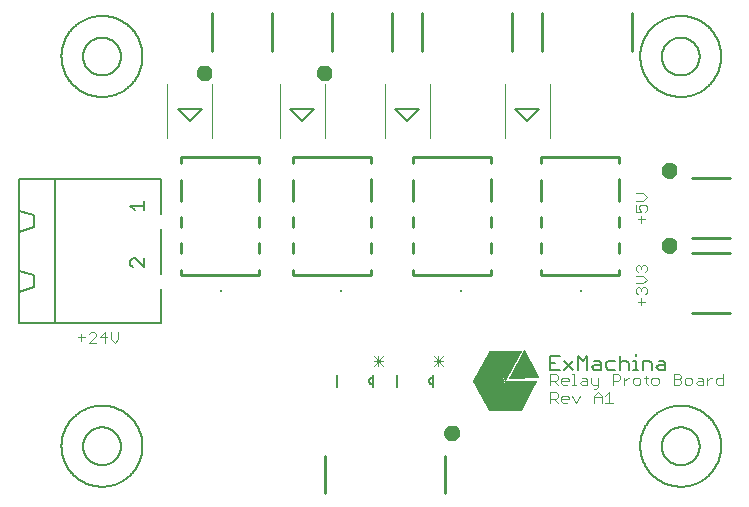
<source format=gto>
G75*
%MOIN*%
%OFA0B0*%
%FSLAX25Y25*%
%IPPOS*%
%LPD*%
%AMOC8*
5,1,8,0,0,1.08239X$1,22.5*
%
%ADD10C,0.00300*%
%ADD11C,0.01000*%
%ADD12C,0.02500*%
%ADD13C,0.00600*%
%ADD14R,0.00984X0.00984*%
%ADD15C,0.00500*%
%ADD16C,0.00004*%
%ADD17C,0.00800*%
%ADD18C,0.00400*%
D10*
X0022184Y0085767D02*
X0022184Y0088236D01*
X0020950Y0087002D02*
X0023419Y0087002D01*
X0024633Y0088236D02*
X0025250Y0088853D01*
X0026485Y0088853D01*
X0027102Y0088236D01*
X0027102Y0087619D01*
X0024633Y0085150D01*
X0027102Y0085150D01*
X0028316Y0087002D02*
X0030785Y0087002D01*
X0031999Y0086384D02*
X0033234Y0085150D01*
X0034468Y0086384D01*
X0034468Y0088853D01*
X0031999Y0088853D02*
X0031999Y0086384D01*
X0030168Y0085150D02*
X0030168Y0088853D01*
X0028316Y0087002D01*
X0119634Y0080750D02*
X0122770Y0077614D01*
X0121202Y0077614D02*
X0121202Y0080750D01*
X0122770Y0080750D02*
X0119634Y0077614D01*
X0119634Y0079182D02*
X0122770Y0079182D01*
X0139634Y0079182D02*
X0142770Y0079182D01*
X0142770Y0080750D02*
X0139634Y0077614D01*
X0141202Y0077614D02*
X0141202Y0080750D01*
X0139634Y0080750D02*
X0142770Y0077614D01*
X0178450Y0074853D02*
X0178450Y0071150D01*
X0178450Y0072384D02*
X0180302Y0072384D01*
X0180919Y0073002D01*
X0180919Y0074236D01*
X0180302Y0074853D01*
X0178450Y0074853D01*
X0179684Y0072384D02*
X0180919Y0071150D01*
X0182133Y0071767D02*
X0182750Y0071150D01*
X0183985Y0071150D01*
X0184602Y0072384D02*
X0182133Y0072384D01*
X0182133Y0071767D02*
X0182133Y0073002D01*
X0182750Y0073619D01*
X0183985Y0073619D01*
X0184602Y0073002D01*
X0184602Y0072384D01*
X0185816Y0071150D02*
X0187051Y0071150D01*
X0186433Y0071150D02*
X0186433Y0074853D01*
X0185816Y0074853D01*
X0188889Y0072384D02*
X0188272Y0071767D01*
X0188889Y0071150D01*
X0190740Y0071150D01*
X0190740Y0073002D01*
X0190123Y0073619D01*
X0188889Y0073619D01*
X0188889Y0072384D02*
X0190740Y0072384D01*
X0191955Y0071767D02*
X0192572Y0071150D01*
X0194424Y0071150D01*
X0194424Y0070533D02*
X0193806Y0069916D01*
X0193189Y0069916D01*
X0194424Y0070533D02*
X0194424Y0073619D01*
X0191955Y0073619D02*
X0191955Y0071767D01*
X0194417Y0068853D02*
X0193183Y0067619D01*
X0193183Y0065150D01*
X0193183Y0067002D02*
X0195651Y0067002D01*
X0195651Y0067619D02*
X0195651Y0065150D01*
X0196866Y0065150D02*
X0199334Y0065150D01*
X0198100Y0065150D02*
X0198100Y0068853D01*
X0196866Y0067619D01*
X0195651Y0067619D02*
X0194417Y0068853D01*
X0199321Y0071150D02*
X0199321Y0074853D01*
X0201173Y0074853D01*
X0201790Y0074236D01*
X0201790Y0073002D01*
X0201173Y0072384D01*
X0199321Y0072384D01*
X0203004Y0072384D02*
X0204239Y0073619D01*
X0204856Y0073619D01*
X0206074Y0073002D02*
X0206074Y0071767D01*
X0206691Y0071150D01*
X0207925Y0071150D01*
X0208542Y0071767D01*
X0208542Y0073002D01*
X0207925Y0073619D01*
X0206691Y0073619D01*
X0206074Y0073002D01*
X0203004Y0073619D02*
X0203004Y0071150D01*
X0209757Y0073619D02*
X0210991Y0073619D01*
X0210374Y0074236D02*
X0210374Y0071767D01*
X0210991Y0071150D01*
X0212212Y0071767D02*
X0212829Y0071150D01*
X0214064Y0071150D01*
X0214681Y0071767D01*
X0214681Y0073002D01*
X0214064Y0073619D01*
X0212829Y0073619D01*
X0212212Y0073002D01*
X0212212Y0071767D01*
X0219578Y0071150D02*
X0221430Y0071150D01*
X0222047Y0071767D01*
X0222047Y0072384D01*
X0221430Y0073002D01*
X0219578Y0073002D01*
X0219578Y0074853D02*
X0219578Y0071150D01*
X0221430Y0073002D02*
X0222047Y0073619D01*
X0222047Y0074236D01*
X0221430Y0074853D01*
X0219578Y0074853D01*
X0223262Y0073002D02*
X0223262Y0071767D01*
X0223879Y0071150D01*
X0225113Y0071150D01*
X0225730Y0071767D01*
X0225730Y0073002D01*
X0225113Y0073619D01*
X0223879Y0073619D01*
X0223262Y0073002D01*
X0226945Y0071767D02*
X0227562Y0071150D01*
X0229413Y0071150D01*
X0229413Y0073002D01*
X0228796Y0073619D01*
X0227562Y0073619D01*
X0227562Y0072384D02*
X0229413Y0072384D01*
X0230628Y0072384D02*
X0231862Y0073619D01*
X0232479Y0073619D01*
X0233697Y0073002D02*
X0234314Y0073619D01*
X0236166Y0073619D01*
X0236166Y0074853D02*
X0236166Y0071150D01*
X0234314Y0071150D01*
X0233697Y0071767D01*
X0233697Y0073002D01*
X0230628Y0073619D02*
X0230628Y0071150D01*
X0227562Y0072384D02*
X0226945Y0071767D01*
X0208798Y0097650D02*
X0208798Y0100119D01*
X0207564Y0101333D02*
X0206947Y0101950D01*
X0206947Y0103185D01*
X0207564Y0103802D01*
X0208181Y0103802D01*
X0208798Y0103185D01*
X0209416Y0103802D01*
X0210033Y0103802D01*
X0210650Y0103185D01*
X0210650Y0101950D01*
X0210033Y0101333D01*
X0208798Y0102568D02*
X0208798Y0103185D01*
X0209416Y0105016D02*
X0206947Y0105016D01*
X0209416Y0105016D02*
X0210650Y0106251D01*
X0209416Y0107485D01*
X0206947Y0107485D01*
X0207564Y0108699D02*
X0206947Y0109317D01*
X0206947Y0110551D01*
X0207564Y0111168D01*
X0208181Y0111168D01*
X0208798Y0110551D01*
X0209416Y0111168D01*
X0210033Y0111168D01*
X0210650Y0110551D01*
X0210650Y0109317D01*
X0210033Y0108699D01*
X0208798Y0109934D02*
X0208798Y0110551D01*
X0207564Y0098884D02*
X0210033Y0098884D01*
X0208798Y0125150D02*
X0208798Y0127619D01*
X0208798Y0128833D02*
X0206947Y0128833D01*
X0206947Y0131302D01*
X0206947Y0132516D02*
X0209416Y0132516D01*
X0210650Y0133751D01*
X0209416Y0134985D01*
X0206947Y0134985D01*
X0208798Y0131302D02*
X0210033Y0131302D01*
X0210650Y0130685D01*
X0210650Y0129450D01*
X0210033Y0128833D01*
X0208798Y0128833D02*
X0208181Y0130068D01*
X0208181Y0130685D01*
X0208798Y0131302D01*
X0207564Y0126384D02*
X0210033Y0126384D01*
X0188285Y0067619D02*
X0187051Y0065150D01*
X0185816Y0067619D01*
X0184602Y0067002D02*
X0184602Y0066384D01*
X0182133Y0066384D01*
X0182133Y0065767D02*
X0182133Y0067002D01*
X0182750Y0067619D01*
X0183985Y0067619D01*
X0184602Y0067002D01*
X0183985Y0065150D02*
X0182750Y0065150D01*
X0182133Y0065767D01*
X0180919Y0065150D02*
X0179684Y0066384D01*
X0180302Y0066384D02*
X0178450Y0066384D01*
X0178450Y0065150D02*
X0178450Y0068853D01*
X0180302Y0068853D01*
X0180919Y0068236D01*
X0180919Y0067002D01*
X0180302Y0066384D01*
D11*
X0143300Y0047500D02*
X0143300Y0035000D01*
X0103300Y0035000D02*
X0103300Y0047500D01*
X0092808Y0107815D02*
X0092808Y0109390D01*
X0092808Y0107815D02*
X0118792Y0107815D01*
X0118792Y0109390D01*
X0118792Y0115295D02*
X0118792Y0118445D01*
X0118792Y0123957D02*
X0118792Y0127106D01*
X0118792Y0132618D02*
X0118792Y0139705D01*
X0118792Y0145217D02*
X0118792Y0147185D01*
X0092808Y0147185D01*
X0092808Y0145217D01*
X0092808Y0139311D02*
X0092808Y0132618D01*
X0092808Y0127106D02*
X0092808Y0123957D01*
X0092808Y0118445D02*
X0092808Y0115295D01*
X0081292Y0115295D02*
X0081292Y0118445D01*
X0081292Y0123957D02*
X0081292Y0127106D01*
X0081292Y0132618D02*
X0081292Y0139705D01*
X0081292Y0145217D02*
X0081292Y0147185D01*
X0055308Y0147185D01*
X0055308Y0145217D01*
X0055308Y0139311D02*
X0055308Y0132618D01*
X0055308Y0127106D02*
X0055308Y0123957D01*
X0055308Y0118445D02*
X0055308Y0115295D01*
X0055308Y0109390D02*
X0055308Y0107815D01*
X0081292Y0107815D01*
X0081292Y0109390D01*
X0132808Y0109390D02*
X0132808Y0107815D01*
X0158792Y0107815D01*
X0158792Y0109390D01*
X0158792Y0115295D02*
X0158792Y0118445D01*
X0158792Y0123957D02*
X0158792Y0127106D01*
X0158792Y0132618D02*
X0158792Y0139705D01*
X0158792Y0145217D02*
X0158792Y0147185D01*
X0132808Y0147185D01*
X0132808Y0145217D01*
X0132808Y0139311D02*
X0132808Y0132618D01*
X0132808Y0127106D02*
X0132808Y0123957D01*
X0132808Y0118445D02*
X0132808Y0115295D01*
X0175308Y0115295D02*
X0175308Y0118445D01*
X0175308Y0123957D02*
X0175308Y0127106D01*
X0175308Y0132618D02*
X0175308Y0139311D01*
X0175308Y0145217D02*
X0175308Y0147185D01*
X0201292Y0147185D01*
X0201292Y0145217D01*
X0201292Y0139705D02*
X0201292Y0132618D01*
X0201292Y0127106D02*
X0201292Y0123957D01*
X0201292Y0118445D02*
X0201292Y0115295D01*
X0201292Y0109390D02*
X0201292Y0107815D01*
X0175308Y0107815D01*
X0175308Y0109390D01*
X0225800Y0115000D02*
X0238300Y0115000D01*
X0238300Y0120000D02*
X0225800Y0120000D01*
X0225800Y0140000D02*
X0238300Y0140000D01*
X0238300Y0095000D02*
X0225800Y0095000D01*
X0205800Y0182500D02*
X0205800Y0195000D01*
X0175800Y0195000D02*
X0175800Y0182500D01*
X0165800Y0182500D02*
X0165800Y0195000D01*
X0135800Y0195000D02*
X0135800Y0182500D01*
X0125800Y0182500D02*
X0125800Y0195000D01*
X0105800Y0195000D02*
X0105800Y0182500D01*
X0085800Y0182500D02*
X0085800Y0195000D01*
X0065800Y0195000D02*
X0065800Y0182500D01*
D12*
X0062050Y0175000D02*
X0062052Y0175070D01*
X0062058Y0175140D01*
X0062068Y0175209D01*
X0062081Y0175278D01*
X0062099Y0175346D01*
X0062120Y0175413D01*
X0062145Y0175478D01*
X0062174Y0175542D01*
X0062206Y0175605D01*
X0062242Y0175665D01*
X0062281Y0175723D01*
X0062323Y0175779D01*
X0062368Y0175833D01*
X0062416Y0175884D01*
X0062467Y0175932D01*
X0062521Y0175977D01*
X0062577Y0176019D01*
X0062635Y0176058D01*
X0062695Y0176094D01*
X0062758Y0176126D01*
X0062822Y0176155D01*
X0062887Y0176180D01*
X0062954Y0176201D01*
X0063022Y0176219D01*
X0063091Y0176232D01*
X0063160Y0176242D01*
X0063230Y0176248D01*
X0063300Y0176250D01*
X0063370Y0176248D01*
X0063440Y0176242D01*
X0063509Y0176232D01*
X0063578Y0176219D01*
X0063646Y0176201D01*
X0063713Y0176180D01*
X0063778Y0176155D01*
X0063842Y0176126D01*
X0063905Y0176094D01*
X0063965Y0176058D01*
X0064023Y0176019D01*
X0064079Y0175977D01*
X0064133Y0175932D01*
X0064184Y0175884D01*
X0064232Y0175833D01*
X0064277Y0175779D01*
X0064319Y0175723D01*
X0064358Y0175665D01*
X0064394Y0175605D01*
X0064426Y0175542D01*
X0064455Y0175478D01*
X0064480Y0175413D01*
X0064501Y0175346D01*
X0064519Y0175278D01*
X0064532Y0175209D01*
X0064542Y0175140D01*
X0064548Y0175070D01*
X0064550Y0175000D01*
X0064548Y0174930D01*
X0064542Y0174860D01*
X0064532Y0174791D01*
X0064519Y0174722D01*
X0064501Y0174654D01*
X0064480Y0174587D01*
X0064455Y0174522D01*
X0064426Y0174458D01*
X0064394Y0174395D01*
X0064358Y0174335D01*
X0064319Y0174277D01*
X0064277Y0174221D01*
X0064232Y0174167D01*
X0064184Y0174116D01*
X0064133Y0174068D01*
X0064079Y0174023D01*
X0064023Y0173981D01*
X0063965Y0173942D01*
X0063905Y0173906D01*
X0063842Y0173874D01*
X0063778Y0173845D01*
X0063713Y0173820D01*
X0063646Y0173799D01*
X0063578Y0173781D01*
X0063509Y0173768D01*
X0063440Y0173758D01*
X0063370Y0173752D01*
X0063300Y0173750D01*
X0063230Y0173752D01*
X0063160Y0173758D01*
X0063091Y0173768D01*
X0063022Y0173781D01*
X0062954Y0173799D01*
X0062887Y0173820D01*
X0062822Y0173845D01*
X0062758Y0173874D01*
X0062695Y0173906D01*
X0062635Y0173942D01*
X0062577Y0173981D01*
X0062521Y0174023D01*
X0062467Y0174068D01*
X0062416Y0174116D01*
X0062368Y0174167D01*
X0062323Y0174221D01*
X0062281Y0174277D01*
X0062242Y0174335D01*
X0062206Y0174395D01*
X0062174Y0174458D01*
X0062145Y0174522D01*
X0062120Y0174587D01*
X0062099Y0174654D01*
X0062081Y0174722D01*
X0062068Y0174791D01*
X0062058Y0174860D01*
X0062052Y0174930D01*
X0062050Y0175000D01*
X0102050Y0175000D02*
X0102052Y0175070D01*
X0102058Y0175140D01*
X0102068Y0175209D01*
X0102081Y0175278D01*
X0102099Y0175346D01*
X0102120Y0175413D01*
X0102145Y0175478D01*
X0102174Y0175542D01*
X0102206Y0175605D01*
X0102242Y0175665D01*
X0102281Y0175723D01*
X0102323Y0175779D01*
X0102368Y0175833D01*
X0102416Y0175884D01*
X0102467Y0175932D01*
X0102521Y0175977D01*
X0102577Y0176019D01*
X0102635Y0176058D01*
X0102695Y0176094D01*
X0102758Y0176126D01*
X0102822Y0176155D01*
X0102887Y0176180D01*
X0102954Y0176201D01*
X0103022Y0176219D01*
X0103091Y0176232D01*
X0103160Y0176242D01*
X0103230Y0176248D01*
X0103300Y0176250D01*
X0103370Y0176248D01*
X0103440Y0176242D01*
X0103509Y0176232D01*
X0103578Y0176219D01*
X0103646Y0176201D01*
X0103713Y0176180D01*
X0103778Y0176155D01*
X0103842Y0176126D01*
X0103905Y0176094D01*
X0103965Y0176058D01*
X0104023Y0176019D01*
X0104079Y0175977D01*
X0104133Y0175932D01*
X0104184Y0175884D01*
X0104232Y0175833D01*
X0104277Y0175779D01*
X0104319Y0175723D01*
X0104358Y0175665D01*
X0104394Y0175605D01*
X0104426Y0175542D01*
X0104455Y0175478D01*
X0104480Y0175413D01*
X0104501Y0175346D01*
X0104519Y0175278D01*
X0104532Y0175209D01*
X0104542Y0175140D01*
X0104548Y0175070D01*
X0104550Y0175000D01*
X0104548Y0174930D01*
X0104542Y0174860D01*
X0104532Y0174791D01*
X0104519Y0174722D01*
X0104501Y0174654D01*
X0104480Y0174587D01*
X0104455Y0174522D01*
X0104426Y0174458D01*
X0104394Y0174395D01*
X0104358Y0174335D01*
X0104319Y0174277D01*
X0104277Y0174221D01*
X0104232Y0174167D01*
X0104184Y0174116D01*
X0104133Y0174068D01*
X0104079Y0174023D01*
X0104023Y0173981D01*
X0103965Y0173942D01*
X0103905Y0173906D01*
X0103842Y0173874D01*
X0103778Y0173845D01*
X0103713Y0173820D01*
X0103646Y0173799D01*
X0103578Y0173781D01*
X0103509Y0173768D01*
X0103440Y0173758D01*
X0103370Y0173752D01*
X0103300Y0173750D01*
X0103230Y0173752D01*
X0103160Y0173758D01*
X0103091Y0173768D01*
X0103022Y0173781D01*
X0102954Y0173799D01*
X0102887Y0173820D01*
X0102822Y0173845D01*
X0102758Y0173874D01*
X0102695Y0173906D01*
X0102635Y0173942D01*
X0102577Y0173981D01*
X0102521Y0174023D01*
X0102467Y0174068D01*
X0102416Y0174116D01*
X0102368Y0174167D01*
X0102323Y0174221D01*
X0102281Y0174277D01*
X0102242Y0174335D01*
X0102206Y0174395D01*
X0102174Y0174458D01*
X0102145Y0174522D01*
X0102120Y0174587D01*
X0102099Y0174654D01*
X0102081Y0174722D01*
X0102068Y0174791D01*
X0102058Y0174860D01*
X0102052Y0174930D01*
X0102050Y0175000D01*
X0217050Y0142500D02*
X0217052Y0142570D01*
X0217058Y0142640D01*
X0217068Y0142709D01*
X0217081Y0142778D01*
X0217099Y0142846D01*
X0217120Y0142913D01*
X0217145Y0142978D01*
X0217174Y0143042D01*
X0217206Y0143105D01*
X0217242Y0143165D01*
X0217281Y0143223D01*
X0217323Y0143279D01*
X0217368Y0143333D01*
X0217416Y0143384D01*
X0217467Y0143432D01*
X0217521Y0143477D01*
X0217577Y0143519D01*
X0217635Y0143558D01*
X0217695Y0143594D01*
X0217758Y0143626D01*
X0217822Y0143655D01*
X0217887Y0143680D01*
X0217954Y0143701D01*
X0218022Y0143719D01*
X0218091Y0143732D01*
X0218160Y0143742D01*
X0218230Y0143748D01*
X0218300Y0143750D01*
X0218370Y0143748D01*
X0218440Y0143742D01*
X0218509Y0143732D01*
X0218578Y0143719D01*
X0218646Y0143701D01*
X0218713Y0143680D01*
X0218778Y0143655D01*
X0218842Y0143626D01*
X0218905Y0143594D01*
X0218965Y0143558D01*
X0219023Y0143519D01*
X0219079Y0143477D01*
X0219133Y0143432D01*
X0219184Y0143384D01*
X0219232Y0143333D01*
X0219277Y0143279D01*
X0219319Y0143223D01*
X0219358Y0143165D01*
X0219394Y0143105D01*
X0219426Y0143042D01*
X0219455Y0142978D01*
X0219480Y0142913D01*
X0219501Y0142846D01*
X0219519Y0142778D01*
X0219532Y0142709D01*
X0219542Y0142640D01*
X0219548Y0142570D01*
X0219550Y0142500D01*
X0219548Y0142430D01*
X0219542Y0142360D01*
X0219532Y0142291D01*
X0219519Y0142222D01*
X0219501Y0142154D01*
X0219480Y0142087D01*
X0219455Y0142022D01*
X0219426Y0141958D01*
X0219394Y0141895D01*
X0219358Y0141835D01*
X0219319Y0141777D01*
X0219277Y0141721D01*
X0219232Y0141667D01*
X0219184Y0141616D01*
X0219133Y0141568D01*
X0219079Y0141523D01*
X0219023Y0141481D01*
X0218965Y0141442D01*
X0218905Y0141406D01*
X0218842Y0141374D01*
X0218778Y0141345D01*
X0218713Y0141320D01*
X0218646Y0141299D01*
X0218578Y0141281D01*
X0218509Y0141268D01*
X0218440Y0141258D01*
X0218370Y0141252D01*
X0218300Y0141250D01*
X0218230Y0141252D01*
X0218160Y0141258D01*
X0218091Y0141268D01*
X0218022Y0141281D01*
X0217954Y0141299D01*
X0217887Y0141320D01*
X0217822Y0141345D01*
X0217758Y0141374D01*
X0217695Y0141406D01*
X0217635Y0141442D01*
X0217577Y0141481D01*
X0217521Y0141523D01*
X0217467Y0141568D01*
X0217416Y0141616D01*
X0217368Y0141667D01*
X0217323Y0141721D01*
X0217281Y0141777D01*
X0217242Y0141835D01*
X0217206Y0141895D01*
X0217174Y0141958D01*
X0217145Y0142022D01*
X0217120Y0142087D01*
X0217099Y0142154D01*
X0217081Y0142222D01*
X0217068Y0142291D01*
X0217058Y0142360D01*
X0217052Y0142430D01*
X0217050Y0142500D01*
X0217050Y0117500D02*
X0217052Y0117570D01*
X0217058Y0117640D01*
X0217068Y0117709D01*
X0217081Y0117778D01*
X0217099Y0117846D01*
X0217120Y0117913D01*
X0217145Y0117978D01*
X0217174Y0118042D01*
X0217206Y0118105D01*
X0217242Y0118165D01*
X0217281Y0118223D01*
X0217323Y0118279D01*
X0217368Y0118333D01*
X0217416Y0118384D01*
X0217467Y0118432D01*
X0217521Y0118477D01*
X0217577Y0118519D01*
X0217635Y0118558D01*
X0217695Y0118594D01*
X0217758Y0118626D01*
X0217822Y0118655D01*
X0217887Y0118680D01*
X0217954Y0118701D01*
X0218022Y0118719D01*
X0218091Y0118732D01*
X0218160Y0118742D01*
X0218230Y0118748D01*
X0218300Y0118750D01*
X0218370Y0118748D01*
X0218440Y0118742D01*
X0218509Y0118732D01*
X0218578Y0118719D01*
X0218646Y0118701D01*
X0218713Y0118680D01*
X0218778Y0118655D01*
X0218842Y0118626D01*
X0218905Y0118594D01*
X0218965Y0118558D01*
X0219023Y0118519D01*
X0219079Y0118477D01*
X0219133Y0118432D01*
X0219184Y0118384D01*
X0219232Y0118333D01*
X0219277Y0118279D01*
X0219319Y0118223D01*
X0219358Y0118165D01*
X0219394Y0118105D01*
X0219426Y0118042D01*
X0219455Y0117978D01*
X0219480Y0117913D01*
X0219501Y0117846D01*
X0219519Y0117778D01*
X0219532Y0117709D01*
X0219542Y0117640D01*
X0219548Y0117570D01*
X0219550Y0117500D01*
X0219548Y0117430D01*
X0219542Y0117360D01*
X0219532Y0117291D01*
X0219519Y0117222D01*
X0219501Y0117154D01*
X0219480Y0117087D01*
X0219455Y0117022D01*
X0219426Y0116958D01*
X0219394Y0116895D01*
X0219358Y0116835D01*
X0219319Y0116777D01*
X0219277Y0116721D01*
X0219232Y0116667D01*
X0219184Y0116616D01*
X0219133Y0116568D01*
X0219079Y0116523D01*
X0219023Y0116481D01*
X0218965Y0116442D01*
X0218905Y0116406D01*
X0218842Y0116374D01*
X0218778Y0116345D01*
X0218713Y0116320D01*
X0218646Y0116299D01*
X0218578Y0116281D01*
X0218509Y0116268D01*
X0218440Y0116258D01*
X0218370Y0116252D01*
X0218300Y0116250D01*
X0218230Y0116252D01*
X0218160Y0116258D01*
X0218091Y0116268D01*
X0218022Y0116281D01*
X0217954Y0116299D01*
X0217887Y0116320D01*
X0217822Y0116345D01*
X0217758Y0116374D01*
X0217695Y0116406D01*
X0217635Y0116442D01*
X0217577Y0116481D01*
X0217521Y0116523D01*
X0217467Y0116568D01*
X0217416Y0116616D01*
X0217368Y0116667D01*
X0217323Y0116721D01*
X0217281Y0116777D01*
X0217242Y0116835D01*
X0217206Y0116895D01*
X0217174Y0116958D01*
X0217145Y0117022D01*
X0217120Y0117087D01*
X0217099Y0117154D01*
X0217081Y0117222D01*
X0217068Y0117291D01*
X0217058Y0117360D01*
X0217052Y0117430D01*
X0217050Y0117500D01*
X0144550Y0055000D02*
X0144552Y0055070D01*
X0144558Y0055140D01*
X0144568Y0055209D01*
X0144581Y0055278D01*
X0144599Y0055346D01*
X0144620Y0055413D01*
X0144645Y0055478D01*
X0144674Y0055542D01*
X0144706Y0055605D01*
X0144742Y0055665D01*
X0144781Y0055723D01*
X0144823Y0055779D01*
X0144868Y0055833D01*
X0144916Y0055884D01*
X0144967Y0055932D01*
X0145021Y0055977D01*
X0145077Y0056019D01*
X0145135Y0056058D01*
X0145195Y0056094D01*
X0145258Y0056126D01*
X0145322Y0056155D01*
X0145387Y0056180D01*
X0145454Y0056201D01*
X0145522Y0056219D01*
X0145591Y0056232D01*
X0145660Y0056242D01*
X0145730Y0056248D01*
X0145800Y0056250D01*
X0145870Y0056248D01*
X0145940Y0056242D01*
X0146009Y0056232D01*
X0146078Y0056219D01*
X0146146Y0056201D01*
X0146213Y0056180D01*
X0146278Y0056155D01*
X0146342Y0056126D01*
X0146405Y0056094D01*
X0146465Y0056058D01*
X0146523Y0056019D01*
X0146579Y0055977D01*
X0146633Y0055932D01*
X0146684Y0055884D01*
X0146732Y0055833D01*
X0146777Y0055779D01*
X0146819Y0055723D01*
X0146858Y0055665D01*
X0146894Y0055605D01*
X0146926Y0055542D01*
X0146955Y0055478D01*
X0146980Y0055413D01*
X0147001Y0055346D01*
X0147019Y0055278D01*
X0147032Y0055209D01*
X0147042Y0055140D01*
X0147048Y0055070D01*
X0147050Y0055000D01*
X0147048Y0054930D01*
X0147042Y0054860D01*
X0147032Y0054791D01*
X0147019Y0054722D01*
X0147001Y0054654D01*
X0146980Y0054587D01*
X0146955Y0054522D01*
X0146926Y0054458D01*
X0146894Y0054395D01*
X0146858Y0054335D01*
X0146819Y0054277D01*
X0146777Y0054221D01*
X0146732Y0054167D01*
X0146684Y0054116D01*
X0146633Y0054068D01*
X0146579Y0054023D01*
X0146523Y0053981D01*
X0146465Y0053942D01*
X0146405Y0053906D01*
X0146342Y0053874D01*
X0146278Y0053845D01*
X0146213Y0053820D01*
X0146146Y0053799D01*
X0146078Y0053781D01*
X0146009Y0053768D01*
X0145940Y0053758D01*
X0145870Y0053752D01*
X0145800Y0053750D01*
X0145730Y0053752D01*
X0145660Y0053758D01*
X0145591Y0053768D01*
X0145522Y0053781D01*
X0145454Y0053799D01*
X0145387Y0053820D01*
X0145322Y0053845D01*
X0145258Y0053874D01*
X0145195Y0053906D01*
X0145135Y0053942D01*
X0145077Y0053981D01*
X0145021Y0054023D01*
X0144967Y0054068D01*
X0144916Y0054116D01*
X0144868Y0054167D01*
X0144823Y0054221D01*
X0144781Y0054277D01*
X0144742Y0054335D01*
X0144706Y0054395D01*
X0144674Y0054458D01*
X0144645Y0054522D01*
X0144620Y0054587D01*
X0144599Y0054654D01*
X0144581Y0054722D01*
X0144568Y0054791D01*
X0144558Y0054860D01*
X0144552Y0054930D01*
X0144550Y0055000D01*
D13*
X0139300Y0070400D02*
X0139300Y0071300D01*
X0139300Y0073700D01*
X0139300Y0074600D01*
X0139300Y0073700D02*
X0139231Y0073698D01*
X0139163Y0073692D01*
X0139095Y0073682D01*
X0139028Y0073669D01*
X0138962Y0073651D01*
X0138897Y0073630D01*
X0138833Y0073605D01*
X0138771Y0073577D01*
X0138710Y0073545D01*
X0138651Y0073510D01*
X0138595Y0073471D01*
X0138540Y0073429D01*
X0138489Y0073384D01*
X0138439Y0073336D01*
X0138393Y0073286D01*
X0138350Y0073233D01*
X0138309Y0073177D01*
X0138272Y0073120D01*
X0138239Y0073060D01*
X0138208Y0072998D01*
X0138182Y0072935D01*
X0138159Y0072871D01*
X0138139Y0072805D01*
X0138124Y0072738D01*
X0138112Y0072671D01*
X0138104Y0072603D01*
X0138100Y0072534D01*
X0138100Y0072466D01*
X0138104Y0072397D01*
X0138112Y0072329D01*
X0138124Y0072262D01*
X0138139Y0072195D01*
X0138159Y0072129D01*
X0138182Y0072065D01*
X0138208Y0072002D01*
X0138239Y0071940D01*
X0138272Y0071880D01*
X0138309Y0071823D01*
X0138350Y0071767D01*
X0138393Y0071714D01*
X0138439Y0071664D01*
X0138489Y0071616D01*
X0138540Y0071571D01*
X0138595Y0071529D01*
X0138651Y0071490D01*
X0138710Y0071455D01*
X0138771Y0071423D01*
X0138833Y0071395D01*
X0138897Y0071370D01*
X0138962Y0071349D01*
X0139028Y0071331D01*
X0139095Y0071318D01*
X0139163Y0071308D01*
X0139231Y0071302D01*
X0139300Y0071300D01*
X0127300Y0070400D02*
X0127300Y0074600D01*
X0119300Y0074600D02*
X0119300Y0073700D01*
X0119300Y0071300D01*
X0119300Y0070400D01*
X0119300Y0071300D02*
X0119231Y0071302D01*
X0119163Y0071308D01*
X0119095Y0071318D01*
X0119028Y0071331D01*
X0118962Y0071349D01*
X0118897Y0071370D01*
X0118833Y0071395D01*
X0118771Y0071423D01*
X0118710Y0071455D01*
X0118651Y0071490D01*
X0118595Y0071529D01*
X0118540Y0071571D01*
X0118489Y0071616D01*
X0118439Y0071664D01*
X0118393Y0071714D01*
X0118350Y0071767D01*
X0118309Y0071823D01*
X0118272Y0071880D01*
X0118239Y0071940D01*
X0118208Y0072002D01*
X0118182Y0072065D01*
X0118159Y0072129D01*
X0118139Y0072195D01*
X0118124Y0072262D01*
X0118112Y0072329D01*
X0118104Y0072397D01*
X0118100Y0072466D01*
X0118100Y0072534D01*
X0118104Y0072603D01*
X0118112Y0072671D01*
X0118124Y0072738D01*
X0118139Y0072805D01*
X0118159Y0072871D01*
X0118182Y0072935D01*
X0118208Y0072998D01*
X0118239Y0073060D01*
X0118272Y0073120D01*
X0118309Y0073177D01*
X0118350Y0073233D01*
X0118393Y0073286D01*
X0118439Y0073336D01*
X0118489Y0073384D01*
X0118540Y0073429D01*
X0118595Y0073471D01*
X0118651Y0073510D01*
X0118710Y0073545D01*
X0118771Y0073577D01*
X0118833Y0073605D01*
X0118897Y0073630D01*
X0118962Y0073651D01*
X0119028Y0073669D01*
X0119095Y0073682D01*
X0119163Y0073692D01*
X0119231Y0073698D01*
X0119300Y0073700D01*
X0107300Y0074600D02*
X0107300Y0070400D01*
X0048800Y0091709D02*
X0013300Y0091709D01*
X0001300Y0091709D01*
X0001300Y0102209D01*
X0001300Y0109209D01*
X0006300Y0107709D01*
X0006300Y0103709D01*
X0001300Y0102209D01*
X0001300Y0109209D02*
X0001300Y0122209D01*
X0001300Y0129209D01*
X0006300Y0127709D01*
X0006300Y0123709D01*
X0001300Y0122209D01*
X0001300Y0129209D02*
X0001300Y0139709D01*
X0013300Y0139709D01*
X0013300Y0091709D01*
X0048800Y0091709D02*
X0048800Y0103209D01*
X0048800Y0108209D02*
X0048800Y0123209D01*
X0048800Y0128209D02*
X0048800Y0139709D01*
X0013300Y0139709D01*
X0015548Y0180669D02*
X0015552Y0181000D01*
X0015564Y0181331D01*
X0015585Y0181662D01*
X0015613Y0181992D01*
X0015650Y0182322D01*
X0015694Y0182650D01*
X0015747Y0182977D01*
X0015807Y0183303D01*
X0015876Y0183627D01*
X0015953Y0183949D01*
X0016037Y0184270D01*
X0016129Y0184588D01*
X0016229Y0184904D01*
X0016337Y0185217D01*
X0016453Y0185528D01*
X0016576Y0185835D01*
X0016706Y0186140D01*
X0016844Y0186441D01*
X0016989Y0186739D01*
X0017142Y0187033D01*
X0017302Y0187323D01*
X0017469Y0187609D01*
X0017642Y0187891D01*
X0017823Y0188169D01*
X0018011Y0188442D01*
X0018205Y0188711D01*
X0018405Y0188975D01*
X0018612Y0189233D01*
X0018826Y0189487D01*
X0019045Y0189735D01*
X0019271Y0189978D01*
X0019502Y0190215D01*
X0019739Y0190446D01*
X0019982Y0190672D01*
X0020230Y0190891D01*
X0020484Y0191105D01*
X0020742Y0191312D01*
X0021006Y0191512D01*
X0021275Y0191706D01*
X0021548Y0191894D01*
X0021826Y0192075D01*
X0022108Y0192248D01*
X0022394Y0192415D01*
X0022684Y0192575D01*
X0022978Y0192728D01*
X0023276Y0192873D01*
X0023577Y0193011D01*
X0023882Y0193141D01*
X0024189Y0193264D01*
X0024500Y0193380D01*
X0024813Y0193488D01*
X0025129Y0193588D01*
X0025447Y0193680D01*
X0025768Y0193764D01*
X0026090Y0193841D01*
X0026414Y0193910D01*
X0026740Y0193970D01*
X0027067Y0194023D01*
X0027395Y0194067D01*
X0027725Y0194104D01*
X0028055Y0194132D01*
X0028386Y0194153D01*
X0028717Y0194165D01*
X0029048Y0194169D01*
X0029379Y0194165D01*
X0029710Y0194153D01*
X0030041Y0194132D01*
X0030371Y0194104D01*
X0030701Y0194067D01*
X0031029Y0194023D01*
X0031356Y0193970D01*
X0031682Y0193910D01*
X0032006Y0193841D01*
X0032328Y0193764D01*
X0032649Y0193680D01*
X0032967Y0193588D01*
X0033283Y0193488D01*
X0033596Y0193380D01*
X0033907Y0193264D01*
X0034214Y0193141D01*
X0034519Y0193011D01*
X0034820Y0192873D01*
X0035118Y0192728D01*
X0035412Y0192575D01*
X0035702Y0192415D01*
X0035988Y0192248D01*
X0036270Y0192075D01*
X0036548Y0191894D01*
X0036821Y0191706D01*
X0037090Y0191512D01*
X0037354Y0191312D01*
X0037612Y0191105D01*
X0037866Y0190891D01*
X0038114Y0190672D01*
X0038357Y0190446D01*
X0038594Y0190215D01*
X0038825Y0189978D01*
X0039051Y0189735D01*
X0039270Y0189487D01*
X0039484Y0189233D01*
X0039691Y0188975D01*
X0039891Y0188711D01*
X0040085Y0188442D01*
X0040273Y0188169D01*
X0040454Y0187891D01*
X0040627Y0187609D01*
X0040794Y0187323D01*
X0040954Y0187033D01*
X0041107Y0186739D01*
X0041252Y0186441D01*
X0041390Y0186140D01*
X0041520Y0185835D01*
X0041643Y0185528D01*
X0041759Y0185217D01*
X0041867Y0184904D01*
X0041967Y0184588D01*
X0042059Y0184270D01*
X0042143Y0183949D01*
X0042220Y0183627D01*
X0042289Y0183303D01*
X0042349Y0182977D01*
X0042402Y0182650D01*
X0042446Y0182322D01*
X0042483Y0181992D01*
X0042511Y0181662D01*
X0042532Y0181331D01*
X0042544Y0181000D01*
X0042548Y0180669D01*
X0042544Y0180338D01*
X0042532Y0180007D01*
X0042511Y0179676D01*
X0042483Y0179346D01*
X0042446Y0179016D01*
X0042402Y0178688D01*
X0042349Y0178361D01*
X0042289Y0178035D01*
X0042220Y0177711D01*
X0042143Y0177389D01*
X0042059Y0177068D01*
X0041967Y0176750D01*
X0041867Y0176434D01*
X0041759Y0176121D01*
X0041643Y0175810D01*
X0041520Y0175503D01*
X0041390Y0175198D01*
X0041252Y0174897D01*
X0041107Y0174599D01*
X0040954Y0174305D01*
X0040794Y0174015D01*
X0040627Y0173729D01*
X0040454Y0173447D01*
X0040273Y0173169D01*
X0040085Y0172896D01*
X0039891Y0172627D01*
X0039691Y0172363D01*
X0039484Y0172105D01*
X0039270Y0171851D01*
X0039051Y0171603D01*
X0038825Y0171360D01*
X0038594Y0171123D01*
X0038357Y0170892D01*
X0038114Y0170666D01*
X0037866Y0170447D01*
X0037612Y0170233D01*
X0037354Y0170026D01*
X0037090Y0169826D01*
X0036821Y0169632D01*
X0036548Y0169444D01*
X0036270Y0169263D01*
X0035988Y0169090D01*
X0035702Y0168923D01*
X0035412Y0168763D01*
X0035118Y0168610D01*
X0034820Y0168465D01*
X0034519Y0168327D01*
X0034214Y0168197D01*
X0033907Y0168074D01*
X0033596Y0167958D01*
X0033283Y0167850D01*
X0032967Y0167750D01*
X0032649Y0167658D01*
X0032328Y0167574D01*
X0032006Y0167497D01*
X0031682Y0167428D01*
X0031356Y0167368D01*
X0031029Y0167315D01*
X0030701Y0167271D01*
X0030371Y0167234D01*
X0030041Y0167206D01*
X0029710Y0167185D01*
X0029379Y0167173D01*
X0029048Y0167169D01*
X0028717Y0167173D01*
X0028386Y0167185D01*
X0028055Y0167206D01*
X0027725Y0167234D01*
X0027395Y0167271D01*
X0027067Y0167315D01*
X0026740Y0167368D01*
X0026414Y0167428D01*
X0026090Y0167497D01*
X0025768Y0167574D01*
X0025447Y0167658D01*
X0025129Y0167750D01*
X0024813Y0167850D01*
X0024500Y0167958D01*
X0024189Y0168074D01*
X0023882Y0168197D01*
X0023577Y0168327D01*
X0023276Y0168465D01*
X0022978Y0168610D01*
X0022684Y0168763D01*
X0022394Y0168923D01*
X0022108Y0169090D01*
X0021826Y0169263D01*
X0021548Y0169444D01*
X0021275Y0169632D01*
X0021006Y0169826D01*
X0020742Y0170026D01*
X0020484Y0170233D01*
X0020230Y0170447D01*
X0019982Y0170666D01*
X0019739Y0170892D01*
X0019502Y0171123D01*
X0019271Y0171360D01*
X0019045Y0171603D01*
X0018826Y0171851D01*
X0018612Y0172105D01*
X0018405Y0172363D01*
X0018205Y0172627D01*
X0018011Y0172896D01*
X0017823Y0173169D01*
X0017642Y0173447D01*
X0017469Y0173729D01*
X0017302Y0174015D01*
X0017142Y0174305D01*
X0016989Y0174599D01*
X0016844Y0174897D01*
X0016706Y0175198D01*
X0016576Y0175503D01*
X0016453Y0175810D01*
X0016337Y0176121D01*
X0016229Y0176434D01*
X0016129Y0176750D01*
X0016037Y0177068D01*
X0015953Y0177389D01*
X0015876Y0177711D01*
X0015807Y0178035D01*
X0015747Y0178361D01*
X0015694Y0178688D01*
X0015650Y0179016D01*
X0015613Y0179346D01*
X0015585Y0179676D01*
X0015564Y0180007D01*
X0015552Y0180338D01*
X0015548Y0180669D01*
X0015548Y0050748D02*
X0015552Y0051079D01*
X0015564Y0051410D01*
X0015585Y0051741D01*
X0015613Y0052071D01*
X0015650Y0052401D01*
X0015694Y0052729D01*
X0015747Y0053056D01*
X0015807Y0053382D01*
X0015876Y0053706D01*
X0015953Y0054028D01*
X0016037Y0054349D01*
X0016129Y0054667D01*
X0016229Y0054983D01*
X0016337Y0055296D01*
X0016453Y0055607D01*
X0016576Y0055914D01*
X0016706Y0056219D01*
X0016844Y0056520D01*
X0016989Y0056818D01*
X0017142Y0057112D01*
X0017302Y0057402D01*
X0017469Y0057688D01*
X0017642Y0057970D01*
X0017823Y0058248D01*
X0018011Y0058521D01*
X0018205Y0058790D01*
X0018405Y0059054D01*
X0018612Y0059312D01*
X0018826Y0059566D01*
X0019045Y0059814D01*
X0019271Y0060057D01*
X0019502Y0060294D01*
X0019739Y0060525D01*
X0019982Y0060751D01*
X0020230Y0060970D01*
X0020484Y0061184D01*
X0020742Y0061391D01*
X0021006Y0061591D01*
X0021275Y0061785D01*
X0021548Y0061973D01*
X0021826Y0062154D01*
X0022108Y0062327D01*
X0022394Y0062494D01*
X0022684Y0062654D01*
X0022978Y0062807D01*
X0023276Y0062952D01*
X0023577Y0063090D01*
X0023882Y0063220D01*
X0024189Y0063343D01*
X0024500Y0063459D01*
X0024813Y0063567D01*
X0025129Y0063667D01*
X0025447Y0063759D01*
X0025768Y0063843D01*
X0026090Y0063920D01*
X0026414Y0063989D01*
X0026740Y0064049D01*
X0027067Y0064102D01*
X0027395Y0064146D01*
X0027725Y0064183D01*
X0028055Y0064211D01*
X0028386Y0064232D01*
X0028717Y0064244D01*
X0029048Y0064248D01*
X0029379Y0064244D01*
X0029710Y0064232D01*
X0030041Y0064211D01*
X0030371Y0064183D01*
X0030701Y0064146D01*
X0031029Y0064102D01*
X0031356Y0064049D01*
X0031682Y0063989D01*
X0032006Y0063920D01*
X0032328Y0063843D01*
X0032649Y0063759D01*
X0032967Y0063667D01*
X0033283Y0063567D01*
X0033596Y0063459D01*
X0033907Y0063343D01*
X0034214Y0063220D01*
X0034519Y0063090D01*
X0034820Y0062952D01*
X0035118Y0062807D01*
X0035412Y0062654D01*
X0035702Y0062494D01*
X0035988Y0062327D01*
X0036270Y0062154D01*
X0036548Y0061973D01*
X0036821Y0061785D01*
X0037090Y0061591D01*
X0037354Y0061391D01*
X0037612Y0061184D01*
X0037866Y0060970D01*
X0038114Y0060751D01*
X0038357Y0060525D01*
X0038594Y0060294D01*
X0038825Y0060057D01*
X0039051Y0059814D01*
X0039270Y0059566D01*
X0039484Y0059312D01*
X0039691Y0059054D01*
X0039891Y0058790D01*
X0040085Y0058521D01*
X0040273Y0058248D01*
X0040454Y0057970D01*
X0040627Y0057688D01*
X0040794Y0057402D01*
X0040954Y0057112D01*
X0041107Y0056818D01*
X0041252Y0056520D01*
X0041390Y0056219D01*
X0041520Y0055914D01*
X0041643Y0055607D01*
X0041759Y0055296D01*
X0041867Y0054983D01*
X0041967Y0054667D01*
X0042059Y0054349D01*
X0042143Y0054028D01*
X0042220Y0053706D01*
X0042289Y0053382D01*
X0042349Y0053056D01*
X0042402Y0052729D01*
X0042446Y0052401D01*
X0042483Y0052071D01*
X0042511Y0051741D01*
X0042532Y0051410D01*
X0042544Y0051079D01*
X0042548Y0050748D01*
X0042544Y0050417D01*
X0042532Y0050086D01*
X0042511Y0049755D01*
X0042483Y0049425D01*
X0042446Y0049095D01*
X0042402Y0048767D01*
X0042349Y0048440D01*
X0042289Y0048114D01*
X0042220Y0047790D01*
X0042143Y0047468D01*
X0042059Y0047147D01*
X0041967Y0046829D01*
X0041867Y0046513D01*
X0041759Y0046200D01*
X0041643Y0045889D01*
X0041520Y0045582D01*
X0041390Y0045277D01*
X0041252Y0044976D01*
X0041107Y0044678D01*
X0040954Y0044384D01*
X0040794Y0044094D01*
X0040627Y0043808D01*
X0040454Y0043526D01*
X0040273Y0043248D01*
X0040085Y0042975D01*
X0039891Y0042706D01*
X0039691Y0042442D01*
X0039484Y0042184D01*
X0039270Y0041930D01*
X0039051Y0041682D01*
X0038825Y0041439D01*
X0038594Y0041202D01*
X0038357Y0040971D01*
X0038114Y0040745D01*
X0037866Y0040526D01*
X0037612Y0040312D01*
X0037354Y0040105D01*
X0037090Y0039905D01*
X0036821Y0039711D01*
X0036548Y0039523D01*
X0036270Y0039342D01*
X0035988Y0039169D01*
X0035702Y0039002D01*
X0035412Y0038842D01*
X0035118Y0038689D01*
X0034820Y0038544D01*
X0034519Y0038406D01*
X0034214Y0038276D01*
X0033907Y0038153D01*
X0033596Y0038037D01*
X0033283Y0037929D01*
X0032967Y0037829D01*
X0032649Y0037737D01*
X0032328Y0037653D01*
X0032006Y0037576D01*
X0031682Y0037507D01*
X0031356Y0037447D01*
X0031029Y0037394D01*
X0030701Y0037350D01*
X0030371Y0037313D01*
X0030041Y0037285D01*
X0029710Y0037264D01*
X0029379Y0037252D01*
X0029048Y0037248D01*
X0028717Y0037252D01*
X0028386Y0037264D01*
X0028055Y0037285D01*
X0027725Y0037313D01*
X0027395Y0037350D01*
X0027067Y0037394D01*
X0026740Y0037447D01*
X0026414Y0037507D01*
X0026090Y0037576D01*
X0025768Y0037653D01*
X0025447Y0037737D01*
X0025129Y0037829D01*
X0024813Y0037929D01*
X0024500Y0038037D01*
X0024189Y0038153D01*
X0023882Y0038276D01*
X0023577Y0038406D01*
X0023276Y0038544D01*
X0022978Y0038689D01*
X0022684Y0038842D01*
X0022394Y0039002D01*
X0022108Y0039169D01*
X0021826Y0039342D01*
X0021548Y0039523D01*
X0021275Y0039711D01*
X0021006Y0039905D01*
X0020742Y0040105D01*
X0020484Y0040312D01*
X0020230Y0040526D01*
X0019982Y0040745D01*
X0019739Y0040971D01*
X0019502Y0041202D01*
X0019271Y0041439D01*
X0019045Y0041682D01*
X0018826Y0041930D01*
X0018612Y0042184D01*
X0018405Y0042442D01*
X0018205Y0042706D01*
X0018011Y0042975D01*
X0017823Y0043248D01*
X0017642Y0043526D01*
X0017469Y0043808D01*
X0017302Y0044094D01*
X0017142Y0044384D01*
X0016989Y0044678D01*
X0016844Y0044976D01*
X0016706Y0045277D01*
X0016576Y0045582D01*
X0016453Y0045889D01*
X0016337Y0046200D01*
X0016229Y0046513D01*
X0016129Y0046829D01*
X0016037Y0047147D01*
X0015953Y0047468D01*
X0015876Y0047790D01*
X0015807Y0048114D01*
X0015747Y0048440D01*
X0015694Y0048767D01*
X0015650Y0049095D01*
X0015613Y0049425D01*
X0015585Y0049755D01*
X0015564Y0050086D01*
X0015552Y0050417D01*
X0015548Y0050748D01*
X0208461Y0050748D02*
X0208465Y0051079D01*
X0208477Y0051410D01*
X0208498Y0051741D01*
X0208526Y0052071D01*
X0208563Y0052401D01*
X0208607Y0052729D01*
X0208660Y0053056D01*
X0208720Y0053382D01*
X0208789Y0053706D01*
X0208866Y0054028D01*
X0208950Y0054349D01*
X0209042Y0054667D01*
X0209142Y0054983D01*
X0209250Y0055296D01*
X0209366Y0055607D01*
X0209489Y0055914D01*
X0209619Y0056219D01*
X0209757Y0056520D01*
X0209902Y0056818D01*
X0210055Y0057112D01*
X0210215Y0057402D01*
X0210382Y0057688D01*
X0210555Y0057970D01*
X0210736Y0058248D01*
X0210924Y0058521D01*
X0211118Y0058790D01*
X0211318Y0059054D01*
X0211525Y0059312D01*
X0211739Y0059566D01*
X0211958Y0059814D01*
X0212184Y0060057D01*
X0212415Y0060294D01*
X0212652Y0060525D01*
X0212895Y0060751D01*
X0213143Y0060970D01*
X0213397Y0061184D01*
X0213655Y0061391D01*
X0213919Y0061591D01*
X0214188Y0061785D01*
X0214461Y0061973D01*
X0214739Y0062154D01*
X0215021Y0062327D01*
X0215307Y0062494D01*
X0215597Y0062654D01*
X0215891Y0062807D01*
X0216189Y0062952D01*
X0216490Y0063090D01*
X0216795Y0063220D01*
X0217102Y0063343D01*
X0217413Y0063459D01*
X0217726Y0063567D01*
X0218042Y0063667D01*
X0218360Y0063759D01*
X0218681Y0063843D01*
X0219003Y0063920D01*
X0219327Y0063989D01*
X0219653Y0064049D01*
X0219980Y0064102D01*
X0220308Y0064146D01*
X0220638Y0064183D01*
X0220968Y0064211D01*
X0221299Y0064232D01*
X0221630Y0064244D01*
X0221961Y0064248D01*
X0222292Y0064244D01*
X0222623Y0064232D01*
X0222954Y0064211D01*
X0223284Y0064183D01*
X0223614Y0064146D01*
X0223942Y0064102D01*
X0224269Y0064049D01*
X0224595Y0063989D01*
X0224919Y0063920D01*
X0225241Y0063843D01*
X0225562Y0063759D01*
X0225880Y0063667D01*
X0226196Y0063567D01*
X0226509Y0063459D01*
X0226820Y0063343D01*
X0227127Y0063220D01*
X0227432Y0063090D01*
X0227733Y0062952D01*
X0228031Y0062807D01*
X0228325Y0062654D01*
X0228615Y0062494D01*
X0228901Y0062327D01*
X0229183Y0062154D01*
X0229461Y0061973D01*
X0229734Y0061785D01*
X0230003Y0061591D01*
X0230267Y0061391D01*
X0230525Y0061184D01*
X0230779Y0060970D01*
X0231027Y0060751D01*
X0231270Y0060525D01*
X0231507Y0060294D01*
X0231738Y0060057D01*
X0231964Y0059814D01*
X0232183Y0059566D01*
X0232397Y0059312D01*
X0232604Y0059054D01*
X0232804Y0058790D01*
X0232998Y0058521D01*
X0233186Y0058248D01*
X0233367Y0057970D01*
X0233540Y0057688D01*
X0233707Y0057402D01*
X0233867Y0057112D01*
X0234020Y0056818D01*
X0234165Y0056520D01*
X0234303Y0056219D01*
X0234433Y0055914D01*
X0234556Y0055607D01*
X0234672Y0055296D01*
X0234780Y0054983D01*
X0234880Y0054667D01*
X0234972Y0054349D01*
X0235056Y0054028D01*
X0235133Y0053706D01*
X0235202Y0053382D01*
X0235262Y0053056D01*
X0235315Y0052729D01*
X0235359Y0052401D01*
X0235396Y0052071D01*
X0235424Y0051741D01*
X0235445Y0051410D01*
X0235457Y0051079D01*
X0235461Y0050748D01*
X0235457Y0050417D01*
X0235445Y0050086D01*
X0235424Y0049755D01*
X0235396Y0049425D01*
X0235359Y0049095D01*
X0235315Y0048767D01*
X0235262Y0048440D01*
X0235202Y0048114D01*
X0235133Y0047790D01*
X0235056Y0047468D01*
X0234972Y0047147D01*
X0234880Y0046829D01*
X0234780Y0046513D01*
X0234672Y0046200D01*
X0234556Y0045889D01*
X0234433Y0045582D01*
X0234303Y0045277D01*
X0234165Y0044976D01*
X0234020Y0044678D01*
X0233867Y0044384D01*
X0233707Y0044094D01*
X0233540Y0043808D01*
X0233367Y0043526D01*
X0233186Y0043248D01*
X0232998Y0042975D01*
X0232804Y0042706D01*
X0232604Y0042442D01*
X0232397Y0042184D01*
X0232183Y0041930D01*
X0231964Y0041682D01*
X0231738Y0041439D01*
X0231507Y0041202D01*
X0231270Y0040971D01*
X0231027Y0040745D01*
X0230779Y0040526D01*
X0230525Y0040312D01*
X0230267Y0040105D01*
X0230003Y0039905D01*
X0229734Y0039711D01*
X0229461Y0039523D01*
X0229183Y0039342D01*
X0228901Y0039169D01*
X0228615Y0039002D01*
X0228325Y0038842D01*
X0228031Y0038689D01*
X0227733Y0038544D01*
X0227432Y0038406D01*
X0227127Y0038276D01*
X0226820Y0038153D01*
X0226509Y0038037D01*
X0226196Y0037929D01*
X0225880Y0037829D01*
X0225562Y0037737D01*
X0225241Y0037653D01*
X0224919Y0037576D01*
X0224595Y0037507D01*
X0224269Y0037447D01*
X0223942Y0037394D01*
X0223614Y0037350D01*
X0223284Y0037313D01*
X0222954Y0037285D01*
X0222623Y0037264D01*
X0222292Y0037252D01*
X0221961Y0037248D01*
X0221630Y0037252D01*
X0221299Y0037264D01*
X0220968Y0037285D01*
X0220638Y0037313D01*
X0220308Y0037350D01*
X0219980Y0037394D01*
X0219653Y0037447D01*
X0219327Y0037507D01*
X0219003Y0037576D01*
X0218681Y0037653D01*
X0218360Y0037737D01*
X0218042Y0037829D01*
X0217726Y0037929D01*
X0217413Y0038037D01*
X0217102Y0038153D01*
X0216795Y0038276D01*
X0216490Y0038406D01*
X0216189Y0038544D01*
X0215891Y0038689D01*
X0215597Y0038842D01*
X0215307Y0039002D01*
X0215021Y0039169D01*
X0214739Y0039342D01*
X0214461Y0039523D01*
X0214188Y0039711D01*
X0213919Y0039905D01*
X0213655Y0040105D01*
X0213397Y0040312D01*
X0213143Y0040526D01*
X0212895Y0040745D01*
X0212652Y0040971D01*
X0212415Y0041202D01*
X0212184Y0041439D01*
X0211958Y0041682D01*
X0211739Y0041930D01*
X0211525Y0042184D01*
X0211318Y0042442D01*
X0211118Y0042706D01*
X0210924Y0042975D01*
X0210736Y0043248D01*
X0210555Y0043526D01*
X0210382Y0043808D01*
X0210215Y0044094D01*
X0210055Y0044384D01*
X0209902Y0044678D01*
X0209757Y0044976D01*
X0209619Y0045277D01*
X0209489Y0045582D01*
X0209366Y0045889D01*
X0209250Y0046200D01*
X0209142Y0046513D01*
X0209042Y0046829D01*
X0208950Y0047147D01*
X0208866Y0047468D01*
X0208789Y0047790D01*
X0208720Y0048114D01*
X0208660Y0048440D01*
X0208607Y0048767D01*
X0208563Y0049095D01*
X0208526Y0049425D01*
X0208498Y0049755D01*
X0208477Y0050086D01*
X0208465Y0050417D01*
X0208461Y0050748D01*
X0208461Y0180669D02*
X0208465Y0181000D01*
X0208477Y0181331D01*
X0208498Y0181662D01*
X0208526Y0181992D01*
X0208563Y0182322D01*
X0208607Y0182650D01*
X0208660Y0182977D01*
X0208720Y0183303D01*
X0208789Y0183627D01*
X0208866Y0183949D01*
X0208950Y0184270D01*
X0209042Y0184588D01*
X0209142Y0184904D01*
X0209250Y0185217D01*
X0209366Y0185528D01*
X0209489Y0185835D01*
X0209619Y0186140D01*
X0209757Y0186441D01*
X0209902Y0186739D01*
X0210055Y0187033D01*
X0210215Y0187323D01*
X0210382Y0187609D01*
X0210555Y0187891D01*
X0210736Y0188169D01*
X0210924Y0188442D01*
X0211118Y0188711D01*
X0211318Y0188975D01*
X0211525Y0189233D01*
X0211739Y0189487D01*
X0211958Y0189735D01*
X0212184Y0189978D01*
X0212415Y0190215D01*
X0212652Y0190446D01*
X0212895Y0190672D01*
X0213143Y0190891D01*
X0213397Y0191105D01*
X0213655Y0191312D01*
X0213919Y0191512D01*
X0214188Y0191706D01*
X0214461Y0191894D01*
X0214739Y0192075D01*
X0215021Y0192248D01*
X0215307Y0192415D01*
X0215597Y0192575D01*
X0215891Y0192728D01*
X0216189Y0192873D01*
X0216490Y0193011D01*
X0216795Y0193141D01*
X0217102Y0193264D01*
X0217413Y0193380D01*
X0217726Y0193488D01*
X0218042Y0193588D01*
X0218360Y0193680D01*
X0218681Y0193764D01*
X0219003Y0193841D01*
X0219327Y0193910D01*
X0219653Y0193970D01*
X0219980Y0194023D01*
X0220308Y0194067D01*
X0220638Y0194104D01*
X0220968Y0194132D01*
X0221299Y0194153D01*
X0221630Y0194165D01*
X0221961Y0194169D01*
X0222292Y0194165D01*
X0222623Y0194153D01*
X0222954Y0194132D01*
X0223284Y0194104D01*
X0223614Y0194067D01*
X0223942Y0194023D01*
X0224269Y0193970D01*
X0224595Y0193910D01*
X0224919Y0193841D01*
X0225241Y0193764D01*
X0225562Y0193680D01*
X0225880Y0193588D01*
X0226196Y0193488D01*
X0226509Y0193380D01*
X0226820Y0193264D01*
X0227127Y0193141D01*
X0227432Y0193011D01*
X0227733Y0192873D01*
X0228031Y0192728D01*
X0228325Y0192575D01*
X0228615Y0192415D01*
X0228901Y0192248D01*
X0229183Y0192075D01*
X0229461Y0191894D01*
X0229734Y0191706D01*
X0230003Y0191512D01*
X0230267Y0191312D01*
X0230525Y0191105D01*
X0230779Y0190891D01*
X0231027Y0190672D01*
X0231270Y0190446D01*
X0231507Y0190215D01*
X0231738Y0189978D01*
X0231964Y0189735D01*
X0232183Y0189487D01*
X0232397Y0189233D01*
X0232604Y0188975D01*
X0232804Y0188711D01*
X0232998Y0188442D01*
X0233186Y0188169D01*
X0233367Y0187891D01*
X0233540Y0187609D01*
X0233707Y0187323D01*
X0233867Y0187033D01*
X0234020Y0186739D01*
X0234165Y0186441D01*
X0234303Y0186140D01*
X0234433Y0185835D01*
X0234556Y0185528D01*
X0234672Y0185217D01*
X0234780Y0184904D01*
X0234880Y0184588D01*
X0234972Y0184270D01*
X0235056Y0183949D01*
X0235133Y0183627D01*
X0235202Y0183303D01*
X0235262Y0182977D01*
X0235315Y0182650D01*
X0235359Y0182322D01*
X0235396Y0181992D01*
X0235424Y0181662D01*
X0235445Y0181331D01*
X0235457Y0181000D01*
X0235461Y0180669D01*
X0235457Y0180338D01*
X0235445Y0180007D01*
X0235424Y0179676D01*
X0235396Y0179346D01*
X0235359Y0179016D01*
X0235315Y0178688D01*
X0235262Y0178361D01*
X0235202Y0178035D01*
X0235133Y0177711D01*
X0235056Y0177389D01*
X0234972Y0177068D01*
X0234880Y0176750D01*
X0234780Y0176434D01*
X0234672Y0176121D01*
X0234556Y0175810D01*
X0234433Y0175503D01*
X0234303Y0175198D01*
X0234165Y0174897D01*
X0234020Y0174599D01*
X0233867Y0174305D01*
X0233707Y0174015D01*
X0233540Y0173729D01*
X0233367Y0173447D01*
X0233186Y0173169D01*
X0232998Y0172896D01*
X0232804Y0172627D01*
X0232604Y0172363D01*
X0232397Y0172105D01*
X0232183Y0171851D01*
X0231964Y0171603D01*
X0231738Y0171360D01*
X0231507Y0171123D01*
X0231270Y0170892D01*
X0231027Y0170666D01*
X0230779Y0170447D01*
X0230525Y0170233D01*
X0230267Y0170026D01*
X0230003Y0169826D01*
X0229734Y0169632D01*
X0229461Y0169444D01*
X0229183Y0169263D01*
X0228901Y0169090D01*
X0228615Y0168923D01*
X0228325Y0168763D01*
X0228031Y0168610D01*
X0227733Y0168465D01*
X0227432Y0168327D01*
X0227127Y0168197D01*
X0226820Y0168074D01*
X0226509Y0167958D01*
X0226196Y0167850D01*
X0225880Y0167750D01*
X0225562Y0167658D01*
X0225241Y0167574D01*
X0224919Y0167497D01*
X0224595Y0167428D01*
X0224269Y0167368D01*
X0223942Y0167315D01*
X0223614Y0167271D01*
X0223284Y0167234D01*
X0222954Y0167206D01*
X0222623Y0167185D01*
X0222292Y0167173D01*
X0221961Y0167169D01*
X0221630Y0167173D01*
X0221299Y0167185D01*
X0220968Y0167206D01*
X0220638Y0167234D01*
X0220308Y0167271D01*
X0219980Y0167315D01*
X0219653Y0167368D01*
X0219327Y0167428D01*
X0219003Y0167497D01*
X0218681Y0167574D01*
X0218360Y0167658D01*
X0218042Y0167750D01*
X0217726Y0167850D01*
X0217413Y0167958D01*
X0217102Y0168074D01*
X0216795Y0168197D01*
X0216490Y0168327D01*
X0216189Y0168465D01*
X0215891Y0168610D01*
X0215597Y0168763D01*
X0215307Y0168923D01*
X0215021Y0169090D01*
X0214739Y0169263D01*
X0214461Y0169444D01*
X0214188Y0169632D01*
X0213919Y0169826D01*
X0213655Y0170026D01*
X0213397Y0170233D01*
X0213143Y0170447D01*
X0212895Y0170666D01*
X0212652Y0170892D01*
X0212415Y0171123D01*
X0212184Y0171360D01*
X0211958Y0171603D01*
X0211739Y0171851D01*
X0211525Y0172105D01*
X0211318Y0172363D01*
X0211118Y0172627D01*
X0210924Y0172896D01*
X0210736Y0173169D01*
X0210555Y0173447D01*
X0210382Y0173729D01*
X0210215Y0174015D01*
X0210055Y0174305D01*
X0209902Y0174599D01*
X0209757Y0174897D01*
X0209619Y0175198D01*
X0209489Y0175503D01*
X0209366Y0175810D01*
X0209250Y0176121D01*
X0209142Y0176434D01*
X0209042Y0176750D01*
X0208950Y0177068D01*
X0208866Y0177389D01*
X0208789Y0177711D01*
X0208720Y0178035D01*
X0208660Y0178361D01*
X0208607Y0178688D01*
X0208563Y0179016D01*
X0208526Y0179346D01*
X0208498Y0179676D01*
X0208477Y0180007D01*
X0208465Y0180338D01*
X0208461Y0180669D01*
D14*
X0188792Y0102500D03*
X0148792Y0102500D03*
X0108792Y0102500D03*
X0068792Y0102500D03*
D15*
X0043050Y0110355D02*
X0040047Y0113357D01*
X0039297Y0113357D01*
X0038546Y0112607D01*
X0038546Y0111105D01*
X0039297Y0110355D01*
X0043050Y0110355D02*
X0043050Y0113357D01*
X0043050Y0129355D02*
X0043050Y0132357D01*
X0043050Y0130856D02*
X0038546Y0130856D01*
X0040047Y0129355D01*
X0178550Y0080754D02*
X0178550Y0076250D01*
X0181553Y0076250D01*
X0183154Y0076250D02*
X0186156Y0079253D01*
X0187758Y0080754D02*
X0187758Y0076250D01*
X0186156Y0076250D02*
X0183154Y0079253D01*
X0181553Y0080754D02*
X0178550Y0080754D01*
X0178550Y0078502D02*
X0180051Y0078502D01*
X0187758Y0080754D02*
X0189259Y0079253D01*
X0190760Y0080754D01*
X0190760Y0076250D01*
X0192362Y0077001D02*
X0193112Y0077751D01*
X0195364Y0077751D01*
X0195364Y0078502D02*
X0195364Y0076250D01*
X0193112Y0076250D01*
X0192362Y0077001D01*
X0193112Y0079253D02*
X0194614Y0079253D01*
X0195364Y0078502D01*
X0196966Y0078502D02*
X0196966Y0077001D01*
X0197716Y0076250D01*
X0199968Y0076250D01*
X0201570Y0076250D02*
X0201570Y0080754D01*
X0202320Y0079253D02*
X0201570Y0078502D01*
X0202320Y0079253D02*
X0203822Y0079253D01*
X0204572Y0078502D01*
X0204572Y0076250D01*
X0206174Y0076250D02*
X0207675Y0076250D01*
X0206924Y0076250D02*
X0206924Y0079253D01*
X0206174Y0079253D01*
X0206924Y0080754D02*
X0206924Y0081504D01*
X0209243Y0079253D02*
X0211495Y0079253D01*
X0212245Y0078502D01*
X0212245Y0076250D01*
X0213847Y0077001D02*
X0214597Y0077751D01*
X0216849Y0077751D01*
X0216849Y0078502D02*
X0216849Y0076250D01*
X0214597Y0076250D01*
X0213847Y0077001D01*
X0214597Y0079253D02*
X0216099Y0079253D01*
X0216849Y0078502D01*
X0209243Y0079253D02*
X0209243Y0076250D01*
X0199968Y0079253D02*
X0197716Y0079253D01*
X0196966Y0078502D01*
D16*
X0174480Y0073790D02*
X0169750Y0082650D01*
X0164880Y0073490D01*
X0174480Y0073790D01*
X0174479Y0073791D02*
X0165040Y0073791D01*
X0165039Y0073789D02*
X0174443Y0073789D01*
X0174473Y0073804D02*
X0165047Y0073804D01*
X0165048Y0073806D02*
X0174471Y0073806D01*
X0174470Y0073808D02*
X0165049Y0073808D01*
X0165051Y0073811D02*
X0174469Y0073811D01*
X0174468Y0073813D02*
X0165052Y0073813D01*
X0165053Y0073816D02*
X0174466Y0073816D01*
X0174465Y0073818D02*
X0165055Y0073818D01*
X0165056Y0073821D02*
X0174464Y0073821D01*
X0174462Y0073823D02*
X0165057Y0073823D01*
X0165058Y0073826D02*
X0174461Y0073826D01*
X0174460Y0073828D02*
X0165060Y0073828D01*
X0165061Y0073830D02*
X0174458Y0073830D01*
X0174457Y0073833D02*
X0165062Y0073833D01*
X0165064Y0073835D02*
X0174456Y0073835D01*
X0174454Y0073838D02*
X0165065Y0073838D01*
X0165066Y0073840D02*
X0174453Y0073840D01*
X0174452Y0073843D02*
X0165068Y0073843D01*
X0165069Y0073845D02*
X0174451Y0073845D01*
X0174449Y0073848D02*
X0165070Y0073848D01*
X0165071Y0073850D02*
X0174448Y0073850D01*
X0174447Y0073852D02*
X0165073Y0073852D01*
X0165074Y0073855D02*
X0174445Y0073855D01*
X0174444Y0073857D02*
X0165075Y0073857D01*
X0165077Y0073860D02*
X0174443Y0073860D01*
X0174441Y0073862D02*
X0165078Y0073862D01*
X0165079Y0073865D02*
X0174440Y0073865D01*
X0174439Y0073867D02*
X0165081Y0073867D01*
X0165082Y0073870D02*
X0174437Y0073870D01*
X0174436Y0073872D02*
X0165083Y0073872D01*
X0165084Y0073875D02*
X0174435Y0073875D01*
X0174434Y0073877D02*
X0165086Y0073877D01*
X0165087Y0073879D02*
X0174432Y0073879D01*
X0174431Y0073882D02*
X0165088Y0073882D01*
X0165090Y0073884D02*
X0174430Y0073884D01*
X0174428Y0073887D02*
X0165091Y0073887D01*
X0165092Y0073889D02*
X0174427Y0073889D01*
X0174426Y0073892D02*
X0165094Y0073892D01*
X0165095Y0073894D02*
X0174424Y0073894D01*
X0174423Y0073897D02*
X0165096Y0073897D01*
X0165097Y0073899D02*
X0174422Y0073899D01*
X0174421Y0073901D02*
X0165099Y0073901D01*
X0165100Y0073904D02*
X0174419Y0073904D01*
X0174418Y0073906D02*
X0165101Y0073906D01*
X0165103Y0073909D02*
X0174417Y0073909D01*
X0174415Y0073911D02*
X0165104Y0073911D01*
X0165105Y0073914D02*
X0174414Y0073914D01*
X0174413Y0073916D02*
X0165107Y0073916D01*
X0165108Y0073919D02*
X0174411Y0073919D01*
X0174410Y0073921D02*
X0165109Y0073921D01*
X0165110Y0073923D02*
X0174409Y0073923D01*
X0174407Y0073926D02*
X0165112Y0073926D01*
X0165113Y0073928D02*
X0174406Y0073928D01*
X0174405Y0073931D02*
X0165114Y0073931D01*
X0165116Y0073933D02*
X0174404Y0073933D01*
X0174402Y0073936D02*
X0165117Y0073936D01*
X0165118Y0073938D02*
X0174401Y0073938D01*
X0174400Y0073941D02*
X0165120Y0073941D01*
X0165121Y0073943D02*
X0174398Y0073943D01*
X0174397Y0073946D02*
X0165122Y0073946D01*
X0165123Y0073948D02*
X0174396Y0073948D01*
X0174394Y0073950D02*
X0165125Y0073950D01*
X0165126Y0073953D02*
X0174393Y0073953D01*
X0174392Y0073955D02*
X0165127Y0073955D01*
X0165129Y0073958D02*
X0174390Y0073958D01*
X0174389Y0073960D02*
X0165130Y0073960D01*
X0165131Y0073963D02*
X0174388Y0073963D01*
X0174387Y0073965D02*
X0165133Y0073965D01*
X0165134Y0073968D02*
X0174385Y0073968D01*
X0174384Y0073970D02*
X0165135Y0073970D01*
X0165137Y0073972D02*
X0174383Y0073972D01*
X0174381Y0073975D02*
X0165138Y0073975D01*
X0165139Y0073977D02*
X0174380Y0073977D01*
X0174379Y0073980D02*
X0165140Y0073980D01*
X0165142Y0073982D02*
X0174377Y0073982D01*
X0174376Y0073985D02*
X0165143Y0073985D01*
X0165144Y0073987D02*
X0174375Y0073987D01*
X0174373Y0073990D02*
X0165146Y0073990D01*
X0165147Y0073992D02*
X0174372Y0073992D01*
X0174371Y0073995D02*
X0165148Y0073995D01*
X0165150Y0073997D02*
X0174370Y0073997D01*
X0174368Y0073999D02*
X0165151Y0073999D01*
X0165152Y0074002D02*
X0174367Y0074002D01*
X0174366Y0074004D02*
X0165153Y0074004D01*
X0165155Y0074007D02*
X0174364Y0074007D01*
X0174363Y0074009D02*
X0165156Y0074009D01*
X0165157Y0074012D02*
X0174362Y0074012D01*
X0174360Y0074014D02*
X0165159Y0074014D01*
X0165160Y0074017D02*
X0174359Y0074017D01*
X0174358Y0074019D02*
X0165161Y0074019D01*
X0165163Y0074021D02*
X0174356Y0074021D01*
X0174355Y0074024D02*
X0165164Y0074024D01*
X0165165Y0074026D02*
X0174354Y0074026D01*
X0174353Y0074029D02*
X0165166Y0074029D01*
X0165168Y0074031D02*
X0174351Y0074031D01*
X0174350Y0074034D02*
X0165169Y0074034D01*
X0165170Y0074036D02*
X0174349Y0074036D01*
X0174347Y0074039D02*
X0165172Y0074039D01*
X0165173Y0074041D02*
X0174346Y0074041D01*
X0174345Y0074043D02*
X0165174Y0074043D01*
X0165176Y0074046D02*
X0174343Y0074046D01*
X0174342Y0074048D02*
X0165177Y0074048D01*
X0165178Y0074051D02*
X0174341Y0074051D01*
X0174339Y0074053D02*
X0165179Y0074053D01*
X0165181Y0074056D02*
X0174338Y0074056D01*
X0174337Y0074058D02*
X0165182Y0074058D01*
X0165183Y0074061D02*
X0174336Y0074061D01*
X0174334Y0074063D02*
X0165185Y0074063D01*
X0165186Y0074066D02*
X0174333Y0074066D01*
X0174332Y0074068D02*
X0165187Y0074068D01*
X0165189Y0074070D02*
X0174330Y0074070D01*
X0174329Y0074073D02*
X0165190Y0074073D01*
X0165191Y0074075D02*
X0174328Y0074075D01*
X0174326Y0074078D02*
X0165192Y0074078D01*
X0165194Y0074080D02*
X0174325Y0074080D01*
X0174324Y0074083D02*
X0165195Y0074083D01*
X0165196Y0074085D02*
X0174322Y0074085D01*
X0174321Y0074088D02*
X0165198Y0074088D01*
X0165199Y0074090D02*
X0174320Y0074090D01*
X0174319Y0074092D02*
X0165200Y0074092D01*
X0165202Y0074095D02*
X0174317Y0074095D01*
X0174316Y0074097D02*
X0165203Y0074097D01*
X0165204Y0074100D02*
X0174315Y0074100D01*
X0174313Y0074102D02*
X0165205Y0074102D01*
X0165207Y0074105D02*
X0174312Y0074105D01*
X0174311Y0074107D02*
X0165208Y0074107D01*
X0165209Y0074110D02*
X0174309Y0074110D01*
X0174308Y0074112D02*
X0165211Y0074112D01*
X0165212Y0074114D02*
X0174307Y0074114D01*
X0174305Y0074117D02*
X0165213Y0074117D01*
X0165215Y0074119D02*
X0174304Y0074119D01*
X0174303Y0074122D02*
X0165216Y0074122D01*
X0165217Y0074124D02*
X0174302Y0074124D01*
X0174300Y0074127D02*
X0165219Y0074127D01*
X0165220Y0074129D02*
X0174299Y0074129D01*
X0174298Y0074132D02*
X0165221Y0074132D01*
X0165222Y0074134D02*
X0174296Y0074134D01*
X0174295Y0074137D02*
X0165224Y0074137D01*
X0165225Y0074139D02*
X0174294Y0074139D01*
X0174292Y0074141D02*
X0165226Y0074141D01*
X0165228Y0074144D02*
X0174291Y0074144D01*
X0174290Y0074146D02*
X0165229Y0074146D01*
X0165230Y0074149D02*
X0174288Y0074149D01*
X0174287Y0074151D02*
X0165232Y0074151D01*
X0165233Y0074154D02*
X0174286Y0074154D01*
X0174285Y0074156D02*
X0165234Y0074156D01*
X0165235Y0074159D02*
X0174283Y0074159D01*
X0174282Y0074161D02*
X0165237Y0074161D01*
X0165238Y0074163D02*
X0174281Y0074163D01*
X0174279Y0074166D02*
X0165239Y0074166D01*
X0165241Y0074168D02*
X0174278Y0074168D01*
X0174277Y0074171D02*
X0165242Y0074171D01*
X0165243Y0074173D02*
X0174275Y0074173D01*
X0174274Y0074176D02*
X0165245Y0074176D01*
X0165246Y0074178D02*
X0174273Y0074178D01*
X0174272Y0074181D02*
X0165247Y0074181D01*
X0165248Y0074183D02*
X0174270Y0074183D01*
X0174269Y0074185D02*
X0165250Y0074185D01*
X0165251Y0074188D02*
X0174268Y0074188D01*
X0174266Y0074190D02*
X0165252Y0074190D01*
X0165254Y0074193D02*
X0174265Y0074193D01*
X0174264Y0074195D02*
X0165255Y0074195D01*
X0165256Y0074198D02*
X0174262Y0074198D01*
X0174261Y0074200D02*
X0165258Y0074200D01*
X0165259Y0074203D02*
X0174260Y0074203D01*
X0174258Y0074205D02*
X0165260Y0074205D01*
X0165261Y0074208D02*
X0174257Y0074208D01*
X0174256Y0074210D02*
X0165263Y0074210D01*
X0165264Y0074212D02*
X0174255Y0074212D01*
X0174253Y0074215D02*
X0165265Y0074215D01*
X0165267Y0074217D02*
X0174252Y0074217D01*
X0174251Y0074220D02*
X0165268Y0074220D01*
X0165269Y0074222D02*
X0174249Y0074222D01*
X0174248Y0074225D02*
X0165271Y0074225D01*
X0165272Y0074227D02*
X0174247Y0074227D01*
X0174245Y0074230D02*
X0165273Y0074230D01*
X0165274Y0074232D02*
X0174244Y0074232D01*
X0174243Y0074234D02*
X0165276Y0074234D01*
X0165277Y0074237D02*
X0174241Y0074237D01*
X0174240Y0074239D02*
X0165278Y0074239D01*
X0165280Y0074242D02*
X0174239Y0074242D01*
X0174238Y0074244D02*
X0165281Y0074244D01*
X0165282Y0074247D02*
X0174236Y0074247D01*
X0174235Y0074249D02*
X0165284Y0074249D01*
X0165285Y0074252D02*
X0174234Y0074252D01*
X0174232Y0074254D02*
X0165286Y0074254D01*
X0165288Y0074256D02*
X0174231Y0074256D01*
X0174230Y0074259D02*
X0165289Y0074259D01*
X0165290Y0074261D02*
X0174228Y0074261D01*
X0174227Y0074264D02*
X0165291Y0074264D01*
X0165293Y0074266D02*
X0174226Y0074266D01*
X0174224Y0074269D02*
X0165294Y0074269D01*
X0165295Y0074271D02*
X0174223Y0074271D01*
X0174222Y0074274D02*
X0165297Y0074274D01*
X0165298Y0074276D02*
X0174221Y0074276D01*
X0174219Y0074279D02*
X0165299Y0074279D01*
X0165301Y0074281D02*
X0174218Y0074281D01*
X0174217Y0074283D02*
X0165302Y0074283D01*
X0165303Y0074286D02*
X0174215Y0074286D01*
X0174214Y0074288D02*
X0165304Y0074288D01*
X0165306Y0074291D02*
X0174213Y0074291D01*
X0174211Y0074293D02*
X0165307Y0074293D01*
X0165308Y0074296D02*
X0174210Y0074296D01*
X0174209Y0074298D02*
X0165310Y0074298D01*
X0165311Y0074301D02*
X0174207Y0074301D01*
X0174206Y0074303D02*
X0165312Y0074303D01*
X0165314Y0074305D02*
X0174205Y0074305D01*
X0174204Y0074308D02*
X0165315Y0074308D01*
X0165316Y0074310D02*
X0174202Y0074310D01*
X0174201Y0074313D02*
X0165317Y0074313D01*
X0165319Y0074315D02*
X0174200Y0074315D01*
X0174198Y0074318D02*
X0165320Y0074318D01*
X0165321Y0074320D02*
X0174197Y0074320D01*
X0174196Y0074323D02*
X0165323Y0074323D01*
X0165324Y0074325D02*
X0174194Y0074325D01*
X0174193Y0074327D02*
X0165325Y0074327D01*
X0165327Y0074330D02*
X0174192Y0074330D01*
X0174190Y0074332D02*
X0165328Y0074332D01*
X0165329Y0074335D02*
X0174189Y0074335D01*
X0174188Y0074337D02*
X0165330Y0074337D01*
X0165332Y0074340D02*
X0174187Y0074340D01*
X0174185Y0074342D02*
X0165333Y0074342D01*
X0165334Y0074345D02*
X0174184Y0074345D01*
X0174183Y0074347D02*
X0165336Y0074347D01*
X0165337Y0074350D02*
X0174181Y0074350D01*
X0174180Y0074352D02*
X0165338Y0074352D01*
X0165340Y0074354D02*
X0174179Y0074354D01*
X0174177Y0074357D02*
X0165341Y0074357D01*
X0165342Y0074359D02*
X0174176Y0074359D01*
X0174175Y0074362D02*
X0165343Y0074362D01*
X0165345Y0074364D02*
X0174173Y0074364D01*
X0174172Y0074367D02*
X0165346Y0074367D01*
X0165347Y0074369D02*
X0174171Y0074369D01*
X0174170Y0074372D02*
X0165349Y0074372D01*
X0165350Y0074374D02*
X0174168Y0074374D01*
X0174167Y0074376D02*
X0165351Y0074376D01*
X0165353Y0074379D02*
X0174166Y0074379D01*
X0174164Y0074381D02*
X0165354Y0074381D01*
X0165355Y0074384D02*
X0174163Y0074384D01*
X0174162Y0074386D02*
X0165356Y0074386D01*
X0165358Y0074389D02*
X0174160Y0074389D01*
X0174159Y0074391D02*
X0165359Y0074391D01*
X0165360Y0074394D02*
X0174158Y0074394D01*
X0174156Y0074396D02*
X0165362Y0074396D01*
X0165363Y0074398D02*
X0174155Y0074398D01*
X0174154Y0074401D02*
X0165364Y0074401D01*
X0165366Y0074403D02*
X0174153Y0074403D01*
X0174151Y0074406D02*
X0165367Y0074406D01*
X0165368Y0074408D02*
X0174150Y0074408D01*
X0174149Y0074411D02*
X0165370Y0074411D01*
X0165371Y0074413D02*
X0174147Y0074413D01*
X0174146Y0074416D02*
X0165372Y0074416D01*
X0165373Y0074418D02*
X0174145Y0074418D01*
X0174143Y0074421D02*
X0165375Y0074421D01*
X0165376Y0074423D02*
X0174142Y0074423D01*
X0174141Y0074425D02*
X0165377Y0074425D01*
X0165379Y0074428D02*
X0174139Y0074428D01*
X0174138Y0074430D02*
X0165380Y0074430D01*
X0165381Y0074433D02*
X0174137Y0074433D01*
X0174136Y0074435D02*
X0165383Y0074435D01*
X0165384Y0074438D02*
X0174134Y0074438D01*
X0174133Y0074440D02*
X0165385Y0074440D01*
X0165386Y0074443D02*
X0174132Y0074443D01*
X0174130Y0074445D02*
X0165388Y0074445D01*
X0165389Y0074447D02*
X0174129Y0074447D01*
X0174128Y0074450D02*
X0165390Y0074450D01*
X0165392Y0074452D02*
X0174126Y0074452D01*
X0174125Y0074455D02*
X0165393Y0074455D01*
X0165394Y0074457D02*
X0174124Y0074457D01*
X0174122Y0074460D02*
X0165396Y0074460D01*
X0165397Y0074462D02*
X0174121Y0074462D01*
X0174120Y0074465D02*
X0165398Y0074465D01*
X0165399Y0074467D02*
X0174119Y0074467D01*
X0174117Y0074469D02*
X0165401Y0074469D01*
X0165402Y0074472D02*
X0174116Y0074472D01*
X0174115Y0074474D02*
X0165403Y0074474D01*
X0165405Y0074477D02*
X0174113Y0074477D01*
X0174112Y0074479D02*
X0165406Y0074479D01*
X0165407Y0074482D02*
X0174111Y0074482D01*
X0174109Y0074484D02*
X0165409Y0074484D01*
X0165410Y0074487D02*
X0174108Y0074487D01*
X0174107Y0074489D02*
X0165411Y0074489D01*
X0165412Y0074492D02*
X0174105Y0074492D01*
X0174104Y0074494D02*
X0165414Y0074494D01*
X0165415Y0074496D02*
X0174103Y0074496D01*
X0174102Y0074499D02*
X0165416Y0074499D01*
X0165418Y0074501D02*
X0174100Y0074501D01*
X0174099Y0074504D02*
X0165419Y0074504D01*
X0165420Y0074506D02*
X0174098Y0074506D01*
X0174096Y0074509D02*
X0165422Y0074509D01*
X0165423Y0074511D02*
X0174095Y0074511D01*
X0174094Y0074514D02*
X0165424Y0074514D01*
X0165425Y0074516D02*
X0174092Y0074516D01*
X0174091Y0074518D02*
X0165427Y0074518D01*
X0165428Y0074521D02*
X0174090Y0074521D01*
X0174089Y0074523D02*
X0165429Y0074523D01*
X0165431Y0074526D02*
X0174087Y0074526D01*
X0174086Y0074528D02*
X0165432Y0074528D01*
X0165433Y0074531D02*
X0174085Y0074531D01*
X0174083Y0074533D02*
X0165435Y0074533D01*
X0165436Y0074536D02*
X0174082Y0074536D01*
X0174081Y0074538D02*
X0165437Y0074538D01*
X0165438Y0074540D02*
X0174079Y0074540D01*
X0174078Y0074543D02*
X0165440Y0074543D01*
X0165441Y0074545D02*
X0174077Y0074545D01*
X0174075Y0074548D02*
X0165442Y0074548D01*
X0165444Y0074550D02*
X0174074Y0074550D01*
X0174073Y0074553D02*
X0165445Y0074553D01*
X0165446Y0074555D02*
X0174072Y0074555D01*
X0174070Y0074558D02*
X0165448Y0074558D01*
X0165449Y0074560D02*
X0174069Y0074560D01*
X0174068Y0074563D02*
X0165450Y0074563D01*
X0165452Y0074565D02*
X0174066Y0074565D01*
X0174065Y0074567D02*
X0165453Y0074567D01*
X0165454Y0074570D02*
X0174064Y0074570D01*
X0174062Y0074572D02*
X0165455Y0074572D01*
X0165457Y0074575D02*
X0174061Y0074575D01*
X0174060Y0074577D02*
X0165458Y0074577D01*
X0165459Y0074580D02*
X0174058Y0074580D01*
X0174057Y0074582D02*
X0165461Y0074582D01*
X0165462Y0074585D02*
X0174056Y0074585D01*
X0174055Y0074587D02*
X0165463Y0074587D01*
X0165465Y0074589D02*
X0174053Y0074589D01*
X0174052Y0074592D02*
X0165466Y0074592D01*
X0165467Y0074594D02*
X0174051Y0074594D01*
X0174049Y0074597D02*
X0165468Y0074597D01*
X0165470Y0074599D02*
X0174048Y0074599D01*
X0174047Y0074602D02*
X0165471Y0074602D01*
X0165472Y0074604D02*
X0174045Y0074604D01*
X0174044Y0074607D02*
X0165474Y0074607D01*
X0165475Y0074609D02*
X0174043Y0074609D01*
X0174041Y0074611D02*
X0165476Y0074611D01*
X0165478Y0074614D02*
X0174040Y0074614D01*
X0174039Y0074616D02*
X0165479Y0074616D01*
X0165480Y0074619D02*
X0174038Y0074619D01*
X0174036Y0074621D02*
X0165481Y0074621D01*
X0165483Y0074624D02*
X0174035Y0074624D01*
X0174034Y0074626D02*
X0165484Y0074626D01*
X0165485Y0074629D02*
X0174032Y0074629D01*
X0174031Y0074631D02*
X0165487Y0074631D01*
X0165488Y0074634D02*
X0174030Y0074634D01*
X0174028Y0074636D02*
X0165489Y0074636D01*
X0165491Y0074638D02*
X0174027Y0074638D01*
X0174026Y0074641D02*
X0165492Y0074641D01*
X0165493Y0074643D02*
X0174024Y0074643D01*
X0174023Y0074646D02*
X0165494Y0074646D01*
X0165496Y0074648D02*
X0174022Y0074648D01*
X0174021Y0074651D02*
X0165497Y0074651D01*
X0165498Y0074653D02*
X0174019Y0074653D01*
X0174018Y0074656D02*
X0165500Y0074656D01*
X0165501Y0074658D02*
X0174017Y0074658D01*
X0174015Y0074660D02*
X0165502Y0074660D01*
X0165504Y0074663D02*
X0174014Y0074663D01*
X0174013Y0074665D02*
X0165505Y0074665D01*
X0165506Y0074668D02*
X0174011Y0074668D01*
X0174010Y0074670D02*
X0165507Y0074670D01*
X0165509Y0074673D02*
X0174009Y0074673D01*
X0174007Y0074675D02*
X0165510Y0074675D01*
X0165511Y0074678D02*
X0174006Y0074678D01*
X0174005Y0074680D02*
X0165513Y0074680D01*
X0165514Y0074682D02*
X0174004Y0074682D01*
X0174002Y0074685D02*
X0165515Y0074685D01*
X0165517Y0074687D02*
X0174001Y0074687D01*
X0174000Y0074690D02*
X0165518Y0074690D01*
X0165519Y0074692D02*
X0173998Y0074692D01*
X0173997Y0074695D02*
X0165521Y0074695D01*
X0165522Y0074697D02*
X0173996Y0074697D01*
X0173994Y0074700D02*
X0165523Y0074700D01*
X0165524Y0074702D02*
X0173993Y0074702D01*
X0173992Y0074705D02*
X0165526Y0074705D01*
X0165527Y0074707D02*
X0173990Y0074707D01*
X0173989Y0074709D02*
X0165528Y0074709D01*
X0165530Y0074712D02*
X0173988Y0074712D01*
X0173987Y0074714D02*
X0165531Y0074714D01*
X0165532Y0074717D02*
X0173985Y0074717D01*
X0173984Y0074719D02*
X0165534Y0074719D01*
X0165535Y0074722D02*
X0173983Y0074722D01*
X0173981Y0074724D02*
X0165536Y0074724D01*
X0165537Y0074727D02*
X0173980Y0074727D01*
X0173979Y0074729D02*
X0165539Y0074729D01*
X0165540Y0074731D02*
X0173977Y0074731D01*
X0173976Y0074734D02*
X0165541Y0074734D01*
X0165543Y0074736D02*
X0173975Y0074736D01*
X0173973Y0074739D02*
X0165544Y0074739D01*
X0165545Y0074741D02*
X0173972Y0074741D01*
X0173971Y0074744D02*
X0165547Y0074744D01*
X0165548Y0074746D02*
X0173970Y0074746D01*
X0173968Y0074749D02*
X0165549Y0074749D01*
X0165550Y0074751D02*
X0173967Y0074751D01*
X0173966Y0074753D02*
X0165552Y0074753D01*
X0165553Y0074756D02*
X0173964Y0074756D01*
X0173963Y0074758D02*
X0165554Y0074758D01*
X0165556Y0074761D02*
X0173962Y0074761D01*
X0173960Y0074763D02*
X0165557Y0074763D01*
X0165558Y0074766D02*
X0173959Y0074766D01*
X0173958Y0074768D02*
X0165560Y0074768D01*
X0165561Y0074771D02*
X0173956Y0074771D01*
X0173955Y0074773D02*
X0165562Y0074773D01*
X0165563Y0074776D02*
X0173954Y0074776D01*
X0173953Y0074778D02*
X0165565Y0074778D01*
X0165566Y0074780D02*
X0173951Y0074780D01*
X0173950Y0074783D02*
X0165567Y0074783D01*
X0165569Y0074785D02*
X0173949Y0074785D01*
X0173947Y0074788D02*
X0165570Y0074788D01*
X0165571Y0074790D02*
X0173946Y0074790D01*
X0173945Y0074793D02*
X0165573Y0074793D01*
X0165574Y0074795D02*
X0173943Y0074795D01*
X0173942Y0074798D02*
X0165575Y0074798D01*
X0165576Y0074800D02*
X0173941Y0074800D01*
X0173940Y0074802D02*
X0165578Y0074802D01*
X0165579Y0074805D02*
X0173938Y0074805D01*
X0173937Y0074807D02*
X0165580Y0074807D01*
X0165582Y0074810D02*
X0173936Y0074810D01*
X0173934Y0074812D02*
X0165583Y0074812D01*
X0165584Y0074815D02*
X0173933Y0074815D01*
X0173932Y0074817D02*
X0165586Y0074817D01*
X0165587Y0074820D02*
X0173930Y0074820D01*
X0173929Y0074822D02*
X0165588Y0074822D01*
X0165589Y0074824D02*
X0173928Y0074824D01*
X0173926Y0074827D02*
X0165591Y0074827D01*
X0165592Y0074829D02*
X0173925Y0074829D01*
X0173924Y0074832D02*
X0165593Y0074832D01*
X0165595Y0074834D02*
X0173923Y0074834D01*
X0173921Y0074837D02*
X0165596Y0074837D01*
X0165597Y0074839D02*
X0173920Y0074839D01*
X0173919Y0074842D02*
X0165599Y0074842D01*
X0165600Y0074844D02*
X0173917Y0074844D01*
X0173916Y0074847D02*
X0165601Y0074847D01*
X0165603Y0074849D02*
X0173915Y0074849D01*
X0173913Y0074851D02*
X0165604Y0074851D01*
X0165605Y0074854D02*
X0173912Y0074854D01*
X0173911Y0074856D02*
X0165606Y0074856D01*
X0165608Y0074859D02*
X0173909Y0074859D01*
X0173908Y0074861D02*
X0165609Y0074861D01*
X0165610Y0074864D02*
X0173907Y0074864D01*
X0173906Y0074866D02*
X0165612Y0074866D01*
X0165613Y0074869D02*
X0173904Y0074869D01*
X0173903Y0074871D02*
X0165614Y0074871D01*
X0165616Y0074873D02*
X0173902Y0074873D01*
X0173900Y0074876D02*
X0165617Y0074876D01*
X0165618Y0074878D02*
X0173899Y0074878D01*
X0173898Y0074881D02*
X0165619Y0074881D01*
X0165621Y0074883D02*
X0173896Y0074883D01*
X0173895Y0074886D02*
X0165622Y0074886D01*
X0165623Y0074888D02*
X0173894Y0074888D01*
X0173892Y0074891D02*
X0165625Y0074891D01*
X0165626Y0074893D02*
X0173891Y0074893D01*
X0173890Y0074895D02*
X0165627Y0074895D01*
X0165629Y0074898D02*
X0173889Y0074898D01*
X0173887Y0074900D02*
X0165630Y0074900D01*
X0165631Y0074903D02*
X0173886Y0074903D01*
X0173885Y0074905D02*
X0165632Y0074905D01*
X0165634Y0074908D02*
X0173883Y0074908D01*
X0173882Y0074910D02*
X0165635Y0074910D01*
X0165636Y0074913D02*
X0173881Y0074913D01*
X0173879Y0074915D02*
X0165638Y0074915D01*
X0165639Y0074918D02*
X0173878Y0074918D01*
X0173877Y0074920D02*
X0165640Y0074920D01*
X0165642Y0074922D02*
X0173875Y0074922D01*
X0173874Y0074925D02*
X0165643Y0074925D01*
X0165644Y0074927D02*
X0173873Y0074927D01*
X0173872Y0074930D02*
X0165645Y0074930D01*
X0165647Y0074932D02*
X0173870Y0074932D01*
X0173869Y0074935D02*
X0165648Y0074935D01*
X0165649Y0074937D02*
X0173868Y0074937D01*
X0173866Y0074940D02*
X0165651Y0074940D01*
X0165652Y0074942D02*
X0173865Y0074942D01*
X0173864Y0074944D02*
X0165653Y0074944D01*
X0165655Y0074947D02*
X0173862Y0074947D01*
X0173861Y0074949D02*
X0165656Y0074949D01*
X0165657Y0074952D02*
X0173860Y0074952D01*
X0173858Y0074954D02*
X0165658Y0074954D01*
X0165660Y0074957D02*
X0173857Y0074957D01*
X0173856Y0074959D02*
X0165661Y0074959D01*
X0165662Y0074962D02*
X0173855Y0074962D01*
X0173853Y0074964D02*
X0165664Y0074964D01*
X0165665Y0074966D02*
X0173852Y0074966D01*
X0173851Y0074969D02*
X0165666Y0074969D01*
X0165668Y0074971D02*
X0173849Y0074971D01*
X0173848Y0074974D02*
X0165669Y0074974D01*
X0165670Y0074976D02*
X0173847Y0074976D01*
X0173845Y0074979D02*
X0165671Y0074979D01*
X0165673Y0074981D02*
X0173844Y0074981D01*
X0173843Y0074984D02*
X0165674Y0074984D01*
X0165675Y0074986D02*
X0173841Y0074986D01*
X0173840Y0074989D02*
X0165677Y0074989D01*
X0165678Y0074991D02*
X0173839Y0074991D01*
X0173838Y0074993D02*
X0165679Y0074993D01*
X0165681Y0074996D02*
X0173836Y0074996D01*
X0173835Y0074998D02*
X0165682Y0074998D01*
X0165683Y0075001D02*
X0173834Y0075001D01*
X0173832Y0075003D02*
X0165685Y0075003D01*
X0165686Y0075006D02*
X0173831Y0075006D01*
X0173830Y0075008D02*
X0165687Y0075008D01*
X0165688Y0075011D02*
X0173828Y0075011D01*
X0173827Y0075013D02*
X0165690Y0075013D01*
X0165691Y0075015D02*
X0173826Y0075015D01*
X0173824Y0075018D02*
X0165692Y0075018D01*
X0165694Y0075020D02*
X0173823Y0075020D01*
X0173822Y0075023D02*
X0165695Y0075023D01*
X0165696Y0075025D02*
X0173821Y0075025D01*
X0173819Y0075028D02*
X0165698Y0075028D01*
X0165699Y0075030D02*
X0173818Y0075030D01*
X0173817Y0075033D02*
X0165700Y0075033D01*
X0165701Y0075035D02*
X0173815Y0075035D01*
X0173814Y0075037D02*
X0165703Y0075037D01*
X0165704Y0075040D02*
X0173813Y0075040D01*
X0173811Y0075042D02*
X0165705Y0075042D01*
X0165707Y0075045D02*
X0173810Y0075045D01*
X0173809Y0075047D02*
X0165708Y0075047D01*
X0165709Y0075050D02*
X0173807Y0075050D01*
X0173806Y0075052D02*
X0165711Y0075052D01*
X0165712Y0075055D02*
X0173805Y0075055D01*
X0173804Y0075057D02*
X0165713Y0075057D01*
X0165714Y0075060D02*
X0173802Y0075060D01*
X0173801Y0075062D02*
X0165716Y0075062D01*
X0165717Y0075064D02*
X0173800Y0075064D01*
X0173798Y0075067D02*
X0165718Y0075067D01*
X0165720Y0075069D02*
X0173797Y0075069D01*
X0173796Y0075072D02*
X0165721Y0075072D01*
X0165722Y0075074D02*
X0173794Y0075074D01*
X0173793Y0075077D02*
X0165724Y0075077D01*
X0165725Y0075079D02*
X0173792Y0075079D01*
X0173791Y0075082D02*
X0165726Y0075082D01*
X0165727Y0075084D02*
X0173789Y0075084D01*
X0173788Y0075086D02*
X0165729Y0075086D01*
X0165730Y0075089D02*
X0173787Y0075089D01*
X0173785Y0075091D02*
X0165731Y0075091D01*
X0165733Y0075094D02*
X0173784Y0075094D01*
X0173783Y0075096D02*
X0165734Y0075096D01*
X0165735Y0075099D02*
X0173781Y0075099D01*
X0173780Y0075101D02*
X0165737Y0075101D01*
X0165738Y0075104D02*
X0173779Y0075104D01*
X0173777Y0075106D02*
X0165739Y0075106D01*
X0165740Y0075108D02*
X0173776Y0075108D01*
X0173775Y0075111D02*
X0165742Y0075111D01*
X0165743Y0075113D02*
X0173774Y0075113D01*
X0173772Y0075116D02*
X0165744Y0075116D01*
X0165746Y0075118D02*
X0173771Y0075118D01*
X0173770Y0075121D02*
X0165747Y0075121D01*
X0165748Y0075123D02*
X0173768Y0075123D01*
X0173767Y0075126D02*
X0165750Y0075126D01*
X0165751Y0075128D02*
X0173766Y0075128D01*
X0173764Y0075131D02*
X0165752Y0075131D01*
X0165754Y0075133D02*
X0173763Y0075133D01*
X0173762Y0075135D02*
X0165755Y0075135D01*
X0165756Y0075138D02*
X0173760Y0075138D01*
X0173759Y0075140D02*
X0165757Y0075140D01*
X0165759Y0075143D02*
X0173758Y0075143D01*
X0173757Y0075145D02*
X0165760Y0075145D01*
X0165761Y0075148D02*
X0173755Y0075148D01*
X0173754Y0075150D02*
X0165763Y0075150D01*
X0165764Y0075153D02*
X0173753Y0075153D01*
X0173751Y0075155D02*
X0165765Y0075155D01*
X0165767Y0075157D02*
X0173750Y0075157D01*
X0173749Y0075160D02*
X0165768Y0075160D01*
X0165769Y0075162D02*
X0173747Y0075162D01*
X0173746Y0075165D02*
X0165770Y0075165D01*
X0165772Y0075167D02*
X0173745Y0075167D01*
X0173743Y0075170D02*
X0165773Y0075170D01*
X0165774Y0075172D02*
X0173742Y0075172D01*
X0173741Y0075175D02*
X0165776Y0075175D01*
X0165777Y0075177D02*
X0173740Y0075177D01*
X0173738Y0075179D02*
X0165778Y0075179D01*
X0165780Y0075182D02*
X0173737Y0075182D01*
X0173736Y0075184D02*
X0165781Y0075184D01*
X0165782Y0075187D02*
X0173734Y0075187D01*
X0173733Y0075189D02*
X0165783Y0075189D01*
X0165785Y0075192D02*
X0173732Y0075192D01*
X0173730Y0075194D02*
X0165786Y0075194D01*
X0165787Y0075197D02*
X0173729Y0075197D01*
X0173728Y0075199D02*
X0165789Y0075199D01*
X0165790Y0075202D02*
X0173726Y0075202D01*
X0173725Y0075204D02*
X0165791Y0075204D01*
X0165793Y0075206D02*
X0173724Y0075206D01*
X0173723Y0075209D02*
X0165794Y0075209D01*
X0165795Y0075211D02*
X0173721Y0075211D01*
X0173720Y0075214D02*
X0165796Y0075214D01*
X0165798Y0075216D02*
X0173719Y0075216D01*
X0173717Y0075219D02*
X0165799Y0075219D01*
X0165800Y0075221D02*
X0173716Y0075221D01*
X0173715Y0075224D02*
X0165802Y0075224D01*
X0165803Y0075226D02*
X0173713Y0075226D01*
X0173712Y0075228D02*
X0165804Y0075228D01*
X0165806Y0075231D02*
X0173711Y0075231D01*
X0173709Y0075233D02*
X0165807Y0075233D01*
X0165808Y0075236D02*
X0173708Y0075236D01*
X0173707Y0075238D02*
X0165809Y0075238D01*
X0165811Y0075241D02*
X0173706Y0075241D01*
X0173704Y0075243D02*
X0165812Y0075243D01*
X0165813Y0075246D02*
X0173703Y0075246D01*
X0173702Y0075248D02*
X0165815Y0075248D01*
X0165816Y0075250D02*
X0173700Y0075250D01*
X0173699Y0075253D02*
X0165817Y0075253D01*
X0165819Y0075255D02*
X0173698Y0075255D01*
X0173696Y0075258D02*
X0165820Y0075258D01*
X0165821Y0075260D02*
X0173695Y0075260D01*
X0173694Y0075263D02*
X0165822Y0075263D01*
X0165824Y0075265D02*
X0173692Y0075265D01*
X0173691Y0075268D02*
X0165825Y0075268D01*
X0165826Y0075270D02*
X0173690Y0075270D01*
X0173689Y0075273D02*
X0165828Y0075273D01*
X0165829Y0075275D02*
X0173687Y0075275D01*
X0173686Y0075277D02*
X0165830Y0075277D01*
X0165832Y0075280D02*
X0173685Y0075280D01*
X0173683Y0075282D02*
X0165833Y0075282D01*
X0165834Y0075285D02*
X0173682Y0075285D01*
X0173681Y0075287D02*
X0165836Y0075287D01*
X0165837Y0075290D02*
X0173679Y0075290D01*
X0173678Y0075292D02*
X0165838Y0075292D01*
X0165839Y0075295D02*
X0173677Y0075295D01*
X0173675Y0075297D02*
X0165841Y0075297D01*
X0165842Y0075299D02*
X0173674Y0075299D01*
X0173673Y0075302D02*
X0165843Y0075302D01*
X0165845Y0075304D02*
X0173672Y0075304D01*
X0173670Y0075307D02*
X0165846Y0075307D01*
X0165847Y0075309D02*
X0173669Y0075309D01*
X0173668Y0075312D02*
X0165849Y0075312D01*
X0165850Y0075314D02*
X0173666Y0075314D01*
X0173665Y0075317D02*
X0165851Y0075317D01*
X0165852Y0075319D02*
X0173664Y0075319D01*
X0173662Y0075321D02*
X0165854Y0075321D01*
X0165855Y0075324D02*
X0173661Y0075324D01*
X0173660Y0075326D02*
X0165856Y0075326D01*
X0165858Y0075329D02*
X0173658Y0075329D01*
X0173657Y0075331D02*
X0165859Y0075331D01*
X0165860Y0075334D02*
X0173656Y0075334D01*
X0173655Y0075336D02*
X0165862Y0075336D01*
X0165863Y0075339D02*
X0173653Y0075339D01*
X0173652Y0075341D02*
X0165864Y0075341D01*
X0165865Y0075344D02*
X0173651Y0075344D01*
X0173649Y0075346D02*
X0165867Y0075346D01*
X0165868Y0075348D02*
X0173648Y0075348D01*
X0173647Y0075351D02*
X0165869Y0075351D01*
X0165871Y0075353D02*
X0173645Y0075353D01*
X0173644Y0075356D02*
X0165872Y0075356D01*
X0165873Y0075358D02*
X0173643Y0075358D01*
X0173641Y0075361D02*
X0165875Y0075361D01*
X0165876Y0075363D02*
X0173640Y0075363D01*
X0173639Y0075366D02*
X0165877Y0075366D01*
X0165878Y0075368D02*
X0173638Y0075368D01*
X0173636Y0075370D02*
X0165880Y0075370D01*
X0165881Y0075373D02*
X0173635Y0075373D01*
X0173634Y0075375D02*
X0165882Y0075375D01*
X0165884Y0075378D02*
X0173632Y0075378D01*
X0173631Y0075380D02*
X0165885Y0075380D01*
X0165886Y0075383D02*
X0173630Y0075383D01*
X0173628Y0075385D02*
X0165888Y0075385D01*
X0165889Y0075388D02*
X0173627Y0075388D01*
X0173626Y0075390D02*
X0165890Y0075390D01*
X0165891Y0075392D02*
X0173625Y0075392D01*
X0173623Y0075395D02*
X0165893Y0075395D01*
X0165894Y0075397D02*
X0173622Y0075397D01*
X0173621Y0075400D02*
X0165895Y0075400D01*
X0165897Y0075402D02*
X0173619Y0075402D01*
X0173618Y0075405D02*
X0165898Y0075405D01*
X0165899Y0075407D02*
X0173617Y0075407D01*
X0173615Y0075410D02*
X0165901Y0075410D01*
X0165902Y0075412D02*
X0173614Y0075412D01*
X0173613Y0075415D02*
X0165903Y0075415D01*
X0165905Y0075417D02*
X0173611Y0075417D01*
X0173610Y0075419D02*
X0165906Y0075419D01*
X0165907Y0075422D02*
X0173609Y0075422D01*
X0173608Y0075424D02*
X0165908Y0075424D01*
X0165910Y0075427D02*
X0173606Y0075427D01*
X0173605Y0075429D02*
X0165911Y0075429D01*
X0165912Y0075432D02*
X0173604Y0075432D01*
X0173602Y0075434D02*
X0165914Y0075434D01*
X0165915Y0075437D02*
X0173601Y0075437D01*
X0173600Y0075439D02*
X0165916Y0075439D01*
X0165918Y0075441D02*
X0173598Y0075441D01*
X0173597Y0075444D02*
X0165919Y0075444D01*
X0165920Y0075446D02*
X0173596Y0075446D01*
X0173594Y0075449D02*
X0165921Y0075449D01*
X0165923Y0075451D02*
X0173593Y0075451D01*
X0173592Y0075454D02*
X0165924Y0075454D01*
X0165925Y0075456D02*
X0173591Y0075456D01*
X0173589Y0075459D02*
X0165927Y0075459D01*
X0165928Y0075461D02*
X0173588Y0075461D01*
X0173587Y0075463D02*
X0165929Y0075463D01*
X0165931Y0075466D02*
X0173585Y0075466D01*
X0173584Y0075468D02*
X0165932Y0075468D01*
X0165933Y0075471D02*
X0173583Y0075471D01*
X0173581Y0075473D02*
X0165934Y0075473D01*
X0165936Y0075476D02*
X0173580Y0075476D01*
X0173579Y0075478D02*
X0165937Y0075478D01*
X0165938Y0075481D02*
X0173577Y0075481D01*
X0173576Y0075483D02*
X0165940Y0075483D01*
X0165941Y0075486D02*
X0173575Y0075486D01*
X0173574Y0075488D02*
X0165942Y0075488D01*
X0165944Y0075490D02*
X0173572Y0075490D01*
X0173571Y0075493D02*
X0165945Y0075493D01*
X0165946Y0075495D02*
X0173570Y0075495D01*
X0173568Y0075498D02*
X0165947Y0075498D01*
X0165949Y0075500D02*
X0173567Y0075500D01*
X0173566Y0075503D02*
X0165950Y0075503D01*
X0165951Y0075505D02*
X0173564Y0075505D01*
X0173563Y0075508D02*
X0165953Y0075508D01*
X0165954Y0075510D02*
X0173562Y0075510D01*
X0173560Y0075512D02*
X0165955Y0075512D01*
X0165957Y0075515D02*
X0173559Y0075515D01*
X0173558Y0075517D02*
X0165958Y0075517D01*
X0165959Y0075520D02*
X0173557Y0075520D01*
X0173555Y0075522D02*
X0165960Y0075522D01*
X0165962Y0075525D02*
X0173554Y0075525D01*
X0173553Y0075527D02*
X0165963Y0075527D01*
X0165964Y0075530D02*
X0173551Y0075530D01*
X0173550Y0075532D02*
X0165966Y0075532D01*
X0165967Y0075534D02*
X0173549Y0075534D01*
X0173547Y0075537D02*
X0165968Y0075537D01*
X0165970Y0075539D02*
X0173546Y0075539D01*
X0173545Y0075542D02*
X0165971Y0075542D01*
X0165972Y0075544D02*
X0173543Y0075544D01*
X0173542Y0075547D02*
X0165973Y0075547D01*
X0165975Y0075549D02*
X0173541Y0075549D01*
X0173540Y0075552D02*
X0165976Y0075552D01*
X0165977Y0075554D02*
X0173538Y0075554D01*
X0173537Y0075557D02*
X0165979Y0075557D01*
X0165980Y0075559D02*
X0173536Y0075559D01*
X0173534Y0075561D02*
X0165981Y0075561D01*
X0165983Y0075564D02*
X0173533Y0075564D01*
X0173532Y0075566D02*
X0165984Y0075566D01*
X0165985Y0075569D02*
X0173530Y0075569D01*
X0173529Y0075571D02*
X0165987Y0075571D01*
X0165988Y0075574D02*
X0173528Y0075574D01*
X0173526Y0075576D02*
X0165989Y0075576D01*
X0165990Y0075579D02*
X0173525Y0075579D01*
X0173524Y0075581D02*
X0165992Y0075581D01*
X0165993Y0075583D02*
X0173523Y0075583D01*
X0173521Y0075586D02*
X0165994Y0075586D01*
X0165996Y0075588D02*
X0173520Y0075588D01*
X0173519Y0075591D02*
X0165997Y0075591D01*
X0165998Y0075593D02*
X0173517Y0075593D01*
X0173516Y0075596D02*
X0166000Y0075596D01*
X0166001Y0075598D02*
X0173515Y0075598D01*
X0173513Y0075601D02*
X0166002Y0075601D01*
X0166003Y0075603D02*
X0173512Y0075603D01*
X0173511Y0075605D02*
X0166005Y0075605D01*
X0166006Y0075608D02*
X0173509Y0075608D01*
X0173508Y0075610D02*
X0166007Y0075610D01*
X0166009Y0075613D02*
X0173507Y0075613D01*
X0173506Y0075615D02*
X0166010Y0075615D01*
X0166011Y0075618D02*
X0173504Y0075618D01*
X0173503Y0075620D02*
X0166013Y0075620D01*
X0166014Y0075623D02*
X0173502Y0075623D01*
X0173500Y0075625D02*
X0166015Y0075625D01*
X0166016Y0075628D02*
X0173499Y0075628D01*
X0173498Y0075630D02*
X0166018Y0075630D01*
X0166019Y0075632D02*
X0173496Y0075632D01*
X0173495Y0075635D02*
X0166020Y0075635D01*
X0166022Y0075637D02*
X0173494Y0075637D01*
X0173492Y0075640D02*
X0166023Y0075640D01*
X0166024Y0075642D02*
X0173491Y0075642D01*
X0173490Y0075645D02*
X0166026Y0075645D01*
X0166027Y0075647D02*
X0173489Y0075647D01*
X0173487Y0075650D02*
X0166028Y0075650D01*
X0166029Y0075652D02*
X0173486Y0075652D01*
X0173485Y0075654D02*
X0166031Y0075654D01*
X0166032Y0075657D02*
X0173483Y0075657D01*
X0173482Y0075659D02*
X0166033Y0075659D01*
X0166035Y0075662D02*
X0173481Y0075662D01*
X0173479Y0075664D02*
X0166036Y0075664D01*
X0166037Y0075667D02*
X0173478Y0075667D01*
X0173477Y0075669D02*
X0166039Y0075669D01*
X0166040Y0075672D02*
X0173475Y0075672D01*
X0173474Y0075674D02*
X0166041Y0075674D01*
X0166042Y0075677D02*
X0173473Y0075677D01*
X0173472Y0075679D02*
X0166044Y0075679D01*
X0166045Y0075681D02*
X0173470Y0075681D01*
X0173469Y0075684D02*
X0166046Y0075684D01*
X0166048Y0075686D02*
X0173468Y0075686D01*
X0173466Y0075689D02*
X0166049Y0075689D01*
X0166050Y0075691D02*
X0173465Y0075691D01*
X0173464Y0075694D02*
X0166052Y0075694D01*
X0166053Y0075696D02*
X0173462Y0075696D01*
X0173461Y0075699D02*
X0166054Y0075699D01*
X0166055Y0075701D02*
X0173460Y0075701D01*
X0173459Y0075703D02*
X0166057Y0075703D01*
X0166058Y0075706D02*
X0173457Y0075706D01*
X0173456Y0075708D02*
X0166059Y0075708D01*
X0166061Y0075711D02*
X0173455Y0075711D01*
X0173453Y0075713D02*
X0166062Y0075713D01*
X0166063Y0075716D02*
X0173452Y0075716D01*
X0173451Y0075718D02*
X0166065Y0075718D01*
X0166066Y0075721D02*
X0173449Y0075721D01*
X0173448Y0075723D02*
X0166067Y0075723D01*
X0166069Y0075725D02*
X0173447Y0075725D01*
X0173445Y0075728D02*
X0166070Y0075728D01*
X0166071Y0075730D02*
X0173444Y0075730D01*
X0173443Y0075733D02*
X0166072Y0075733D01*
X0166074Y0075735D02*
X0173442Y0075735D01*
X0173440Y0075738D02*
X0166075Y0075738D01*
X0166076Y0075740D02*
X0173439Y0075740D01*
X0173438Y0075743D02*
X0166078Y0075743D01*
X0166079Y0075745D02*
X0173436Y0075745D01*
X0173435Y0075748D02*
X0166080Y0075748D01*
X0166082Y0075750D02*
X0173434Y0075750D01*
X0173432Y0075752D02*
X0166083Y0075752D01*
X0166084Y0075755D02*
X0173431Y0075755D01*
X0173430Y0075757D02*
X0166085Y0075757D01*
X0166087Y0075760D02*
X0173428Y0075760D01*
X0173427Y0075762D02*
X0166088Y0075762D01*
X0166089Y0075765D02*
X0173426Y0075765D01*
X0173425Y0075767D02*
X0166091Y0075767D01*
X0166092Y0075770D02*
X0173423Y0075770D01*
X0173422Y0075772D02*
X0166093Y0075772D01*
X0166095Y0075774D02*
X0173421Y0075774D01*
X0173419Y0075777D02*
X0166096Y0075777D01*
X0166097Y0075779D02*
X0173418Y0075779D01*
X0173417Y0075782D02*
X0166098Y0075782D01*
X0166100Y0075784D02*
X0173415Y0075784D01*
X0173414Y0075787D02*
X0166101Y0075787D01*
X0166102Y0075789D02*
X0173413Y0075789D01*
X0173411Y0075792D02*
X0166104Y0075792D01*
X0166105Y0075794D02*
X0173410Y0075794D01*
X0173409Y0075796D02*
X0166106Y0075796D01*
X0166108Y0075799D02*
X0173408Y0075799D01*
X0173406Y0075801D02*
X0166109Y0075801D01*
X0166110Y0075804D02*
X0173405Y0075804D01*
X0173404Y0075806D02*
X0166111Y0075806D01*
X0166113Y0075809D02*
X0173402Y0075809D01*
X0173401Y0075811D02*
X0166114Y0075811D01*
X0166115Y0075814D02*
X0173400Y0075814D01*
X0173398Y0075816D02*
X0166117Y0075816D01*
X0166118Y0075819D02*
X0173397Y0075819D01*
X0173396Y0075821D02*
X0166119Y0075821D01*
X0166121Y0075823D02*
X0173394Y0075823D01*
X0173393Y0075826D02*
X0166122Y0075826D01*
X0166123Y0075828D02*
X0173392Y0075828D01*
X0173391Y0075831D02*
X0166124Y0075831D01*
X0166126Y0075833D02*
X0173389Y0075833D01*
X0173388Y0075836D02*
X0166127Y0075836D01*
X0166128Y0075838D02*
X0173387Y0075838D01*
X0173385Y0075841D02*
X0166130Y0075841D01*
X0166131Y0075843D02*
X0173384Y0075843D01*
X0173383Y0075845D02*
X0166132Y0075845D01*
X0166134Y0075848D02*
X0173381Y0075848D01*
X0173380Y0075850D02*
X0166135Y0075850D01*
X0166136Y0075853D02*
X0173379Y0075853D01*
X0173377Y0075855D02*
X0166138Y0075855D01*
X0166139Y0075858D02*
X0173376Y0075858D01*
X0173375Y0075860D02*
X0166140Y0075860D01*
X0166141Y0075863D02*
X0173374Y0075863D01*
X0173372Y0075865D02*
X0166143Y0075865D01*
X0166144Y0075867D02*
X0173371Y0075867D01*
X0173370Y0075870D02*
X0166145Y0075870D01*
X0166147Y0075872D02*
X0173368Y0075872D01*
X0173367Y0075875D02*
X0166148Y0075875D01*
X0166149Y0075877D02*
X0173366Y0075877D01*
X0173364Y0075880D02*
X0166151Y0075880D01*
X0166152Y0075882D02*
X0173363Y0075882D01*
X0173362Y0075885D02*
X0166153Y0075885D01*
X0166154Y0075887D02*
X0173360Y0075887D01*
X0173359Y0075890D02*
X0166156Y0075890D01*
X0166157Y0075892D02*
X0173358Y0075892D01*
X0173357Y0075894D02*
X0166158Y0075894D01*
X0166160Y0075897D02*
X0173355Y0075897D01*
X0173354Y0075899D02*
X0166161Y0075899D01*
X0166162Y0075902D02*
X0173353Y0075902D01*
X0173351Y0075904D02*
X0166164Y0075904D01*
X0166165Y0075907D02*
X0173350Y0075907D01*
X0173349Y0075909D02*
X0166166Y0075909D01*
X0166167Y0075912D02*
X0173347Y0075912D01*
X0173346Y0075914D02*
X0166169Y0075914D01*
X0166170Y0075916D02*
X0173345Y0075916D01*
X0173343Y0075919D02*
X0166171Y0075919D01*
X0166173Y0075921D02*
X0173342Y0075921D01*
X0173341Y0075924D02*
X0166174Y0075924D01*
X0166175Y0075926D02*
X0173340Y0075926D01*
X0173338Y0075929D02*
X0166177Y0075929D01*
X0166178Y0075931D02*
X0173337Y0075931D01*
X0173336Y0075934D02*
X0166179Y0075934D01*
X0166180Y0075936D02*
X0173334Y0075936D01*
X0173333Y0075938D02*
X0166182Y0075938D01*
X0166183Y0075941D02*
X0173332Y0075941D01*
X0173330Y0075943D02*
X0166184Y0075943D01*
X0166186Y0075946D02*
X0173329Y0075946D01*
X0173328Y0075948D02*
X0166187Y0075948D01*
X0166188Y0075951D02*
X0173326Y0075951D01*
X0173325Y0075953D02*
X0166190Y0075953D01*
X0166191Y0075956D02*
X0173324Y0075956D01*
X0173323Y0075958D02*
X0166192Y0075958D01*
X0166193Y0075961D02*
X0173321Y0075961D01*
X0173320Y0075963D02*
X0166195Y0075963D01*
X0166196Y0075965D02*
X0173319Y0075965D01*
X0173317Y0075968D02*
X0166197Y0075968D01*
X0166199Y0075970D02*
X0173316Y0075970D01*
X0173315Y0075973D02*
X0166200Y0075973D01*
X0166201Y0075975D02*
X0173313Y0075975D01*
X0173312Y0075978D02*
X0166203Y0075978D01*
X0166204Y0075980D02*
X0173311Y0075980D01*
X0173309Y0075983D02*
X0166205Y0075983D01*
X0166206Y0075985D02*
X0173308Y0075985D01*
X0173307Y0075987D02*
X0166208Y0075987D01*
X0166209Y0075990D02*
X0173306Y0075990D01*
X0173304Y0075992D02*
X0166210Y0075992D01*
X0166212Y0075995D02*
X0173303Y0075995D01*
X0173302Y0075997D02*
X0166213Y0075997D01*
X0166214Y0076000D02*
X0173300Y0076000D01*
X0173299Y0076002D02*
X0166216Y0076002D01*
X0166217Y0076005D02*
X0173298Y0076005D01*
X0173296Y0076007D02*
X0166218Y0076007D01*
X0166220Y0076009D02*
X0173295Y0076009D01*
X0173294Y0076012D02*
X0166221Y0076012D01*
X0166222Y0076014D02*
X0173293Y0076014D01*
X0173291Y0076017D02*
X0166223Y0076017D01*
X0166225Y0076019D02*
X0173290Y0076019D01*
X0173289Y0076022D02*
X0166226Y0076022D01*
X0166227Y0076024D02*
X0173287Y0076024D01*
X0173286Y0076027D02*
X0166229Y0076027D01*
X0166230Y0076029D02*
X0173285Y0076029D01*
X0173283Y0076032D02*
X0166231Y0076032D01*
X0166233Y0076034D02*
X0173282Y0076034D01*
X0173281Y0076036D02*
X0166234Y0076036D01*
X0166235Y0076039D02*
X0173279Y0076039D01*
X0173278Y0076041D02*
X0166236Y0076041D01*
X0166238Y0076044D02*
X0173277Y0076044D01*
X0173276Y0076046D02*
X0166239Y0076046D01*
X0166240Y0076049D02*
X0173274Y0076049D01*
X0173273Y0076051D02*
X0166242Y0076051D01*
X0166243Y0076054D02*
X0173272Y0076054D01*
X0173270Y0076056D02*
X0166244Y0076056D01*
X0166246Y0076058D02*
X0173269Y0076058D01*
X0173268Y0076061D02*
X0166247Y0076061D01*
X0166248Y0076063D02*
X0173266Y0076063D01*
X0173265Y0076066D02*
X0166249Y0076066D01*
X0166251Y0076068D02*
X0173264Y0076068D01*
X0173262Y0076071D02*
X0166252Y0076071D01*
X0166253Y0076073D02*
X0173261Y0076073D01*
X0173260Y0076076D02*
X0166255Y0076076D01*
X0166256Y0076078D02*
X0173259Y0076078D01*
X0173257Y0076080D02*
X0166257Y0076080D01*
X0166259Y0076083D02*
X0173256Y0076083D01*
X0173255Y0076085D02*
X0166260Y0076085D01*
X0166261Y0076088D02*
X0173253Y0076088D01*
X0173252Y0076090D02*
X0166262Y0076090D01*
X0166264Y0076093D02*
X0173251Y0076093D01*
X0173249Y0076095D02*
X0166265Y0076095D01*
X0166266Y0076098D02*
X0173248Y0076098D01*
X0173247Y0076100D02*
X0166268Y0076100D01*
X0166269Y0076103D02*
X0173245Y0076103D01*
X0173244Y0076105D02*
X0166270Y0076105D01*
X0166272Y0076107D02*
X0173243Y0076107D01*
X0173242Y0076110D02*
X0166273Y0076110D01*
X0166274Y0076112D02*
X0173240Y0076112D01*
X0173239Y0076115D02*
X0166275Y0076115D01*
X0166277Y0076117D02*
X0173238Y0076117D01*
X0173236Y0076120D02*
X0166278Y0076120D01*
X0166279Y0076122D02*
X0173235Y0076122D01*
X0173234Y0076125D02*
X0166281Y0076125D01*
X0166282Y0076127D02*
X0173232Y0076127D01*
X0173231Y0076129D02*
X0166283Y0076129D01*
X0166285Y0076132D02*
X0173230Y0076132D01*
X0173228Y0076134D02*
X0166286Y0076134D01*
X0166287Y0076137D02*
X0173227Y0076137D01*
X0173226Y0076139D02*
X0166288Y0076139D01*
X0166290Y0076142D02*
X0173225Y0076142D01*
X0173223Y0076144D02*
X0166291Y0076144D01*
X0166292Y0076147D02*
X0173222Y0076147D01*
X0173221Y0076149D02*
X0166294Y0076149D01*
X0166295Y0076151D02*
X0173219Y0076151D01*
X0173218Y0076154D02*
X0166296Y0076154D01*
X0166298Y0076156D02*
X0173217Y0076156D01*
X0173215Y0076159D02*
X0166299Y0076159D01*
X0166300Y0076161D02*
X0173214Y0076161D01*
X0173213Y0076164D02*
X0166302Y0076164D01*
X0166303Y0076166D02*
X0173211Y0076166D01*
X0173210Y0076169D02*
X0166304Y0076169D01*
X0166305Y0076171D02*
X0173209Y0076171D01*
X0173208Y0076174D02*
X0166307Y0076174D01*
X0166308Y0076176D02*
X0173206Y0076176D01*
X0173205Y0076178D02*
X0166309Y0076178D01*
X0166311Y0076181D02*
X0173204Y0076181D01*
X0173202Y0076183D02*
X0166312Y0076183D01*
X0166313Y0076186D02*
X0173201Y0076186D01*
X0173200Y0076188D02*
X0166315Y0076188D01*
X0166316Y0076191D02*
X0173198Y0076191D01*
X0173197Y0076193D02*
X0166317Y0076193D01*
X0166318Y0076196D02*
X0173196Y0076196D01*
X0173194Y0076198D02*
X0166320Y0076198D01*
X0166321Y0076200D02*
X0173193Y0076200D01*
X0173192Y0076203D02*
X0166322Y0076203D01*
X0166324Y0076205D02*
X0173191Y0076205D01*
X0173189Y0076208D02*
X0166325Y0076208D01*
X0166326Y0076210D02*
X0173188Y0076210D01*
X0173187Y0076213D02*
X0166328Y0076213D01*
X0166329Y0076215D02*
X0173185Y0076215D01*
X0173184Y0076218D02*
X0166330Y0076218D01*
X0166331Y0076220D02*
X0173183Y0076220D01*
X0173181Y0076222D02*
X0166333Y0076222D01*
X0166334Y0076225D02*
X0173180Y0076225D01*
X0173179Y0076227D02*
X0166335Y0076227D01*
X0166337Y0076230D02*
X0173177Y0076230D01*
X0173176Y0076232D02*
X0166338Y0076232D01*
X0166339Y0076235D02*
X0173175Y0076235D01*
X0173174Y0076237D02*
X0166341Y0076237D01*
X0166342Y0076240D02*
X0173172Y0076240D01*
X0173171Y0076242D02*
X0166343Y0076242D01*
X0166344Y0076245D02*
X0173170Y0076245D01*
X0173168Y0076247D02*
X0166346Y0076247D01*
X0166347Y0076249D02*
X0173167Y0076249D01*
X0173166Y0076252D02*
X0166348Y0076252D01*
X0166350Y0076254D02*
X0173164Y0076254D01*
X0173163Y0076257D02*
X0166351Y0076257D01*
X0166352Y0076259D02*
X0173162Y0076259D01*
X0173160Y0076262D02*
X0166354Y0076262D01*
X0166355Y0076264D02*
X0173159Y0076264D01*
X0173158Y0076267D02*
X0166356Y0076267D01*
X0166357Y0076269D02*
X0173157Y0076269D01*
X0173155Y0076271D02*
X0166359Y0076271D01*
X0166360Y0076274D02*
X0173154Y0076274D01*
X0173153Y0076276D02*
X0166361Y0076276D01*
X0166363Y0076279D02*
X0173151Y0076279D01*
X0173150Y0076281D02*
X0166364Y0076281D01*
X0166365Y0076284D02*
X0173149Y0076284D01*
X0173147Y0076286D02*
X0166367Y0076286D01*
X0166368Y0076289D02*
X0173146Y0076289D01*
X0173145Y0076291D02*
X0166369Y0076291D01*
X0166370Y0076293D02*
X0173144Y0076293D01*
X0173142Y0076296D02*
X0166372Y0076296D01*
X0166373Y0076298D02*
X0173141Y0076298D01*
X0173140Y0076301D02*
X0166374Y0076301D01*
X0166376Y0076303D02*
X0173138Y0076303D01*
X0173137Y0076306D02*
X0166377Y0076306D01*
X0166378Y0076308D02*
X0173136Y0076308D01*
X0173134Y0076311D02*
X0166380Y0076311D01*
X0166381Y0076313D02*
X0173133Y0076313D01*
X0173132Y0076316D02*
X0166382Y0076316D01*
X0166384Y0076318D02*
X0173130Y0076318D01*
X0173129Y0076320D02*
X0166385Y0076320D01*
X0166386Y0076323D02*
X0173128Y0076323D01*
X0173127Y0076325D02*
X0166387Y0076325D01*
X0166389Y0076328D02*
X0173125Y0076328D01*
X0173124Y0076330D02*
X0166390Y0076330D01*
X0166391Y0076333D02*
X0173123Y0076333D01*
X0173121Y0076335D02*
X0166393Y0076335D01*
X0166394Y0076338D02*
X0173120Y0076338D01*
X0173119Y0076340D02*
X0166395Y0076340D01*
X0166397Y0076342D02*
X0173117Y0076342D01*
X0173116Y0076345D02*
X0166398Y0076345D01*
X0166399Y0076347D02*
X0173115Y0076347D01*
X0173113Y0076350D02*
X0166400Y0076350D01*
X0166402Y0076352D02*
X0173112Y0076352D01*
X0173111Y0076355D02*
X0166403Y0076355D01*
X0166404Y0076357D02*
X0173110Y0076357D01*
X0173108Y0076360D02*
X0166406Y0076360D01*
X0166407Y0076362D02*
X0173107Y0076362D01*
X0173106Y0076364D02*
X0166408Y0076364D01*
X0166410Y0076367D02*
X0173104Y0076367D01*
X0173103Y0076369D02*
X0166411Y0076369D01*
X0166412Y0076372D02*
X0173102Y0076372D01*
X0173100Y0076374D02*
X0166413Y0076374D01*
X0166415Y0076377D02*
X0173099Y0076377D01*
X0173098Y0076379D02*
X0166416Y0076379D01*
X0166417Y0076382D02*
X0173096Y0076382D01*
X0173095Y0076384D02*
X0166419Y0076384D01*
X0166420Y0076387D02*
X0173094Y0076387D01*
X0173093Y0076389D02*
X0166421Y0076389D01*
X0166423Y0076391D02*
X0173091Y0076391D01*
X0173090Y0076394D02*
X0166424Y0076394D01*
X0166425Y0076396D02*
X0173089Y0076396D01*
X0173087Y0076399D02*
X0166426Y0076399D01*
X0166428Y0076401D02*
X0173086Y0076401D01*
X0173085Y0076404D02*
X0166429Y0076404D01*
X0166430Y0076406D02*
X0173083Y0076406D01*
X0173082Y0076409D02*
X0166432Y0076409D01*
X0166433Y0076411D02*
X0173081Y0076411D01*
X0173079Y0076413D02*
X0166434Y0076413D01*
X0166436Y0076416D02*
X0173078Y0076416D01*
X0173077Y0076418D02*
X0166437Y0076418D01*
X0166438Y0076421D02*
X0173076Y0076421D01*
X0173074Y0076423D02*
X0166439Y0076423D01*
X0166441Y0076426D02*
X0173073Y0076426D01*
X0173072Y0076428D02*
X0166442Y0076428D01*
X0166443Y0076431D02*
X0173070Y0076431D01*
X0173069Y0076433D02*
X0166445Y0076433D01*
X0166446Y0076435D02*
X0173068Y0076435D01*
X0173066Y0076438D02*
X0166447Y0076438D01*
X0166449Y0076440D02*
X0173065Y0076440D01*
X0173064Y0076443D02*
X0166450Y0076443D01*
X0166451Y0076445D02*
X0173062Y0076445D01*
X0173061Y0076448D02*
X0166453Y0076448D01*
X0166454Y0076450D02*
X0173060Y0076450D01*
X0173059Y0076453D02*
X0166455Y0076453D01*
X0166456Y0076455D02*
X0173057Y0076455D01*
X0173056Y0076458D02*
X0166458Y0076458D01*
X0166459Y0076460D02*
X0173055Y0076460D01*
X0173053Y0076462D02*
X0166460Y0076462D01*
X0166462Y0076465D02*
X0173052Y0076465D01*
X0173051Y0076467D02*
X0166463Y0076467D01*
X0166464Y0076470D02*
X0173049Y0076470D01*
X0173048Y0076472D02*
X0166466Y0076472D01*
X0166467Y0076475D02*
X0173047Y0076475D01*
X0173045Y0076477D02*
X0166468Y0076477D01*
X0166469Y0076480D02*
X0173044Y0076480D01*
X0173043Y0076482D02*
X0166471Y0076482D01*
X0166472Y0076484D02*
X0173042Y0076484D01*
X0173040Y0076487D02*
X0166473Y0076487D01*
X0166475Y0076489D02*
X0173039Y0076489D01*
X0173038Y0076492D02*
X0166476Y0076492D01*
X0166477Y0076494D02*
X0173036Y0076494D01*
X0173035Y0076497D02*
X0166479Y0076497D01*
X0166480Y0076499D02*
X0173034Y0076499D01*
X0173032Y0076502D02*
X0166481Y0076502D01*
X0166482Y0076504D02*
X0173031Y0076504D01*
X0173030Y0076506D02*
X0166484Y0076506D01*
X0166485Y0076509D02*
X0173028Y0076509D01*
X0173027Y0076511D02*
X0166486Y0076511D01*
X0166488Y0076514D02*
X0173026Y0076514D01*
X0173025Y0076516D02*
X0166489Y0076516D01*
X0166490Y0076519D02*
X0173023Y0076519D01*
X0173022Y0076521D02*
X0166492Y0076521D01*
X0166493Y0076524D02*
X0173021Y0076524D01*
X0173019Y0076526D02*
X0166494Y0076526D01*
X0166495Y0076529D02*
X0173018Y0076529D01*
X0173017Y0076531D02*
X0166497Y0076531D01*
X0166498Y0076533D02*
X0173015Y0076533D01*
X0173014Y0076536D02*
X0166499Y0076536D01*
X0166501Y0076538D02*
X0173013Y0076538D01*
X0173011Y0076541D02*
X0166502Y0076541D01*
X0166503Y0076543D02*
X0173010Y0076543D01*
X0173009Y0076546D02*
X0166505Y0076546D01*
X0166506Y0076548D02*
X0173008Y0076548D01*
X0173006Y0076551D02*
X0166507Y0076551D01*
X0166508Y0076553D02*
X0173005Y0076553D01*
X0173004Y0076555D02*
X0166510Y0076555D01*
X0166511Y0076558D02*
X0173002Y0076558D01*
X0173001Y0076560D02*
X0166512Y0076560D01*
X0166514Y0076563D02*
X0173000Y0076563D01*
X0172998Y0076565D02*
X0166515Y0076565D01*
X0166516Y0076568D02*
X0172997Y0076568D01*
X0172996Y0076570D02*
X0166518Y0076570D01*
X0166519Y0076573D02*
X0172995Y0076573D01*
X0172993Y0076575D02*
X0166520Y0076575D01*
X0166521Y0076577D02*
X0172992Y0076577D01*
X0172991Y0076580D02*
X0166523Y0076580D01*
X0166524Y0076582D02*
X0172989Y0076582D01*
X0172988Y0076585D02*
X0166525Y0076585D01*
X0166527Y0076587D02*
X0172987Y0076587D01*
X0172985Y0076590D02*
X0166528Y0076590D01*
X0166529Y0076592D02*
X0172984Y0076592D01*
X0172983Y0076595D02*
X0166531Y0076595D01*
X0166532Y0076597D02*
X0172981Y0076597D01*
X0172980Y0076600D02*
X0166533Y0076600D01*
X0166535Y0076602D02*
X0172979Y0076602D01*
X0172978Y0076604D02*
X0166536Y0076604D01*
X0166537Y0076607D02*
X0172976Y0076607D01*
X0172975Y0076609D02*
X0166538Y0076609D01*
X0166540Y0076612D02*
X0172974Y0076612D01*
X0172972Y0076614D02*
X0166541Y0076614D01*
X0166542Y0076617D02*
X0172971Y0076617D01*
X0172970Y0076619D02*
X0166544Y0076619D01*
X0166545Y0076622D02*
X0172968Y0076622D01*
X0172967Y0076624D02*
X0166546Y0076624D01*
X0166548Y0076626D02*
X0172966Y0076626D01*
X0172964Y0076629D02*
X0166549Y0076629D01*
X0166550Y0076631D02*
X0172963Y0076631D01*
X0172962Y0076634D02*
X0166551Y0076634D01*
X0166553Y0076636D02*
X0172961Y0076636D01*
X0172959Y0076639D02*
X0166554Y0076639D01*
X0166555Y0076641D02*
X0172958Y0076641D01*
X0172957Y0076644D02*
X0166557Y0076644D01*
X0166558Y0076646D02*
X0172955Y0076646D01*
X0172954Y0076648D02*
X0166559Y0076648D01*
X0166561Y0076651D02*
X0172953Y0076651D01*
X0172951Y0076653D02*
X0166562Y0076653D01*
X0166563Y0076656D02*
X0172950Y0076656D01*
X0172949Y0076658D02*
X0166564Y0076658D01*
X0166566Y0076661D02*
X0172947Y0076661D01*
X0172946Y0076663D02*
X0166567Y0076663D01*
X0166568Y0076666D02*
X0172945Y0076666D01*
X0172944Y0076668D02*
X0166570Y0076668D01*
X0166571Y0076671D02*
X0172942Y0076671D01*
X0172941Y0076673D02*
X0166572Y0076673D01*
X0166574Y0076675D02*
X0172940Y0076675D01*
X0172938Y0076678D02*
X0166575Y0076678D01*
X0166576Y0076680D02*
X0172937Y0076680D01*
X0172936Y0076683D02*
X0166577Y0076683D01*
X0166579Y0076685D02*
X0172934Y0076685D01*
X0172933Y0076688D02*
X0166580Y0076688D01*
X0166581Y0076690D02*
X0172932Y0076690D01*
X0172930Y0076693D02*
X0166583Y0076693D01*
X0166584Y0076695D02*
X0172929Y0076695D01*
X0172928Y0076697D02*
X0166585Y0076697D01*
X0166587Y0076700D02*
X0172927Y0076700D01*
X0172925Y0076702D02*
X0166588Y0076702D01*
X0166589Y0076705D02*
X0172924Y0076705D01*
X0172923Y0076707D02*
X0166590Y0076707D01*
X0166592Y0076710D02*
X0172921Y0076710D01*
X0172920Y0076712D02*
X0166593Y0076712D01*
X0166594Y0076715D02*
X0172919Y0076715D01*
X0172917Y0076717D02*
X0166596Y0076717D01*
X0166597Y0076719D02*
X0172916Y0076719D01*
X0172915Y0076722D02*
X0166598Y0076722D01*
X0166600Y0076724D02*
X0172913Y0076724D01*
X0172912Y0076727D02*
X0166601Y0076727D01*
X0166602Y0076729D02*
X0172911Y0076729D01*
X0172910Y0076732D02*
X0166603Y0076732D01*
X0166605Y0076734D02*
X0172908Y0076734D01*
X0172907Y0076737D02*
X0166606Y0076737D01*
X0166607Y0076739D02*
X0172906Y0076739D01*
X0172904Y0076742D02*
X0166609Y0076742D01*
X0166610Y0076744D02*
X0172903Y0076744D01*
X0172902Y0076746D02*
X0166611Y0076746D01*
X0166613Y0076749D02*
X0172900Y0076749D01*
X0172899Y0076751D02*
X0166614Y0076751D01*
X0166615Y0076754D02*
X0172898Y0076754D01*
X0172896Y0076756D02*
X0166617Y0076756D01*
X0166618Y0076759D02*
X0172895Y0076759D01*
X0172894Y0076761D02*
X0166619Y0076761D01*
X0166620Y0076764D02*
X0172893Y0076764D01*
X0172891Y0076766D02*
X0166622Y0076766D01*
X0166623Y0076768D02*
X0172890Y0076768D01*
X0172889Y0076771D02*
X0166624Y0076771D01*
X0166626Y0076773D02*
X0172887Y0076773D01*
X0172886Y0076776D02*
X0166627Y0076776D01*
X0166628Y0076778D02*
X0172885Y0076778D01*
X0172883Y0076781D02*
X0166630Y0076781D01*
X0166631Y0076783D02*
X0172882Y0076783D01*
X0172881Y0076786D02*
X0166632Y0076786D01*
X0166633Y0076788D02*
X0172879Y0076788D01*
X0172878Y0076790D02*
X0166635Y0076790D01*
X0166636Y0076793D02*
X0172877Y0076793D01*
X0172876Y0076795D02*
X0166637Y0076795D01*
X0166639Y0076798D02*
X0172874Y0076798D01*
X0172873Y0076800D02*
X0166640Y0076800D01*
X0166641Y0076803D02*
X0172872Y0076803D01*
X0172870Y0076805D02*
X0166643Y0076805D01*
X0166644Y0076808D02*
X0172869Y0076808D01*
X0172868Y0076810D02*
X0166645Y0076810D01*
X0166646Y0076813D02*
X0172866Y0076813D01*
X0172865Y0076815D02*
X0166648Y0076815D01*
X0166649Y0076817D02*
X0172864Y0076817D01*
X0172862Y0076820D02*
X0166650Y0076820D01*
X0166652Y0076822D02*
X0172861Y0076822D01*
X0172860Y0076825D02*
X0166653Y0076825D01*
X0166654Y0076827D02*
X0172859Y0076827D01*
X0172857Y0076830D02*
X0166656Y0076830D01*
X0166657Y0076832D02*
X0172856Y0076832D01*
X0172855Y0076835D02*
X0166658Y0076835D01*
X0166659Y0076837D02*
X0172853Y0076837D01*
X0172852Y0076839D02*
X0166661Y0076839D01*
X0166662Y0076842D02*
X0172851Y0076842D01*
X0172849Y0076844D02*
X0166663Y0076844D01*
X0166665Y0076847D02*
X0172848Y0076847D01*
X0172847Y0076849D02*
X0166666Y0076849D01*
X0166667Y0076852D02*
X0172845Y0076852D01*
X0172844Y0076854D02*
X0166669Y0076854D01*
X0166670Y0076857D02*
X0172843Y0076857D01*
X0172842Y0076859D02*
X0166671Y0076859D01*
X0166672Y0076861D02*
X0172840Y0076861D01*
X0172839Y0076864D02*
X0166674Y0076864D01*
X0166675Y0076866D02*
X0172838Y0076866D01*
X0172836Y0076869D02*
X0166676Y0076869D01*
X0166678Y0076871D02*
X0172835Y0076871D01*
X0172834Y0076874D02*
X0166679Y0076874D01*
X0166680Y0076876D02*
X0172832Y0076876D01*
X0172831Y0076879D02*
X0166682Y0076879D01*
X0166683Y0076881D02*
X0172830Y0076881D01*
X0172828Y0076884D02*
X0166684Y0076884D01*
X0166686Y0076886D02*
X0172827Y0076886D01*
X0172826Y0076888D02*
X0166687Y0076888D01*
X0166688Y0076891D02*
X0172825Y0076891D01*
X0172823Y0076893D02*
X0166689Y0076893D01*
X0166691Y0076896D02*
X0172822Y0076896D01*
X0172821Y0076898D02*
X0166692Y0076898D01*
X0166693Y0076901D02*
X0172819Y0076901D01*
X0172818Y0076903D02*
X0166695Y0076903D01*
X0166696Y0076906D02*
X0172817Y0076906D01*
X0172815Y0076908D02*
X0166697Y0076908D01*
X0166699Y0076910D02*
X0172814Y0076910D01*
X0172813Y0076913D02*
X0166700Y0076913D01*
X0166701Y0076915D02*
X0172812Y0076915D01*
X0172810Y0076918D02*
X0166702Y0076918D01*
X0166704Y0076920D02*
X0172809Y0076920D01*
X0172808Y0076923D02*
X0166705Y0076923D01*
X0166706Y0076925D02*
X0172806Y0076925D01*
X0172805Y0076928D02*
X0166708Y0076928D01*
X0166709Y0076930D02*
X0172804Y0076930D01*
X0172802Y0076932D02*
X0166710Y0076932D01*
X0166712Y0076935D02*
X0172801Y0076935D01*
X0172800Y0076937D02*
X0166713Y0076937D01*
X0166714Y0076940D02*
X0172798Y0076940D01*
X0172797Y0076942D02*
X0166715Y0076942D01*
X0166717Y0076945D02*
X0172796Y0076945D01*
X0172795Y0076947D02*
X0166718Y0076947D01*
X0166719Y0076950D02*
X0172793Y0076950D01*
X0172792Y0076952D02*
X0166721Y0076952D01*
X0166722Y0076955D02*
X0172791Y0076955D01*
X0172789Y0076957D02*
X0166723Y0076957D01*
X0166725Y0076959D02*
X0172788Y0076959D01*
X0172787Y0076962D02*
X0166726Y0076962D01*
X0166727Y0076964D02*
X0172785Y0076964D01*
X0172784Y0076967D02*
X0166728Y0076967D01*
X0166730Y0076969D02*
X0172783Y0076969D01*
X0172781Y0076972D02*
X0166731Y0076972D01*
X0166732Y0076974D02*
X0172780Y0076974D01*
X0172779Y0076977D02*
X0166734Y0076977D01*
X0166735Y0076979D02*
X0172778Y0076979D01*
X0172776Y0076981D02*
X0166736Y0076981D01*
X0166738Y0076984D02*
X0172775Y0076984D01*
X0172774Y0076986D02*
X0166739Y0076986D01*
X0166740Y0076989D02*
X0172772Y0076989D01*
X0172771Y0076991D02*
X0166741Y0076991D01*
X0166743Y0076994D02*
X0172770Y0076994D01*
X0172768Y0076996D02*
X0166744Y0076996D01*
X0166745Y0076999D02*
X0172767Y0076999D01*
X0172766Y0077001D02*
X0166747Y0077001D01*
X0166748Y0077003D02*
X0172764Y0077003D01*
X0172763Y0077006D02*
X0166749Y0077006D01*
X0166751Y0077008D02*
X0172762Y0077008D01*
X0172761Y0077011D02*
X0166752Y0077011D01*
X0166753Y0077013D02*
X0172759Y0077013D01*
X0172758Y0077016D02*
X0166754Y0077016D01*
X0166756Y0077018D02*
X0172757Y0077018D01*
X0172755Y0077021D02*
X0166757Y0077021D01*
X0166758Y0077023D02*
X0172754Y0077023D01*
X0172753Y0077026D02*
X0166760Y0077026D01*
X0166761Y0077028D02*
X0172751Y0077028D01*
X0172750Y0077030D02*
X0166762Y0077030D01*
X0166764Y0077033D02*
X0172749Y0077033D01*
X0172747Y0077035D02*
X0166765Y0077035D01*
X0166766Y0077038D02*
X0172746Y0077038D01*
X0172745Y0077040D02*
X0166768Y0077040D01*
X0166769Y0077043D02*
X0172744Y0077043D01*
X0172742Y0077045D02*
X0166770Y0077045D01*
X0166771Y0077048D02*
X0172741Y0077048D01*
X0172740Y0077050D02*
X0166773Y0077050D01*
X0166774Y0077052D02*
X0172738Y0077052D01*
X0172737Y0077055D02*
X0166775Y0077055D01*
X0166777Y0077057D02*
X0172736Y0077057D01*
X0172734Y0077060D02*
X0166778Y0077060D01*
X0166779Y0077062D02*
X0172733Y0077062D01*
X0172732Y0077065D02*
X0166781Y0077065D01*
X0166782Y0077067D02*
X0172730Y0077067D01*
X0172729Y0077070D02*
X0166783Y0077070D01*
X0166784Y0077072D02*
X0172728Y0077072D01*
X0172727Y0077074D02*
X0166786Y0077074D01*
X0166787Y0077077D02*
X0172725Y0077077D01*
X0172724Y0077079D02*
X0166788Y0077079D01*
X0166790Y0077082D02*
X0172723Y0077082D01*
X0172721Y0077084D02*
X0166791Y0077084D01*
X0166792Y0077087D02*
X0172720Y0077087D01*
X0172719Y0077089D02*
X0166794Y0077089D01*
X0166795Y0077092D02*
X0172717Y0077092D01*
X0172716Y0077094D02*
X0166796Y0077094D01*
X0166797Y0077097D02*
X0172715Y0077097D01*
X0172713Y0077099D02*
X0166799Y0077099D01*
X0166800Y0077101D02*
X0172712Y0077101D01*
X0172711Y0077104D02*
X0166801Y0077104D01*
X0166803Y0077106D02*
X0172710Y0077106D01*
X0172708Y0077109D02*
X0166804Y0077109D01*
X0166805Y0077111D02*
X0172707Y0077111D01*
X0172706Y0077114D02*
X0166807Y0077114D01*
X0166808Y0077116D02*
X0172704Y0077116D01*
X0172703Y0077119D02*
X0166809Y0077119D01*
X0166810Y0077121D02*
X0172702Y0077121D01*
X0172700Y0077123D02*
X0166812Y0077123D01*
X0166813Y0077126D02*
X0172699Y0077126D01*
X0172698Y0077128D02*
X0166814Y0077128D01*
X0166816Y0077131D02*
X0172696Y0077131D01*
X0172695Y0077133D02*
X0166817Y0077133D01*
X0166818Y0077136D02*
X0172694Y0077136D01*
X0172693Y0077138D02*
X0166820Y0077138D01*
X0166821Y0077141D02*
X0172691Y0077141D01*
X0172690Y0077143D02*
X0166822Y0077143D01*
X0166823Y0077145D02*
X0172689Y0077145D01*
X0172687Y0077148D02*
X0166825Y0077148D01*
X0166826Y0077150D02*
X0172686Y0077150D01*
X0172685Y0077153D02*
X0166827Y0077153D01*
X0166829Y0077155D02*
X0172683Y0077155D01*
X0172682Y0077158D02*
X0166830Y0077158D01*
X0166831Y0077160D02*
X0172681Y0077160D01*
X0172679Y0077163D02*
X0166833Y0077163D01*
X0166834Y0077165D02*
X0172678Y0077165D01*
X0172677Y0077168D02*
X0166835Y0077168D01*
X0166837Y0077170D02*
X0172676Y0077170D01*
X0172674Y0077172D02*
X0166838Y0077172D01*
X0166839Y0077175D02*
X0172673Y0077175D01*
X0172672Y0077177D02*
X0166840Y0077177D01*
X0166842Y0077180D02*
X0172670Y0077180D01*
X0172669Y0077182D02*
X0166843Y0077182D01*
X0166844Y0077185D02*
X0172668Y0077185D01*
X0172666Y0077187D02*
X0166846Y0077187D01*
X0166847Y0077190D02*
X0172665Y0077190D01*
X0172664Y0077192D02*
X0166848Y0077192D01*
X0166850Y0077194D02*
X0172662Y0077194D01*
X0172661Y0077197D02*
X0166851Y0077197D01*
X0166852Y0077199D02*
X0172660Y0077199D01*
X0172659Y0077202D02*
X0166853Y0077202D01*
X0166855Y0077204D02*
X0172657Y0077204D01*
X0172656Y0077207D02*
X0166856Y0077207D01*
X0166857Y0077209D02*
X0172655Y0077209D01*
X0172653Y0077212D02*
X0166859Y0077212D01*
X0166860Y0077214D02*
X0172652Y0077214D01*
X0172651Y0077216D02*
X0166861Y0077216D01*
X0166863Y0077219D02*
X0172649Y0077219D01*
X0172648Y0077221D02*
X0166864Y0077221D01*
X0166865Y0077224D02*
X0172647Y0077224D01*
X0172646Y0077226D02*
X0166866Y0077226D01*
X0166868Y0077229D02*
X0172644Y0077229D01*
X0172643Y0077231D02*
X0166869Y0077231D01*
X0166870Y0077234D02*
X0172642Y0077234D01*
X0172640Y0077236D02*
X0166872Y0077236D01*
X0166873Y0077239D02*
X0172639Y0077239D01*
X0172638Y0077241D02*
X0166874Y0077241D01*
X0166876Y0077243D02*
X0172636Y0077243D01*
X0172635Y0077246D02*
X0166877Y0077246D01*
X0166878Y0077248D02*
X0172634Y0077248D01*
X0172632Y0077251D02*
X0166879Y0077251D01*
X0166881Y0077253D02*
X0172631Y0077253D01*
X0172630Y0077256D02*
X0166882Y0077256D01*
X0166883Y0077258D02*
X0172629Y0077258D01*
X0172627Y0077261D02*
X0166885Y0077261D01*
X0166886Y0077263D02*
X0172626Y0077263D01*
X0172625Y0077265D02*
X0166887Y0077265D01*
X0166889Y0077268D02*
X0172623Y0077268D01*
X0172622Y0077270D02*
X0166890Y0077270D01*
X0166891Y0077273D02*
X0172621Y0077273D01*
X0172619Y0077275D02*
X0166892Y0077275D01*
X0166894Y0077278D02*
X0172618Y0077278D01*
X0172617Y0077280D02*
X0166895Y0077280D01*
X0166896Y0077283D02*
X0172615Y0077283D01*
X0172614Y0077285D02*
X0166898Y0077285D01*
X0166899Y0077288D02*
X0172613Y0077288D01*
X0172612Y0077290D02*
X0166900Y0077290D01*
X0166902Y0077292D02*
X0172610Y0077292D01*
X0172609Y0077295D02*
X0166903Y0077295D01*
X0166904Y0077297D02*
X0172608Y0077297D01*
X0172606Y0077300D02*
X0166905Y0077300D01*
X0166907Y0077302D02*
X0172605Y0077302D01*
X0172604Y0077305D02*
X0166908Y0077305D01*
X0166909Y0077307D02*
X0172602Y0077307D01*
X0172601Y0077310D02*
X0166911Y0077310D01*
X0166912Y0077312D02*
X0172600Y0077312D01*
X0172598Y0077314D02*
X0166913Y0077314D01*
X0166915Y0077317D02*
X0172597Y0077317D01*
X0172596Y0077319D02*
X0166916Y0077319D01*
X0166917Y0077322D02*
X0172595Y0077322D01*
X0172593Y0077324D02*
X0166919Y0077324D01*
X0166920Y0077327D02*
X0172592Y0077327D01*
X0172591Y0077329D02*
X0166921Y0077329D01*
X0166922Y0077332D02*
X0172589Y0077332D01*
X0172588Y0077334D02*
X0166924Y0077334D01*
X0166925Y0077336D02*
X0172587Y0077336D01*
X0172585Y0077339D02*
X0166926Y0077339D01*
X0166928Y0077341D02*
X0172584Y0077341D01*
X0172583Y0077344D02*
X0166929Y0077344D01*
X0166930Y0077346D02*
X0172581Y0077346D01*
X0172580Y0077349D02*
X0166932Y0077349D01*
X0166933Y0077351D02*
X0172579Y0077351D01*
X0172578Y0077354D02*
X0166934Y0077354D01*
X0166935Y0077356D02*
X0172576Y0077356D01*
X0172575Y0077359D02*
X0166937Y0077359D01*
X0166938Y0077361D02*
X0172574Y0077361D01*
X0172572Y0077363D02*
X0166939Y0077363D01*
X0166941Y0077366D02*
X0172571Y0077366D01*
X0172570Y0077368D02*
X0166942Y0077368D01*
X0166943Y0077371D02*
X0172568Y0077371D01*
X0172567Y0077373D02*
X0166945Y0077373D01*
X0166946Y0077376D02*
X0172566Y0077376D01*
X0172564Y0077378D02*
X0166947Y0077378D01*
X0166948Y0077381D02*
X0172563Y0077381D01*
X0172562Y0077383D02*
X0166950Y0077383D01*
X0166951Y0077385D02*
X0172561Y0077385D01*
X0172559Y0077388D02*
X0166952Y0077388D01*
X0166954Y0077390D02*
X0172558Y0077390D01*
X0172557Y0077393D02*
X0166955Y0077393D01*
X0166956Y0077395D02*
X0172555Y0077395D01*
X0172554Y0077398D02*
X0166958Y0077398D01*
X0166959Y0077400D02*
X0172553Y0077400D01*
X0172551Y0077403D02*
X0166960Y0077403D01*
X0166961Y0077405D02*
X0172550Y0077405D01*
X0172549Y0077407D02*
X0166963Y0077407D01*
X0166964Y0077410D02*
X0172547Y0077410D01*
X0172546Y0077412D02*
X0166965Y0077412D01*
X0166967Y0077415D02*
X0172545Y0077415D01*
X0172544Y0077417D02*
X0166968Y0077417D01*
X0166969Y0077420D02*
X0172542Y0077420D01*
X0172541Y0077422D02*
X0166971Y0077422D01*
X0166972Y0077425D02*
X0172540Y0077425D01*
X0172538Y0077427D02*
X0166973Y0077427D01*
X0166974Y0077430D02*
X0172537Y0077430D01*
X0172536Y0077432D02*
X0166976Y0077432D01*
X0166977Y0077434D02*
X0172534Y0077434D01*
X0172533Y0077437D02*
X0166978Y0077437D01*
X0166980Y0077439D02*
X0172532Y0077439D01*
X0172530Y0077442D02*
X0166981Y0077442D01*
X0166982Y0077444D02*
X0172529Y0077444D01*
X0172528Y0077447D02*
X0166984Y0077447D01*
X0166985Y0077449D02*
X0172527Y0077449D01*
X0172525Y0077452D02*
X0166986Y0077452D01*
X0166988Y0077454D02*
X0172524Y0077454D01*
X0172523Y0077456D02*
X0166989Y0077456D01*
X0166990Y0077459D02*
X0172521Y0077459D01*
X0172520Y0077461D02*
X0166991Y0077461D01*
X0166993Y0077464D02*
X0172519Y0077464D01*
X0172517Y0077466D02*
X0166994Y0077466D01*
X0166995Y0077469D02*
X0172516Y0077469D01*
X0172515Y0077471D02*
X0166997Y0077471D01*
X0166998Y0077474D02*
X0172513Y0077474D01*
X0172512Y0077476D02*
X0166999Y0077476D01*
X0167001Y0077478D02*
X0172511Y0077478D01*
X0172510Y0077481D02*
X0167002Y0077481D01*
X0167003Y0077483D02*
X0172508Y0077483D01*
X0172507Y0077486D02*
X0167004Y0077486D01*
X0167006Y0077488D02*
X0172506Y0077488D01*
X0172504Y0077491D02*
X0167007Y0077491D01*
X0167008Y0077493D02*
X0172503Y0077493D01*
X0172502Y0077496D02*
X0167010Y0077496D01*
X0167011Y0077498D02*
X0172500Y0077498D01*
X0172499Y0077501D02*
X0167012Y0077501D01*
X0167014Y0077503D02*
X0172498Y0077503D01*
X0172497Y0077505D02*
X0167015Y0077505D01*
X0167016Y0077508D02*
X0172495Y0077508D01*
X0172494Y0077510D02*
X0167017Y0077510D01*
X0167019Y0077513D02*
X0172493Y0077513D01*
X0172491Y0077515D02*
X0167020Y0077515D01*
X0167021Y0077518D02*
X0172490Y0077518D01*
X0172489Y0077520D02*
X0167023Y0077520D01*
X0167024Y0077523D02*
X0172487Y0077523D01*
X0172486Y0077525D02*
X0167025Y0077525D01*
X0167027Y0077527D02*
X0172485Y0077527D01*
X0172483Y0077530D02*
X0167028Y0077530D01*
X0167029Y0077532D02*
X0172482Y0077532D01*
X0172481Y0077535D02*
X0167030Y0077535D01*
X0167032Y0077537D02*
X0172480Y0077537D01*
X0172478Y0077540D02*
X0167033Y0077540D01*
X0167034Y0077542D02*
X0172477Y0077542D01*
X0172476Y0077545D02*
X0167036Y0077545D01*
X0167037Y0077547D02*
X0172474Y0077547D01*
X0172473Y0077549D02*
X0167038Y0077549D01*
X0167040Y0077552D02*
X0172472Y0077552D01*
X0172470Y0077554D02*
X0167041Y0077554D01*
X0167042Y0077557D02*
X0172469Y0077557D01*
X0172468Y0077559D02*
X0167043Y0077559D01*
X0167045Y0077562D02*
X0172466Y0077562D01*
X0172465Y0077564D02*
X0167046Y0077564D01*
X0167047Y0077567D02*
X0172464Y0077567D01*
X0172463Y0077569D02*
X0167049Y0077569D01*
X0167050Y0077572D02*
X0172461Y0077572D01*
X0172460Y0077574D02*
X0167051Y0077574D01*
X0167053Y0077576D02*
X0172459Y0077576D01*
X0172457Y0077579D02*
X0167054Y0077579D01*
X0167055Y0077581D02*
X0172456Y0077581D01*
X0172455Y0077584D02*
X0167056Y0077584D01*
X0167058Y0077586D02*
X0172453Y0077586D01*
X0172452Y0077589D02*
X0167059Y0077589D01*
X0167060Y0077591D02*
X0172451Y0077591D01*
X0172449Y0077594D02*
X0167062Y0077594D01*
X0167063Y0077596D02*
X0172448Y0077596D01*
X0172447Y0077598D02*
X0167064Y0077598D01*
X0167066Y0077601D02*
X0172446Y0077601D01*
X0172444Y0077603D02*
X0167067Y0077603D01*
X0167068Y0077606D02*
X0172443Y0077606D01*
X0172442Y0077608D02*
X0167070Y0077608D01*
X0167071Y0077611D02*
X0172440Y0077611D01*
X0172439Y0077613D02*
X0167072Y0077613D01*
X0167073Y0077616D02*
X0172438Y0077616D01*
X0172436Y0077618D02*
X0167075Y0077618D01*
X0167076Y0077620D02*
X0172435Y0077620D01*
X0172434Y0077623D02*
X0167077Y0077623D01*
X0167079Y0077625D02*
X0172432Y0077625D01*
X0172431Y0077628D02*
X0167080Y0077628D01*
X0167081Y0077630D02*
X0172430Y0077630D01*
X0172429Y0077633D02*
X0167083Y0077633D01*
X0167084Y0077635D02*
X0172427Y0077635D01*
X0172426Y0077638D02*
X0167085Y0077638D01*
X0167086Y0077640D02*
X0172425Y0077640D01*
X0172423Y0077643D02*
X0167088Y0077643D01*
X0167089Y0077645D02*
X0172422Y0077645D01*
X0172421Y0077647D02*
X0167090Y0077647D01*
X0167092Y0077650D02*
X0172419Y0077650D01*
X0172418Y0077652D02*
X0167093Y0077652D01*
X0167094Y0077655D02*
X0172417Y0077655D01*
X0172415Y0077657D02*
X0167096Y0077657D01*
X0167097Y0077660D02*
X0172414Y0077660D01*
X0172413Y0077662D02*
X0167098Y0077662D01*
X0167099Y0077665D02*
X0172412Y0077665D01*
X0172410Y0077667D02*
X0167101Y0077667D01*
X0167102Y0077669D02*
X0172409Y0077669D01*
X0172408Y0077672D02*
X0167103Y0077672D01*
X0167105Y0077674D02*
X0172406Y0077674D01*
X0172405Y0077677D02*
X0167106Y0077677D01*
X0167107Y0077679D02*
X0172404Y0077679D01*
X0172402Y0077682D02*
X0167109Y0077682D01*
X0167110Y0077684D02*
X0172401Y0077684D01*
X0172400Y0077687D02*
X0167111Y0077687D01*
X0167112Y0077689D02*
X0172398Y0077689D01*
X0172397Y0077691D02*
X0167114Y0077691D01*
X0167115Y0077694D02*
X0172396Y0077694D01*
X0172395Y0077696D02*
X0167116Y0077696D01*
X0167118Y0077699D02*
X0172393Y0077699D01*
X0172392Y0077701D02*
X0167119Y0077701D01*
X0167120Y0077704D02*
X0172391Y0077704D01*
X0172389Y0077706D02*
X0167122Y0077706D01*
X0167123Y0077709D02*
X0172388Y0077709D01*
X0172387Y0077711D02*
X0167124Y0077711D01*
X0167125Y0077714D02*
X0172385Y0077714D01*
X0172384Y0077716D02*
X0167127Y0077716D01*
X0167128Y0077718D02*
X0172383Y0077718D01*
X0172381Y0077721D02*
X0167129Y0077721D01*
X0167131Y0077723D02*
X0172380Y0077723D01*
X0172379Y0077726D02*
X0167132Y0077726D01*
X0167133Y0077728D02*
X0172378Y0077728D01*
X0172376Y0077731D02*
X0167135Y0077731D01*
X0167136Y0077733D02*
X0172375Y0077733D01*
X0172374Y0077736D02*
X0167137Y0077736D01*
X0167138Y0077738D02*
X0172372Y0077738D01*
X0172371Y0077740D02*
X0167140Y0077740D01*
X0167141Y0077743D02*
X0172370Y0077743D01*
X0172368Y0077745D02*
X0167142Y0077745D01*
X0167144Y0077748D02*
X0172367Y0077748D01*
X0172366Y0077750D02*
X0167145Y0077750D01*
X0167146Y0077753D02*
X0172364Y0077753D01*
X0172363Y0077755D02*
X0167148Y0077755D01*
X0167149Y0077758D02*
X0172362Y0077758D01*
X0172361Y0077760D02*
X0167150Y0077760D01*
X0167152Y0077762D02*
X0172359Y0077762D01*
X0172358Y0077765D02*
X0167153Y0077765D01*
X0167154Y0077767D02*
X0172357Y0077767D01*
X0172355Y0077770D02*
X0167155Y0077770D01*
X0167157Y0077772D02*
X0172354Y0077772D01*
X0172353Y0077775D02*
X0167158Y0077775D01*
X0167159Y0077777D02*
X0172351Y0077777D01*
X0172350Y0077780D02*
X0167161Y0077780D01*
X0167162Y0077782D02*
X0172349Y0077782D01*
X0172348Y0077785D02*
X0167163Y0077785D01*
X0167165Y0077787D02*
X0172346Y0077787D01*
X0172345Y0077789D02*
X0167166Y0077789D01*
X0167167Y0077792D02*
X0172344Y0077792D01*
X0172342Y0077794D02*
X0167168Y0077794D01*
X0167170Y0077797D02*
X0172341Y0077797D01*
X0172340Y0077799D02*
X0167171Y0077799D01*
X0167172Y0077802D02*
X0172338Y0077802D01*
X0172337Y0077804D02*
X0167174Y0077804D01*
X0167175Y0077807D02*
X0172336Y0077807D01*
X0172334Y0077809D02*
X0167176Y0077809D01*
X0167178Y0077811D02*
X0172333Y0077811D01*
X0172332Y0077814D02*
X0167179Y0077814D01*
X0167180Y0077816D02*
X0172331Y0077816D01*
X0172329Y0077819D02*
X0167181Y0077819D01*
X0167183Y0077821D02*
X0172328Y0077821D01*
X0172327Y0077824D02*
X0167184Y0077824D01*
X0167185Y0077826D02*
X0172325Y0077826D01*
X0172324Y0077829D02*
X0167187Y0077829D01*
X0167188Y0077831D02*
X0172323Y0077831D01*
X0172321Y0077833D02*
X0167189Y0077833D01*
X0167191Y0077836D02*
X0172320Y0077836D01*
X0172319Y0077838D02*
X0167192Y0077838D01*
X0167193Y0077841D02*
X0172317Y0077841D01*
X0172316Y0077843D02*
X0167194Y0077843D01*
X0167196Y0077846D02*
X0172315Y0077846D01*
X0172314Y0077848D02*
X0167197Y0077848D01*
X0167198Y0077851D02*
X0172312Y0077851D01*
X0172311Y0077853D02*
X0167200Y0077853D01*
X0167201Y0077856D02*
X0172310Y0077856D01*
X0172308Y0077858D02*
X0167202Y0077858D01*
X0167204Y0077860D02*
X0172307Y0077860D01*
X0172306Y0077863D02*
X0167205Y0077863D01*
X0167206Y0077865D02*
X0172304Y0077865D01*
X0172303Y0077868D02*
X0167207Y0077868D01*
X0167209Y0077870D02*
X0172302Y0077870D01*
X0172300Y0077873D02*
X0167210Y0077873D01*
X0167211Y0077875D02*
X0172299Y0077875D01*
X0172298Y0077878D02*
X0167213Y0077878D01*
X0167214Y0077880D02*
X0172297Y0077880D01*
X0172295Y0077882D02*
X0167215Y0077882D01*
X0167217Y0077885D02*
X0172294Y0077885D01*
X0172293Y0077887D02*
X0167218Y0077887D01*
X0167219Y0077890D02*
X0172291Y0077890D01*
X0172290Y0077892D02*
X0167220Y0077892D01*
X0167222Y0077895D02*
X0172289Y0077895D01*
X0172287Y0077897D02*
X0167223Y0077897D01*
X0167224Y0077900D02*
X0172286Y0077900D01*
X0172285Y0077902D02*
X0167226Y0077902D01*
X0167227Y0077904D02*
X0172283Y0077904D01*
X0172282Y0077907D02*
X0167228Y0077907D01*
X0167230Y0077909D02*
X0172281Y0077909D01*
X0172280Y0077912D02*
X0167231Y0077912D01*
X0167232Y0077914D02*
X0172278Y0077914D01*
X0172277Y0077917D02*
X0167234Y0077917D01*
X0167235Y0077919D02*
X0172276Y0077919D01*
X0172274Y0077922D02*
X0167236Y0077922D01*
X0167237Y0077924D02*
X0172273Y0077924D01*
X0172272Y0077927D02*
X0167239Y0077927D01*
X0167240Y0077929D02*
X0172270Y0077929D01*
X0172269Y0077931D02*
X0167241Y0077931D01*
X0167243Y0077934D02*
X0172268Y0077934D01*
X0172266Y0077936D02*
X0167244Y0077936D01*
X0167245Y0077939D02*
X0172265Y0077939D01*
X0172264Y0077941D02*
X0167247Y0077941D01*
X0167248Y0077944D02*
X0172263Y0077944D01*
X0172261Y0077946D02*
X0167249Y0077946D01*
X0167250Y0077949D02*
X0172260Y0077949D01*
X0172259Y0077951D02*
X0167252Y0077951D01*
X0167253Y0077953D02*
X0172257Y0077953D01*
X0172256Y0077956D02*
X0167254Y0077956D01*
X0167256Y0077958D02*
X0172255Y0077958D01*
X0172253Y0077961D02*
X0167257Y0077961D01*
X0167258Y0077963D02*
X0172252Y0077963D01*
X0172251Y0077966D02*
X0167260Y0077966D01*
X0167261Y0077968D02*
X0172249Y0077968D01*
X0172248Y0077971D02*
X0167262Y0077971D01*
X0167263Y0077973D02*
X0172247Y0077973D01*
X0172246Y0077975D02*
X0167265Y0077975D01*
X0167266Y0077978D02*
X0172244Y0077978D01*
X0172243Y0077980D02*
X0167267Y0077980D01*
X0167269Y0077983D02*
X0172242Y0077983D01*
X0172240Y0077985D02*
X0167270Y0077985D01*
X0167271Y0077988D02*
X0172239Y0077988D01*
X0172238Y0077990D02*
X0167273Y0077990D01*
X0167274Y0077993D02*
X0172236Y0077993D01*
X0172235Y0077995D02*
X0167275Y0077995D01*
X0167276Y0077998D02*
X0172234Y0077998D01*
X0172232Y0078000D02*
X0167278Y0078000D01*
X0167279Y0078002D02*
X0172231Y0078002D01*
X0172230Y0078005D02*
X0167280Y0078005D01*
X0167282Y0078007D02*
X0172229Y0078007D01*
X0172227Y0078010D02*
X0167283Y0078010D01*
X0167284Y0078012D02*
X0172226Y0078012D01*
X0172225Y0078015D02*
X0167286Y0078015D01*
X0167287Y0078017D02*
X0172223Y0078017D01*
X0172222Y0078020D02*
X0167288Y0078020D01*
X0167289Y0078022D02*
X0172221Y0078022D01*
X0172219Y0078024D02*
X0167291Y0078024D01*
X0167292Y0078027D02*
X0172218Y0078027D01*
X0172217Y0078029D02*
X0167293Y0078029D01*
X0167295Y0078032D02*
X0172215Y0078032D01*
X0172214Y0078034D02*
X0167296Y0078034D01*
X0167297Y0078037D02*
X0172213Y0078037D01*
X0172212Y0078039D02*
X0167299Y0078039D01*
X0167300Y0078042D02*
X0172210Y0078042D01*
X0172209Y0078044D02*
X0167301Y0078044D01*
X0167302Y0078046D02*
X0172208Y0078046D01*
X0172206Y0078049D02*
X0167304Y0078049D01*
X0167305Y0078051D02*
X0172205Y0078051D01*
X0172204Y0078054D02*
X0167306Y0078054D01*
X0167308Y0078056D02*
X0172202Y0078056D01*
X0172201Y0078059D02*
X0167309Y0078059D01*
X0167310Y0078061D02*
X0172200Y0078061D01*
X0172198Y0078064D02*
X0167312Y0078064D01*
X0167313Y0078066D02*
X0172197Y0078066D01*
X0172196Y0078069D02*
X0167314Y0078069D01*
X0167316Y0078071D02*
X0172195Y0078071D01*
X0172193Y0078073D02*
X0167317Y0078073D01*
X0167318Y0078076D02*
X0172192Y0078076D01*
X0172191Y0078078D02*
X0167319Y0078078D01*
X0167321Y0078081D02*
X0172189Y0078081D01*
X0172188Y0078083D02*
X0167322Y0078083D01*
X0167323Y0078086D02*
X0172187Y0078086D01*
X0172185Y0078088D02*
X0167325Y0078088D01*
X0167326Y0078091D02*
X0172184Y0078091D01*
X0172183Y0078093D02*
X0167327Y0078093D01*
X0167329Y0078095D02*
X0172182Y0078095D01*
X0172180Y0078098D02*
X0167330Y0078098D01*
X0167331Y0078100D02*
X0172179Y0078100D01*
X0172178Y0078103D02*
X0167332Y0078103D01*
X0167334Y0078105D02*
X0172176Y0078105D01*
X0172175Y0078108D02*
X0167335Y0078108D01*
X0167336Y0078110D02*
X0172174Y0078110D01*
X0172172Y0078113D02*
X0167338Y0078113D01*
X0167339Y0078115D02*
X0172171Y0078115D01*
X0172170Y0078117D02*
X0167340Y0078117D01*
X0167342Y0078120D02*
X0172168Y0078120D01*
X0172167Y0078122D02*
X0167343Y0078122D01*
X0167344Y0078125D02*
X0172166Y0078125D01*
X0172165Y0078127D02*
X0167345Y0078127D01*
X0167347Y0078130D02*
X0172163Y0078130D01*
X0172162Y0078132D02*
X0167348Y0078132D01*
X0167349Y0078135D02*
X0172161Y0078135D01*
X0172159Y0078137D02*
X0167351Y0078137D01*
X0167352Y0078140D02*
X0172158Y0078140D01*
X0172157Y0078142D02*
X0167353Y0078142D01*
X0167355Y0078144D02*
X0172155Y0078144D01*
X0172154Y0078147D02*
X0167356Y0078147D01*
X0167357Y0078149D02*
X0172153Y0078149D01*
X0172151Y0078152D02*
X0167358Y0078152D01*
X0167360Y0078154D02*
X0172150Y0078154D01*
X0172149Y0078157D02*
X0167361Y0078157D01*
X0167362Y0078159D02*
X0172148Y0078159D01*
X0172146Y0078162D02*
X0167364Y0078162D01*
X0167365Y0078164D02*
X0172145Y0078164D01*
X0172144Y0078166D02*
X0167366Y0078166D01*
X0167368Y0078169D02*
X0172142Y0078169D01*
X0172141Y0078171D02*
X0167369Y0078171D01*
X0167370Y0078174D02*
X0172140Y0078174D01*
X0172138Y0078176D02*
X0167371Y0078176D01*
X0167373Y0078179D02*
X0172137Y0078179D01*
X0172136Y0078181D02*
X0167374Y0078181D01*
X0167375Y0078184D02*
X0172134Y0078184D01*
X0172133Y0078186D02*
X0167377Y0078186D01*
X0167378Y0078188D02*
X0172132Y0078188D01*
X0172131Y0078191D02*
X0167379Y0078191D01*
X0167381Y0078193D02*
X0172129Y0078193D01*
X0172128Y0078196D02*
X0167382Y0078196D01*
X0167383Y0078198D02*
X0172127Y0078198D01*
X0172125Y0078201D02*
X0167385Y0078201D01*
X0167386Y0078203D02*
X0172124Y0078203D01*
X0172123Y0078206D02*
X0167387Y0078206D01*
X0167388Y0078208D02*
X0172121Y0078208D01*
X0172120Y0078211D02*
X0167390Y0078211D01*
X0167391Y0078213D02*
X0172119Y0078213D01*
X0172117Y0078215D02*
X0167392Y0078215D01*
X0167394Y0078218D02*
X0172116Y0078218D01*
X0172115Y0078220D02*
X0167395Y0078220D01*
X0167396Y0078223D02*
X0172114Y0078223D01*
X0172112Y0078225D02*
X0167398Y0078225D01*
X0167399Y0078228D02*
X0172111Y0078228D01*
X0172110Y0078230D02*
X0167400Y0078230D01*
X0167401Y0078233D02*
X0172108Y0078233D01*
X0172107Y0078235D02*
X0167403Y0078235D01*
X0167404Y0078237D02*
X0172106Y0078237D01*
X0172104Y0078240D02*
X0167405Y0078240D01*
X0167407Y0078242D02*
X0172103Y0078242D01*
X0172102Y0078245D02*
X0167408Y0078245D01*
X0167409Y0078247D02*
X0172100Y0078247D01*
X0172099Y0078250D02*
X0167411Y0078250D01*
X0167412Y0078252D02*
X0172098Y0078252D01*
X0172097Y0078255D02*
X0167413Y0078255D01*
X0167414Y0078257D02*
X0172095Y0078257D01*
X0172094Y0078259D02*
X0167416Y0078259D01*
X0167417Y0078262D02*
X0172093Y0078262D01*
X0172091Y0078264D02*
X0167418Y0078264D01*
X0167420Y0078267D02*
X0172090Y0078267D01*
X0172089Y0078269D02*
X0167421Y0078269D01*
X0167422Y0078272D02*
X0172087Y0078272D01*
X0172086Y0078274D02*
X0167424Y0078274D01*
X0167425Y0078277D02*
X0172085Y0078277D01*
X0172083Y0078279D02*
X0167426Y0078279D01*
X0167427Y0078282D02*
X0172082Y0078282D01*
X0172081Y0078284D02*
X0167429Y0078284D01*
X0167430Y0078286D02*
X0172080Y0078286D01*
X0172078Y0078289D02*
X0167431Y0078289D01*
X0167433Y0078291D02*
X0172077Y0078291D01*
X0172076Y0078294D02*
X0167434Y0078294D01*
X0167435Y0078296D02*
X0172074Y0078296D01*
X0172073Y0078299D02*
X0167437Y0078299D01*
X0167438Y0078301D02*
X0172072Y0078301D01*
X0172070Y0078304D02*
X0167439Y0078304D01*
X0167440Y0078306D02*
X0172069Y0078306D01*
X0172068Y0078308D02*
X0167442Y0078308D01*
X0167443Y0078311D02*
X0172066Y0078311D01*
X0172065Y0078313D02*
X0167444Y0078313D01*
X0167446Y0078316D02*
X0172064Y0078316D01*
X0172063Y0078318D02*
X0167447Y0078318D01*
X0167448Y0078321D02*
X0172061Y0078321D01*
X0172060Y0078323D02*
X0167450Y0078323D01*
X0167451Y0078326D02*
X0172059Y0078326D01*
X0172057Y0078328D02*
X0167452Y0078328D01*
X0167453Y0078330D02*
X0172056Y0078330D01*
X0172055Y0078333D02*
X0167455Y0078333D01*
X0167456Y0078335D02*
X0172053Y0078335D01*
X0172052Y0078338D02*
X0167457Y0078338D01*
X0167459Y0078340D02*
X0172051Y0078340D01*
X0172049Y0078343D02*
X0167460Y0078343D01*
X0167461Y0078345D02*
X0172048Y0078345D01*
X0172047Y0078348D02*
X0167463Y0078348D01*
X0167464Y0078350D02*
X0172046Y0078350D01*
X0172044Y0078353D02*
X0167465Y0078353D01*
X0167467Y0078355D02*
X0172043Y0078355D01*
X0172042Y0078357D02*
X0167468Y0078357D01*
X0167469Y0078360D02*
X0172040Y0078360D01*
X0172039Y0078362D02*
X0167470Y0078362D01*
X0167472Y0078365D02*
X0172038Y0078365D01*
X0172036Y0078367D02*
X0167473Y0078367D01*
X0167474Y0078370D02*
X0172035Y0078370D01*
X0172034Y0078372D02*
X0167476Y0078372D01*
X0167477Y0078375D02*
X0172032Y0078375D01*
X0172031Y0078377D02*
X0167478Y0078377D01*
X0167480Y0078379D02*
X0172030Y0078379D01*
X0172029Y0078382D02*
X0167481Y0078382D01*
X0167482Y0078384D02*
X0172027Y0078384D01*
X0172026Y0078387D02*
X0167483Y0078387D01*
X0167485Y0078389D02*
X0172025Y0078389D01*
X0172023Y0078392D02*
X0167486Y0078392D01*
X0167487Y0078394D02*
X0172022Y0078394D01*
X0172021Y0078397D02*
X0167489Y0078397D01*
X0167490Y0078399D02*
X0172019Y0078399D01*
X0172018Y0078401D02*
X0167491Y0078401D01*
X0167493Y0078404D02*
X0172017Y0078404D01*
X0172016Y0078406D02*
X0167494Y0078406D01*
X0167495Y0078409D02*
X0172014Y0078409D01*
X0172013Y0078411D02*
X0167496Y0078411D01*
X0167498Y0078414D02*
X0172012Y0078414D01*
X0172010Y0078416D02*
X0167499Y0078416D01*
X0167500Y0078419D02*
X0172009Y0078419D01*
X0172008Y0078421D02*
X0167502Y0078421D01*
X0167503Y0078424D02*
X0172006Y0078424D01*
X0172005Y0078426D02*
X0167504Y0078426D01*
X0167506Y0078428D02*
X0172004Y0078428D01*
X0172002Y0078431D02*
X0167507Y0078431D01*
X0167508Y0078433D02*
X0172001Y0078433D01*
X0172000Y0078436D02*
X0167509Y0078436D01*
X0167511Y0078438D02*
X0171999Y0078438D01*
X0171997Y0078441D02*
X0167512Y0078441D01*
X0167513Y0078443D02*
X0171996Y0078443D01*
X0171995Y0078446D02*
X0167515Y0078446D01*
X0167516Y0078448D02*
X0171993Y0078448D01*
X0171992Y0078450D02*
X0167517Y0078450D01*
X0167519Y0078453D02*
X0171991Y0078453D01*
X0171989Y0078455D02*
X0167520Y0078455D01*
X0167521Y0078458D02*
X0171988Y0078458D01*
X0171987Y0078460D02*
X0167522Y0078460D01*
X0167524Y0078463D02*
X0171985Y0078463D01*
X0171984Y0078465D02*
X0167525Y0078465D01*
X0167526Y0078468D02*
X0171983Y0078468D01*
X0171982Y0078470D02*
X0167528Y0078470D01*
X0167529Y0078472D02*
X0171980Y0078472D01*
X0171979Y0078475D02*
X0167530Y0078475D01*
X0167532Y0078477D02*
X0171978Y0078477D01*
X0171976Y0078480D02*
X0167533Y0078480D01*
X0167534Y0078482D02*
X0171975Y0078482D01*
X0171974Y0078485D02*
X0167535Y0078485D01*
X0167537Y0078487D02*
X0171972Y0078487D01*
X0171971Y0078490D02*
X0167538Y0078490D01*
X0167539Y0078492D02*
X0171970Y0078492D01*
X0171968Y0078495D02*
X0167541Y0078495D01*
X0167542Y0078497D02*
X0171967Y0078497D01*
X0171966Y0078499D02*
X0167543Y0078499D01*
X0167545Y0078502D02*
X0171965Y0078502D01*
X0171963Y0078504D02*
X0167546Y0078504D01*
X0167547Y0078507D02*
X0171962Y0078507D01*
X0171961Y0078509D02*
X0167549Y0078509D01*
X0167550Y0078512D02*
X0171959Y0078512D01*
X0171958Y0078514D02*
X0167551Y0078514D01*
X0167552Y0078517D02*
X0171957Y0078517D01*
X0171955Y0078519D02*
X0167554Y0078519D01*
X0167555Y0078521D02*
X0171954Y0078521D01*
X0171953Y0078524D02*
X0167556Y0078524D01*
X0167558Y0078526D02*
X0171951Y0078526D01*
X0171950Y0078529D02*
X0167559Y0078529D01*
X0167560Y0078531D02*
X0171949Y0078531D01*
X0171948Y0078534D02*
X0167562Y0078534D01*
X0167563Y0078536D02*
X0171946Y0078536D01*
X0171945Y0078539D02*
X0167564Y0078539D01*
X0167565Y0078541D02*
X0171944Y0078541D01*
X0171942Y0078543D02*
X0167567Y0078543D01*
X0167568Y0078546D02*
X0171941Y0078546D01*
X0171940Y0078548D02*
X0167569Y0078548D01*
X0167571Y0078551D02*
X0171938Y0078551D01*
X0171937Y0078553D02*
X0167572Y0078553D01*
X0167573Y0078556D02*
X0171936Y0078556D01*
X0171934Y0078558D02*
X0167575Y0078558D01*
X0167576Y0078561D02*
X0171933Y0078561D01*
X0171932Y0078563D02*
X0167577Y0078563D01*
X0167578Y0078566D02*
X0171931Y0078566D01*
X0171929Y0078568D02*
X0167580Y0078568D01*
X0167581Y0078570D02*
X0171928Y0078570D01*
X0171927Y0078573D02*
X0167582Y0078573D01*
X0167584Y0078575D02*
X0171925Y0078575D01*
X0171924Y0078578D02*
X0167585Y0078578D01*
X0167586Y0078580D02*
X0171923Y0078580D01*
X0171921Y0078583D02*
X0167588Y0078583D01*
X0167589Y0078585D02*
X0171920Y0078585D01*
X0171919Y0078588D02*
X0167590Y0078588D01*
X0167591Y0078590D02*
X0171917Y0078590D01*
X0171916Y0078592D02*
X0167593Y0078592D01*
X0167594Y0078595D02*
X0171915Y0078595D01*
X0171914Y0078597D02*
X0167595Y0078597D01*
X0167597Y0078600D02*
X0171912Y0078600D01*
X0171911Y0078602D02*
X0167598Y0078602D01*
X0167599Y0078605D02*
X0171910Y0078605D01*
X0171908Y0078607D02*
X0167601Y0078607D01*
X0167602Y0078610D02*
X0171907Y0078610D01*
X0171906Y0078612D02*
X0167603Y0078612D01*
X0167604Y0078614D02*
X0171904Y0078614D01*
X0171903Y0078617D02*
X0167606Y0078617D01*
X0167607Y0078619D02*
X0171902Y0078619D01*
X0171900Y0078622D02*
X0167608Y0078622D01*
X0167610Y0078624D02*
X0171899Y0078624D01*
X0171898Y0078627D02*
X0167611Y0078627D01*
X0167612Y0078629D02*
X0171897Y0078629D01*
X0171895Y0078632D02*
X0167614Y0078632D01*
X0167615Y0078634D02*
X0171894Y0078634D01*
X0171893Y0078637D02*
X0167616Y0078637D01*
X0167618Y0078639D02*
X0171891Y0078639D01*
X0171890Y0078641D02*
X0167619Y0078641D01*
X0167620Y0078644D02*
X0171889Y0078644D01*
X0171887Y0078646D02*
X0167621Y0078646D01*
X0167623Y0078649D02*
X0171886Y0078649D01*
X0171885Y0078651D02*
X0167624Y0078651D01*
X0167625Y0078654D02*
X0171883Y0078654D01*
X0171882Y0078656D02*
X0167627Y0078656D01*
X0167628Y0078659D02*
X0171881Y0078659D01*
X0171880Y0078661D02*
X0167629Y0078661D01*
X0167631Y0078663D02*
X0171878Y0078663D01*
X0171877Y0078666D02*
X0167632Y0078666D01*
X0167633Y0078668D02*
X0171876Y0078668D01*
X0171874Y0078671D02*
X0167634Y0078671D01*
X0167636Y0078673D02*
X0171873Y0078673D01*
X0171872Y0078676D02*
X0167637Y0078676D01*
X0167638Y0078678D02*
X0171870Y0078678D01*
X0171869Y0078681D02*
X0167640Y0078681D01*
X0167641Y0078683D02*
X0171868Y0078683D01*
X0171866Y0078685D02*
X0167642Y0078685D01*
X0167644Y0078688D02*
X0171865Y0078688D01*
X0171864Y0078690D02*
X0167645Y0078690D01*
X0167646Y0078693D02*
X0171863Y0078693D01*
X0171861Y0078695D02*
X0167647Y0078695D01*
X0167649Y0078698D02*
X0171860Y0078698D01*
X0171859Y0078700D02*
X0167650Y0078700D01*
X0167651Y0078703D02*
X0171857Y0078703D01*
X0171856Y0078705D02*
X0167653Y0078705D01*
X0167654Y0078708D02*
X0171855Y0078708D01*
X0171853Y0078710D02*
X0167655Y0078710D01*
X0167657Y0078712D02*
X0171852Y0078712D01*
X0171851Y0078715D02*
X0167658Y0078715D01*
X0167659Y0078717D02*
X0171850Y0078717D01*
X0171848Y0078720D02*
X0167660Y0078720D01*
X0167662Y0078722D02*
X0171847Y0078722D01*
X0171846Y0078725D02*
X0167663Y0078725D01*
X0167664Y0078727D02*
X0171844Y0078727D01*
X0171843Y0078730D02*
X0167666Y0078730D01*
X0167667Y0078732D02*
X0171842Y0078732D01*
X0171840Y0078734D02*
X0167668Y0078734D01*
X0167670Y0078737D02*
X0171839Y0078737D01*
X0171838Y0078739D02*
X0167671Y0078739D01*
X0167672Y0078742D02*
X0171836Y0078742D01*
X0171835Y0078744D02*
X0167673Y0078744D01*
X0167675Y0078747D02*
X0171834Y0078747D01*
X0171833Y0078749D02*
X0167676Y0078749D01*
X0167677Y0078752D02*
X0171831Y0078752D01*
X0171830Y0078754D02*
X0167679Y0078754D01*
X0167680Y0078756D02*
X0171829Y0078756D01*
X0171827Y0078759D02*
X0167681Y0078759D01*
X0167683Y0078761D02*
X0171826Y0078761D01*
X0171825Y0078764D02*
X0167684Y0078764D01*
X0167685Y0078766D02*
X0171823Y0078766D01*
X0171822Y0078769D02*
X0167686Y0078769D01*
X0167688Y0078771D02*
X0171821Y0078771D01*
X0171819Y0078774D02*
X0167689Y0078774D01*
X0167690Y0078776D02*
X0171818Y0078776D01*
X0171817Y0078779D02*
X0167692Y0078779D01*
X0167693Y0078781D02*
X0171816Y0078781D01*
X0171814Y0078783D02*
X0167694Y0078783D01*
X0167696Y0078786D02*
X0171813Y0078786D01*
X0171812Y0078788D02*
X0167697Y0078788D01*
X0167698Y0078791D02*
X0171810Y0078791D01*
X0171809Y0078793D02*
X0167700Y0078793D01*
X0167701Y0078796D02*
X0171808Y0078796D01*
X0171806Y0078798D02*
X0167702Y0078798D01*
X0167703Y0078801D02*
X0171805Y0078801D01*
X0171804Y0078803D02*
X0167705Y0078803D01*
X0167706Y0078805D02*
X0171802Y0078805D01*
X0171801Y0078808D02*
X0167707Y0078808D01*
X0167709Y0078810D02*
X0171800Y0078810D01*
X0171799Y0078813D02*
X0167710Y0078813D01*
X0167711Y0078815D02*
X0171797Y0078815D01*
X0171796Y0078818D02*
X0167713Y0078818D01*
X0167714Y0078820D02*
X0171795Y0078820D01*
X0171793Y0078823D02*
X0167715Y0078823D01*
X0167716Y0078825D02*
X0171792Y0078825D01*
X0171791Y0078827D02*
X0167718Y0078827D01*
X0167719Y0078830D02*
X0171789Y0078830D01*
X0171788Y0078832D02*
X0167720Y0078832D01*
X0167722Y0078835D02*
X0171787Y0078835D01*
X0171785Y0078837D02*
X0167723Y0078837D01*
X0167724Y0078840D02*
X0171784Y0078840D01*
X0171783Y0078842D02*
X0167726Y0078842D01*
X0167727Y0078845D02*
X0171782Y0078845D01*
X0171780Y0078847D02*
X0167728Y0078847D01*
X0167729Y0078850D02*
X0171779Y0078850D01*
X0171778Y0078852D02*
X0167731Y0078852D01*
X0167732Y0078854D02*
X0171776Y0078854D01*
X0171775Y0078857D02*
X0167733Y0078857D01*
X0167735Y0078859D02*
X0171774Y0078859D01*
X0171772Y0078862D02*
X0167736Y0078862D01*
X0167737Y0078864D02*
X0171771Y0078864D01*
X0171770Y0078867D02*
X0167739Y0078867D01*
X0167740Y0078869D02*
X0171768Y0078869D01*
X0171767Y0078872D02*
X0167741Y0078872D01*
X0167742Y0078874D02*
X0171766Y0078874D01*
X0171765Y0078876D02*
X0167744Y0078876D01*
X0167745Y0078879D02*
X0171763Y0078879D01*
X0171762Y0078881D02*
X0167746Y0078881D01*
X0167748Y0078884D02*
X0171761Y0078884D01*
X0171759Y0078886D02*
X0167749Y0078886D01*
X0167750Y0078889D02*
X0171758Y0078889D01*
X0171757Y0078891D02*
X0167752Y0078891D01*
X0167753Y0078894D02*
X0171755Y0078894D01*
X0171754Y0078896D02*
X0167754Y0078896D01*
X0167755Y0078898D02*
X0171753Y0078898D01*
X0171751Y0078901D02*
X0167757Y0078901D01*
X0167758Y0078903D02*
X0171750Y0078903D01*
X0171749Y0078906D02*
X0167759Y0078906D01*
X0167761Y0078908D02*
X0171748Y0078908D01*
X0171746Y0078911D02*
X0167762Y0078911D01*
X0167763Y0078913D02*
X0171745Y0078913D01*
X0171744Y0078916D02*
X0167765Y0078916D01*
X0167766Y0078918D02*
X0171742Y0078918D01*
X0171741Y0078921D02*
X0167767Y0078921D01*
X0167769Y0078923D02*
X0171740Y0078923D01*
X0171738Y0078925D02*
X0167770Y0078925D01*
X0167771Y0078928D02*
X0171737Y0078928D01*
X0171736Y0078930D02*
X0167772Y0078930D01*
X0167774Y0078933D02*
X0171734Y0078933D01*
X0171733Y0078935D02*
X0167775Y0078935D01*
X0167776Y0078938D02*
X0171732Y0078938D01*
X0171731Y0078940D02*
X0167778Y0078940D01*
X0167779Y0078943D02*
X0171729Y0078943D01*
X0171728Y0078945D02*
X0167780Y0078945D01*
X0167782Y0078947D02*
X0171727Y0078947D01*
X0171725Y0078950D02*
X0167783Y0078950D01*
X0167784Y0078952D02*
X0171724Y0078952D01*
X0171723Y0078955D02*
X0167785Y0078955D01*
X0167787Y0078957D02*
X0171721Y0078957D01*
X0171720Y0078960D02*
X0167788Y0078960D01*
X0167789Y0078962D02*
X0171719Y0078962D01*
X0171717Y0078965D02*
X0167791Y0078965D01*
X0167792Y0078967D02*
X0171716Y0078967D01*
X0171715Y0078970D02*
X0167793Y0078970D01*
X0167795Y0078972D02*
X0171714Y0078972D01*
X0171712Y0078974D02*
X0167796Y0078974D01*
X0167797Y0078977D02*
X0171711Y0078977D01*
X0171710Y0078979D02*
X0167798Y0078979D01*
X0167800Y0078982D02*
X0171708Y0078982D01*
X0171707Y0078984D02*
X0167801Y0078984D01*
X0167802Y0078987D02*
X0171706Y0078987D01*
X0171704Y0078989D02*
X0167804Y0078989D01*
X0167805Y0078992D02*
X0171703Y0078992D01*
X0171702Y0078994D02*
X0167806Y0078994D01*
X0167808Y0078996D02*
X0171701Y0078996D01*
X0171699Y0078999D02*
X0167809Y0078999D01*
X0167810Y0079001D02*
X0171698Y0079001D01*
X0171697Y0079004D02*
X0167811Y0079004D01*
X0167813Y0079006D02*
X0171695Y0079006D01*
X0171694Y0079009D02*
X0167814Y0079009D01*
X0167815Y0079011D02*
X0171693Y0079011D01*
X0171691Y0079014D02*
X0167817Y0079014D01*
X0167818Y0079016D02*
X0171690Y0079016D01*
X0171689Y0079018D02*
X0167819Y0079018D01*
X0167821Y0079021D02*
X0171687Y0079021D01*
X0171686Y0079023D02*
X0167822Y0079023D01*
X0167823Y0079026D02*
X0171685Y0079026D01*
X0171684Y0079028D02*
X0167824Y0079028D01*
X0167826Y0079031D02*
X0171682Y0079031D01*
X0171681Y0079033D02*
X0167827Y0079033D01*
X0167828Y0079036D02*
X0171680Y0079036D01*
X0171678Y0079038D02*
X0167830Y0079038D01*
X0167831Y0079041D02*
X0171677Y0079041D01*
X0171676Y0079043D02*
X0167832Y0079043D01*
X0167834Y0079045D02*
X0171674Y0079045D01*
X0171673Y0079048D02*
X0167835Y0079048D01*
X0167836Y0079050D02*
X0171672Y0079050D01*
X0171670Y0079053D02*
X0167837Y0079053D01*
X0167839Y0079055D02*
X0171669Y0079055D01*
X0171668Y0079058D02*
X0167840Y0079058D01*
X0167841Y0079060D02*
X0171667Y0079060D01*
X0171665Y0079063D02*
X0167843Y0079063D01*
X0167844Y0079065D02*
X0171664Y0079065D01*
X0171663Y0079067D02*
X0167845Y0079067D01*
X0167847Y0079070D02*
X0171661Y0079070D01*
X0171660Y0079072D02*
X0167848Y0079072D01*
X0167849Y0079075D02*
X0171659Y0079075D01*
X0171657Y0079077D02*
X0167851Y0079077D01*
X0167852Y0079080D02*
X0171656Y0079080D01*
X0171655Y0079082D02*
X0167853Y0079082D01*
X0167854Y0079085D02*
X0171653Y0079085D01*
X0171652Y0079087D02*
X0167856Y0079087D01*
X0167857Y0079089D02*
X0171651Y0079089D01*
X0171650Y0079092D02*
X0167858Y0079092D01*
X0167860Y0079094D02*
X0171648Y0079094D01*
X0171647Y0079097D02*
X0167861Y0079097D01*
X0167862Y0079099D02*
X0171646Y0079099D01*
X0171644Y0079102D02*
X0167864Y0079102D01*
X0167865Y0079104D02*
X0171643Y0079104D01*
X0171642Y0079107D02*
X0167866Y0079107D01*
X0167867Y0079109D02*
X0171640Y0079109D01*
X0171639Y0079112D02*
X0167869Y0079112D01*
X0167870Y0079114D02*
X0171638Y0079114D01*
X0171636Y0079116D02*
X0167871Y0079116D01*
X0167873Y0079119D02*
X0171635Y0079119D01*
X0171634Y0079121D02*
X0167874Y0079121D01*
X0167875Y0079124D02*
X0171633Y0079124D01*
X0171631Y0079126D02*
X0167877Y0079126D01*
X0167878Y0079129D02*
X0171630Y0079129D01*
X0171629Y0079131D02*
X0167879Y0079131D01*
X0167880Y0079134D02*
X0171627Y0079134D01*
X0171626Y0079136D02*
X0167882Y0079136D01*
X0167883Y0079138D02*
X0171625Y0079138D01*
X0171623Y0079141D02*
X0167884Y0079141D01*
X0167886Y0079143D02*
X0171622Y0079143D01*
X0171621Y0079146D02*
X0167887Y0079146D01*
X0167888Y0079148D02*
X0171619Y0079148D01*
X0171618Y0079151D02*
X0167890Y0079151D01*
X0167891Y0079153D02*
X0171617Y0079153D01*
X0171616Y0079156D02*
X0167892Y0079156D01*
X0167893Y0079158D02*
X0171614Y0079158D01*
X0171613Y0079160D02*
X0167895Y0079160D01*
X0167896Y0079163D02*
X0171612Y0079163D01*
X0171610Y0079165D02*
X0167897Y0079165D01*
X0167899Y0079168D02*
X0171609Y0079168D01*
X0171608Y0079170D02*
X0167900Y0079170D01*
X0167901Y0079173D02*
X0171606Y0079173D01*
X0171605Y0079175D02*
X0167903Y0079175D01*
X0167904Y0079178D02*
X0171604Y0079178D01*
X0171602Y0079180D02*
X0167905Y0079180D01*
X0167906Y0079183D02*
X0171601Y0079183D01*
X0171600Y0079185D02*
X0167908Y0079185D01*
X0167909Y0079187D02*
X0171599Y0079187D01*
X0171597Y0079190D02*
X0167910Y0079190D01*
X0167912Y0079192D02*
X0171596Y0079192D01*
X0171595Y0079195D02*
X0167913Y0079195D01*
X0167914Y0079197D02*
X0171593Y0079197D01*
X0171592Y0079200D02*
X0167916Y0079200D01*
X0167917Y0079202D02*
X0171591Y0079202D01*
X0171589Y0079205D02*
X0167918Y0079205D01*
X0167920Y0079207D02*
X0171588Y0079207D01*
X0171587Y0079209D02*
X0167921Y0079209D01*
X0167922Y0079212D02*
X0171585Y0079212D01*
X0171584Y0079214D02*
X0167923Y0079214D01*
X0167925Y0079217D02*
X0171583Y0079217D01*
X0171582Y0079219D02*
X0167926Y0079219D01*
X0167927Y0079222D02*
X0171580Y0079222D01*
X0171579Y0079224D02*
X0167929Y0079224D01*
X0167930Y0079227D02*
X0171578Y0079227D01*
X0171576Y0079229D02*
X0167931Y0079229D01*
X0167933Y0079231D02*
X0171575Y0079231D01*
X0171574Y0079234D02*
X0167934Y0079234D01*
X0167935Y0079236D02*
X0171572Y0079236D01*
X0171571Y0079239D02*
X0167936Y0079239D01*
X0167938Y0079241D02*
X0171570Y0079241D01*
X0171568Y0079244D02*
X0167939Y0079244D01*
X0167940Y0079246D02*
X0171567Y0079246D01*
X0171566Y0079249D02*
X0167942Y0079249D01*
X0167943Y0079251D02*
X0171565Y0079251D01*
X0171563Y0079254D02*
X0167944Y0079254D01*
X0167946Y0079256D02*
X0171562Y0079256D01*
X0171561Y0079258D02*
X0167947Y0079258D01*
X0167948Y0079261D02*
X0171559Y0079261D01*
X0171558Y0079263D02*
X0167949Y0079263D01*
X0167951Y0079266D02*
X0171557Y0079266D01*
X0171555Y0079268D02*
X0167952Y0079268D01*
X0167953Y0079271D02*
X0171554Y0079271D01*
X0171553Y0079273D02*
X0167955Y0079273D01*
X0167956Y0079276D02*
X0171552Y0079276D01*
X0171550Y0079278D02*
X0167957Y0079278D01*
X0167959Y0079280D02*
X0171549Y0079280D01*
X0171548Y0079283D02*
X0167960Y0079283D01*
X0167961Y0079285D02*
X0171546Y0079285D01*
X0171545Y0079288D02*
X0167962Y0079288D01*
X0167964Y0079290D02*
X0171544Y0079290D01*
X0171542Y0079293D02*
X0167965Y0079293D01*
X0167966Y0079295D02*
X0171541Y0079295D01*
X0171540Y0079298D02*
X0167968Y0079298D01*
X0167969Y0079300D02*
X0171538Y0079300D01*
X0171537Y0079302D02*
X0167970Y0079302D01*
X0167972Y0079305D02*
X0171536Y0079305D01*
X0171535Y0079307D02*
X0167973Y0079307D01*
X0167974Y0079310D02*
X0171533Y0079310D01*
X0171532Y0079312D02*
X0167975Y0079312D01*
X0167977Y0079315D02*
X0171531Y0079315D01*
X0171529Y0079317D02*
X0167978Y0079317D01*
X0167979Y0079320D02*
X0171528Y0079320D01*
X0171527Y0079322D02*
X0167981Y0079322D01*
X0167982Y0079325D02*
X0171525Y0079325D01*
X0171524Y0079327D02*
X0167983Y0079327D01*
X0167985Y0079329D02*
X0171523Y0079329D01*
X0171521Y0079332D02*
X0167986Y0079332D01*
X0167987Y0079334D02*
X0171520Y0079334D01*
X0171519Y0079337D02*
X0167988Y0079337D01*
X0167990Y0079339D02*
X0171518Y0079339D01*
X0171516Y0079342D02*
X0167991Y0079342D01*
X0167992Y0079344D02*
X0171515Y0079344D01*
X0171514Y0079347D02*
X0167994Y0079347D01*
X0167995Y0079349D02*
X0171512Y0079349D01*
X0171511Y0079351D02*
X0167996Y0079351D01*
X0167998Y0079354D02*
X0171510Y0079354D01*
X0171508Y0079356D02*
X0167999Y0079356D01*
X0168000Y0079359D02*
X0171507Y0079359D01*
X0171506Y0079361D02*
X0168002Y0079361D01*
X0168003Y0079364D02*
X0171504Y0079364D01*
X0171503Y0079366D02*
X0168004Y0079366D01*
X0168005Y0079369D02*
X0171502Y0079369D01*
X0171501Y0079371D02*
X0168007Y0079371D01*
X0168008Y0079373D02*
X0171499Y0079373D01*
X0171498Y0079376D02*
X0168009Y0079376D01*
X0168011Y0079378D02*
X0171497Y0079378D01*
X0171495Y0079381D02*
X0168012Y0079381D01*
X0168013Y0079383D02*
X0171494Y0079383D01*
X0171493Y0079386D02*
X0168015Y0079386D01*
X0168016Y0079388D02*
X0171491Y0079388D01*
X0171490Y0079391D02*
X0168017Y0079391D01*
X0168018Y0079393D02*
X0171489Y0079393D01*
X0171487Y0079396D02*
X0168020Y0079396D01*
X0168021Y0079398D02*
X0171486Y0079398D01*
X0171485Y0079400D02*
X0168022Y0079400D01*
X0168024Y0079403D02*
X0171484Y0079403D01*
X0171482Y0079405D02*
X0168025Y0079405D01*
X0168026Y0079408D02*
X0171481Y0079408D01*
X0171480Y0079410D02*
X0168028Y0079410D01*
X0168029Y0079413D02*
X0171478Y0079413D01*
X0171477Y0079415D02*
X0168030Y0079415D01*
X0168031Y0079418D02*
X0171476Y0079418D01*
X0171474Y0079420D02*
X0168033Y0079420D01*
X0168034Y0079422D02*
X0171473Y0079422D01*
X0171472Y0079425D02*
X0168035Y0079425D01*
X0168037Y0079427D02*
X0171470Y0079427D01*
X0171469Y0079430D02*
X0168038Y0079430D01*
X0168039Y0079432D02*
X0171468Y0079432D01*
X0171467Y0079435D02*
X0168041Y0079435D01*
X0168042Y0079437D02*
X0171465Y0079437D01*
X0171464Y0079440D02*
X0168043Y0079440D01*
X0168044Y0079442D02*
X0171463Y0079442D01*
X0171461Y0079444D02*
X0168046Y0079444D01*
X0168047Y0079447D02*
X0171460Y0079447D01*
X0171459Y0079449D02*
X0168048Y0079449D01*
X0168050Y0079452D02*
X0171457Y0079452D01*
X0171456Y0079454D02*
X0168051Y0079454D01*
X0168052Y0079457D02*
X0171455Y0079457D01*
X0171453Y0079459D02*
X0168054Y0079459D01*
X0168055Y0079462D02*
X0171452Y0079462D01*
X0171451Y0079464D02*
X0168056Y0079464D01*
X0168057Y0079467D02*
X0171450Y0079467D01*
X0171448Y0079469D02*
X0168059Y0079469D01*
X0168060Y0079471D02*
X0171447Y0079471D01*
X0171446Y0079474D02*
X0168061Y0079474D01*
X0168063Y0079476D02*
X0171444Y0079476D01*
X0171443Y0079479D02*
X0168064Y0079479D01*
X0168065Y0079481D02*
X0171442Y0079481D01*
X0171440Y0079484D02*
X0168067Y0079484D01*
X0168068Y0079486D02*
X0171439Y0079486D01*
X0171438Y0079489D02*
X0168069Y0079489D01*
X0168070Y0079491D02*
X0171436Y0079491D01*
X0171435Y0079493D02*
X0168072Y0079493D01*
X0168073Y0079496D02*
X0171434Y0079496D01*
X0171433Y0079498D02*
X0168074Y0079498D01*
X0168076Y0079501D02*
X0171431Y0079501D01*
X0171430Y0079503D02*
X0168077Y0079503D01*
X0168078Y0079506D02*
X0171429Y0079506D01*
X0171427Y0079508D02*
X0168080Y0079508D01*
X0168081Y0079511D02*
X0171426Y0079511D01*
X0171425Y0079513D02*
X0168082Y0079513D01*
X0168084Y0079515D02*
X0171423Y0079515D01*
X0171422Y0079518D02*
X0168085Y0079518D01*
X0168086Y0079520D02*
X0171421Y0079520D01*
X0171419Y0079523D02*
X0168087Y0079523D01*
X0168089Y0079525D02*
X0171418Y0079525D01*
X0171417Y0079528D02*
X0168090Y0079528D01*
X0168091Y0079530D02*
X0171416Y0079530D01*
X0171414Y0079533D02*
X0168093Y0079533D01*
X0168094Y0079535D02*
X0171413Y0079535D01*
X0171412Y0079538D02*
X0168095Y0079538D01*
X0168097Y0079540D02*
X0171410Y0079540D01*
X0171409Y0079542D02*
X0168098Y0079542D01*
X0168099Y0079545D02*
X0171408Y0079545D01*
X0171406Y0079547D02*
X0168100Y0079547D01*
X0168102Y0079550D02*
X0171405Y0079550D01*
X0171404Y0079552D02*
X0168103Y0079552D01*
X0168104Y0079555D02*
X0171402Y0079555D01*
X0171401Y0079557D02*
X0168106Y0079557D01*
X0168107Y0079560D02*
X0171400Y0079560D01*
X0171399Y0079562D02*
X0168108Y0079562D01*
X0168110Y0079564D02*
X0171397Y0079564D01*
X0171396Y0079567D02*
X0168111Y0079567D01*
X0168112Y0079569D02*
X0171395Y0079569D01*
X0171393Y0079572D02*
X0168113Y0079572D01*
X0168115Y0079574D02*
X0171392Y0079574D01*
X0171391Y0079577D02*
X0168116Y0079577D01*
X0168117Y0079579D02*
X0171389Y0079579D01*
X0171388Y0079582D02*
X0168119Y0079582D01*
X0168120Y0079584D02*
X0171387Y0079584D01*
X0171385Y0079586D02*
X0168121Y0079586D01*
X0168123Y0079589D02*
X0171384Y0079589D01*
X0171383Y0079591D02*
X0168124Y0079591D01*
X0168125Y0079594D02*
X0171382Y0079594D01*
X0171380Y0079596D02*
X0168126Y0079596D01*
X0168128Y0079599D02*
X0171379Y0079599D01*
X0171378Y0079601D02*
X0168129Y0079601D01*
X0168130Y0079604D02*
X0171376Y0079604D01*
X0171375Y0079606D02*
X0168132Y0079606D01*
X0168133Y0079609D02*
X0171374Y0079609D01*
X0171372Y0079611D02*
X0168134Y0079611D01*
X0168136Y0079613D02*
X0171371Y0079613D01*
X0171370Y0079616D02*
X0168137Y0079616D01*
X0168138Y0079618D02*
X0171369Y0079618D01*
X0171367Y0079621D02*
X0168139Y0079621D01*
X0168141Y0079623D02*
X0171366Y0079623D01*
X0171365Y0079626D02*
X0168142Y0079626D01*
X0168143Y0079628D02*
X0171363Y0079628D01*
X0171362Y0079631D02*
X0168145Y0079631D01*
X0168146Y0079633D02*
X0171361Y0079633D01*
X0171359Y0079635D02*
X0168147Y0079635D01*
X0168149Y0079638D02*
X0171358Y0079638D01*
X0171357Y0079640D02*
X0168150Y0079640D01*
X0168151Y0079643D02*
X0171355Y0079643D01*
X0171354Y0079645D02*
X0168152Y0079645D01*
X0168154Y0079648D02*
X0171353Y0079648D01*
X0171352Y0079650D02*
X0168155Y0079650D01*
X0168156Y0079653D02*
X0171350Y0079653D01*
X0171349Y0079655D02*
X0168158Y0079655D01*
X0168159Y0079657D02*
X0171348Y0079657D01*
X0171346Y0079660D02*
X0168160Y0079660D01*
X0168162Y0079662D02*
X0171345Y0079662D01*
X0171344Y0079665D02*
X0168163Y0079665D01*
X0168164Y0079667D02*
X0171342Y0079667D01*
X0171341Y0079670D02*
X0168166Y0079670D01*
X0168167Y0079672D02*
X0171340Y0079672D01*
X0171338Y0079675D02*
X0168168Y0079675D01*
X0168169Y0079677D02*
X0171337Y0079677D01*
X0171336Y0079680D02*
X0168171Y0079680D01*
X0168172Y0079682D02*
X0171335Y0079682D01*
X0171333Y0079684D02*
X0168173Y0079684D01*
X0168175Y0079687D02*
X0171332Y0079687D01*
X0171331Y0079689D02*
X0168176Y0079689D01*
X0168177Y0079692D02*
X0171329Y0079692D01*
X0171328Y0079694D02*
X0168179Y0079694D01*
X0168180Y0079697D02*
X0171327Y0079697D01*
X0171325Y0079699D02*
X0168181Y0079699D01*
X0168182Y0079702D02*
X0171324Y0079702D01*
X0171323Y0079704D02*
X0168184Y0079704D01*
X0168185Y0079706D02*
X0171321Y0079706D01*
X0171320Y0079709D02*
X0168186Y0079709D01*
X0168188Y0079711D02*
X0171319Y0079711D01*
X0171318Y0079714D02*
X0168189Y0079714D01*
X0168190Y0079716D02*
X0171316Y0079716D01*
X0171315Y0079719D02*
X0168192Y0079719D01*
X0168193Y0079721D02*
X0171314Y0079721D01*
X0171312Y0079724D02*
X0168194Y0079724D01*
X0168195Y0079726D02*
X0171311Y0079726D01*
X0171310Y0079728D02*
X0168197Y0079728D01*
X0168198Y0079731D02*
X0171308Y0079731D01*
X0171307Y0079733D02*
X0168199Y0079733D01*
X0168201Y0079736D02*
X0171306Y0079736D01*
X0171304Y0079738D02*
X0168202Y0079738D01*
X0168203Y0079741D02*
X0171303Y0079741D01*
X0171302Y0079743D02*
X0168205Y0079743D01*
X0168206Y0079746D02*
X0171301Y0079746D01*
X0171299Y0079748D02*
X0168207Y0079748D01*
X0168208Y0079751D02*
X0171298Y0079751D01*
X0171297Y0079753D02*
X0168210Y0079753D01*
X0168211Y0079755D02*
X0171295Y0079755D01*
X0171294Y0079758D02*
X0168212Y0079758D01*
X0168214Y0079760D02*
X0171293Y0079760D01*
X0171291Y0079763D02*
X0168215Y0079763D01*
X0168216Y0079765D02*
X0171290Y0079765D01*
X0171289Y0079768D02*
X0168218Y0079768D01*
X0168219Y0079770D02*
X0171287Y0079770D01*
X0171286Y0079773D02*
X0168220Y0079773D01*
X0168221Y0079775D02*
X0171285Y0079775D01*
X0171284Y0079777D02*
X0168223Y0079777D01*
X0168224Y0079780D02*
X0171282Y0079780D01*
X0171281Y0079782D02*
X0168225Y0079782D01*
X0168227Y0079785D02*
X0171280Y0079785D01*
X0171278Y0079787D02*
X0168228Y0079787D01*
X0168229Y0079790D02*
X0171277Y0079790D01*
X0171276Y0079792D02*
X0168231Y0079792D01*
X0168232Y0079795D02*
X0171274Y0079795D01*
X0171273Y0079797D02*
X0168233Y0079797D01*
X0168234Y0079799D02*
X0171272Y0079799D01*
X0171270Y0079802D02*
X0168236Y0079802D01*
X0168237Y0079804D02*
X0171269Y0079804D01*
X0171268Y0079807D02*
X0168238Y0079807D01*
X0168240Y0079809D02*
X0171267Y0079809D01*
X0171265Y0079812D02*
X0168241Y0079812D01*
X0168242Y0079814D02*
X0171264Y0079814D01*
X0171263Y0079817D02*
X0168244Y0079817D01*
X0168245Y0079819D02*
X0171261Y0079819D01*
X0171260Y0079822D02*
X0168246Y0079822D01*
X0168248Y0079824D02*
X0171259Y0079824D01*
X0171257Y0079826D02*
X0168249Y0079826D01*
X0168250Y0079829D02*
X0171256Y0079829D01*
X0171255Y0079831D02*
X0168251Y0079831D01*
X0168253Y0079834D02*
X0171253Y0079834D01*
X0171252Y0079836D02*
X0168254Y0079836D01*
X0168255Y0079839D02*
X0171251Y0079839D01*
X0171250Y0079841D02*
X0168257Y0079841D01*
X0168258Y0079844D02*
X0171248Y0079844D01*
X0171247Y0079846D02*
X0168259Y0079846D01*
X0168261Y0079848D02*
X0171246Y0079848D01*
X0171244Y0079851D02*
X0168262Y0079851D01*
X0168263Y0079853D02*
X0171243Y0079853D01*
X0171242Y0079856D02*
X0168264Y0079856D01*
X0168266Y0079858D02*
X0171240Y0079858D01*
X0171239Y0079861D02*
X0168267Y0079861D01*
X0168268Y0079863D02*
X0171238Y0079863D01*
X0171236Y0079866D02*
X0168270Y0079866D01*
X0168271Y0079868D02*
X0171235Y0079868D01*
X0171234Y0079870D02*
X0168272Y0079870D01*
X0168274Y0079873D02*
X0171233Y0079873D01*
X0171231Y0079875D02*
X0168275Y0079875D01*
X0168276Y0079878D02*
X0171230Y0079878D01*
X0171229Y0079880D02*
X0168277Y0079880D01*
X0168279Y0079883D02*
X0171227Y0079883D01*
X0171226Y0079885D02*
X0168280Y0079885D01*
X0168281Y0079888D02*
X0171225Y0079888D01*
X0171223Y0079890D02*
X0168283Y0079890D01*
X0168284Y0079893D02*
X0171222Y0079893D01*
X0171221Y0079895D02*
X0168285Y0079895D01*
X0168287Y0079897D02*
X0171220Y0079897D01*
X0171218Y0079900D02*
X0168288Y0079900D01*
X0168289Y0079902D02*
X0171217Y0079902D01*
X0171216Y0079905D02*
X0168290Y0079905D01*
X0168292Y0079907D02*
X0171214Y0079907D01*
X0171213Y0079910D02*
X0168293Y0079910D01*
X0168294Y0079912D02*
X0171212Y0079912D01*
X0171210Y0079915D02*
X0168296Y0079915D01*
X0168297Y0079917D02*
X0171209Y0079917D01*
X0171208Y0079919D02*
X0168298Y0079919D01*
X0168300Y0079922D02*
X0171206Y0079922D01*
X0171205Y0079924D02*
X0168301Y0079924D01*
X0168302Y0079927D02*
X0171204Y0079927D01*
X0171203Y0079929D02*
X0168303Y0079929D01*
X0168305Y0079932D02*
X0171201Y0079932D01*
X0171200Y0079934D02*
X0168306Y0079934D01*
X0168307Y0079937D02*
X0171199Y0079937D01*
X0171197Y0079939D02*
X0168309Y0079939D01*
X0168310Y0079941D02*
X0171196Y0079941D01*
X0171195Y0079944D02*
X0168311Y0079944D01*
X0168313Y0079946D02*
X0171193Y0079946D01*
X0171192Y0079949D02*
X0168314Y0079949D01*
X0168315Y0079951D02*
X0171191Y0079951D01*
X0171189Y0079954D02*
X0168317Y0079954D01*
X0168318Y0079956D02*
X0171188Y0079956D01*
X0171187Y0079959D02*
X0168319Y0079959D01*
X0168320Y0079961D02*
X0171186Y0079961D01*
X0171184Y0079964D02*
X0168322Y0079964D01*
X0168323Y0079966D02*
X0171183Y0079966D01*
X0171182Y0079968D02*
X0168324Y0079968D01*
X0168326Y0079971D02*
X0171180Y0079971D01*
X0171179Y0079973D02*
X0168327Y0079973D01*
X0168328Y0079976D02*
X0171178Y0079976D01*
X0171176Y0079978D02*
X0168330Y0079978D01*
X0168331Y0079981D02*
X0171175Y0079981D01*
X0171174Y0079983D02*
X0168332Y0079983D01*
X0168333Y0079986D02*
X0171172Y0079986D01*
X0171171Y0079988D02*
X0168335Y0079988D01*
X0168336Y0079990D02*
X0171170Y0079990D01*
X0171169Y0079993D02*
X0168337Y0079993D01*
X0168339Y0079995D02*
X0171167Y0079995D01*
X0171166Y0079998D02*
X0168340Y0079998D01*
X0168341Y0080000D02*
X0171165Y0080000D01*
X0171163Y0080003D02*
X0168343Y0080003D01*
X0168344Y0080005D02*
X0171162Y0080005D01*
X0171161Y0080008D02*
X0168345Y0080008D01*
X0168346Y0080010D02*
X0171159Y0080010D01*
X0171158Y0080012D02*
X0168348Y0080012D01*
X0168349Y0080015D02*
X0171157Y0080015D01*
X0171155Y0080017D02*
X0168350Y0080017D01*
X0168352Y0080020D02*
X0171154Y0080020D01*
X0171153Y0080022D02*
X0168353Y0080022D01*
X0168354Y0080025D02*
X0171152Y0080025D01*
X0171150Y0080027D02*
X0168356Y0080027D01*
X0168357Y0080030D02*
X0171149Y0080030D01*
X0171148Y0080032D02*
X0168358Y0080032D01*
X0168359Y0080035D02*
X0171146Y0080035D01*
X0171145Y0080037D02*
X0168361Y0080037D01*
X0168362Y0080039D02*
X0171144Y0080039D01*
X0171142Y0080042D02*
X0168363Y0080042D01*
X0168365Y0080044D02*
X0171141Y0080044D01*
X0171140Y0080047D02*
X0168366Y0080047D01*
X0168367Y0080049D02*
X0171138Y0080049D01*
X0171137Y0080052D02*
X0168369Y0080052D01*
X0168370Y0080054D02*
X0171136Y0080054D01*
X0171135Y0080057D02*
X0168371Y0080057D01*
X0168372Y0080059D02*
X0171133Y0080059D01*
X0171132Y0080061D02*
X0168374Y0080061D01*
X0168375Y0080064D02*
X0171131Y0080064D01*
X0171129Y0080066D02*
X0168376Y0080066D01*
X0168378Y0080069D02*
X0171128Y0080069D01*
X0171127Y0080071D02*
X0168379Y0080071D01*
X0168380Y0080074D02*
X0171125Y0080074D01*
X0171124Y0080076D02*
X0168382Y0080076D01*
X0168383Y0080079D02*
X0171123Y0080079D01*
X0171121Y0080081D02*
X0168384Y0080081D01*
X0168385Y0080083D02*
X0171120Y0080083D01*
X0171119Y0080086D02*
X0168387Y0080086D01*
X0168388Y0080088D02*
X0171118Y0080088D01*
X0171116Y0080091D02*
X0168389Y0080091D01*
X0168391Y0080093D02*
X0171115Y0080093D01*
X0171114Y0080096D02*
X0168392Y0080096D01*
X0168393Y0080098D02*
X0171112Y0080098D01*
X0171111Y0080101D02*
X0168395Y0080101D01*
X0168396Y0080103D02*
X0171110Y0080103D01*
X0171108Y0080106D02*
X0168397Y0080106D01*
X0168399Y0080108D02*
X0171107Y0080108D01*
X0171106Y0080110D02*
X0168400Y0080110D01*
X0168401Y0080113D02*
X0171104Y0080113D01*
X0171103Y0080115D02*
X0168402Y0080115D01*
X0168404Y0080118D02*
X0171102Y0080118D01*
X0171101Y0080120D02*
X0168405Y0080120D01*
X0168406Y0080123D02*
X0171099Y0080123D01*
X0171098Y0080125D02*
X0168408Y0080125D01*
X0168409Y0080128D02*
X0171097Y0080128D01*
X0171095Y0080130D02*
X0168410Y0080130D01*
X0168412Y0080132D02*
X0171094Y0080132D01*
X0171093Y0080135D02*
X0168413Y0080135D01*
X0168414Y0080137D02*
X0171091Y0080137D01*
X0171090Y0080140D02*
X0168415Y0080140D01*
X0168417Y0080142D02*
X0171089Y0080142D01*
X0171087Y0080145D02*
X0168418Y0080145D01*
X0168419Y0080147D02*
X0171086Y0080147D01*
X0171085Y0080150D02*
X0168421Y0080150D01*
X0168422Y0080152D02*
X0171084Y0080152D01*
X0171082Y0080154D02*
X0168423Y0080154D01*
X0168425Y0080157D02*
X0171081Y0080157D01*
X0171080Y0080159D02*
X0168426Y0080159D01*
X0168427Y0080162D02*
X0171078Y0080162D01*
X0171077Y0080164D02*
X0168428Y0080164D01*
X0168430Y0080167D02*
X0171076Y0080167D01*
X0171074Y0080169D02*
X0168431Y0080169D01*
X0168432Y0080172D02*
X0171073Y0080172D01*
X0171072Y0080174D02*
X0168434Y0080174D01*
X0168435Y0080177D02*
X0171070Y0080177D01*
X0171069Y0080179D02*
X0168436Y0080179D01*
X0168438Y0080181D02*
X0171068Y0080181D01*
X0171067Y0080184D02*
X0168439Y0080184D01*
X0168440Y0080186D02*
X0171065Y0080186D01*
X0171064Y0080189D02*
X0168441Y0080189D01*
X0168443Y0080191D02*
X0171063Y0080191D01*
X0171061Y0080194D02*
X0168444Y0080194D01*
X0168445Y0080196D02*
X0171060Y0080196D01*
X0171059Y0080199D02*
X0168447Y0080199D01*
X0168448Y0080201D02*
X0171057Y0080201D01*
X0171056Y0080203D02*
X0168449Y0080203D01*
X0168451Y0080206D02*
X0171055Y0080206D01*
X0171054Y0080208D02*
X0168452Y0080208D01*
X0168453Y0080211D02*
X0171052Y0080211D01*
X0171051Y0080213D02*
X0168454Y0080213D01*
X0168456Y0080216D02*
X0171050Y0080216D01*
X0171048Y0080218D02*
X0168457Y0080218D01*
X0168458Y0080221D02*
X0171047Y0080221D01*
X0171046Y0080223D02*
X0168460Y0080223D01*
X0168461Y0080225D02*
X0171044Y0080225D01*
X0171043Y0080228D02*
X0168462Y0080228D01*
X0168464Y0080230D02*
X0171042Y0080230D01*
X0171040Y0080233D02*
X0168465Y0080233D01*
X0168466Y0080235D02*
X0171039Y0080235D01*
X0171038Y0080238D02*
X0168467Y0080238D01*
X0168469Y0080240D02*
X0171037Y0080240D01*
X0171035Y0080243D02*
X0168470Y0080243D01*
X0168471Y0080245D02*
X0171034Y0080245D01*
X0171033Y0080248D02*
X0168473Y0080248D01*
X0168474Y0080250D02*
X0171031Y0080250D01*
X0171030Y0080252D02*
X0168475Y0080252D01*
X0168477Y0080255D02*
X0171029Y0080255D01*
X0171027Y0080257D02*
X0168478Y0080257D01*
X0168479Y0080260D02*
X0171026Y0080260D01*
X0171025Y0080262D02*
X0168481Y0080262D01*
X0168482Y0080265D02*
X0171023Y0080265D01*
X0171022Y0080267D02*
X0168483Y0080267D01*
X0168484Y0080270D02*
X0171021Y0080270D01*
X0171020Y0080272D02*
X0168486Y0080272D01*
X0168487Y0080274D02*
X0171018Y0080274D01*
X0171017Y0080277D02*
X0168488Y0080277D01*
X0168490Y0080279D02*
X0171016Y0080279D01*
X0171014Y0080282D02*
X0168491Y0080282D01*
X0168492Y0080284D02*
X0171013Y0080284D01*
X0171012Y0080287D02*
X0168494Y0080287D01*
X0168495Y0080289D02*
X0171010Y0080289D01*
X0171009Y0080292D02*
X0168496Y0080292D01*
X0168497Y0080294D02*
X0171008Y0080294D01*
X0171006Y0080296D02*
X0168499Y0080296D01*
X0168500Y0080299D02*
X0171005Y0080299D01*
X0171004Y0080301D02*
X0168501Y0080301D01*
X0168503Y0080304D02*
X0171003Y0080304D01*
X0171001Y0080306D02*
X0168504Y0080306D01*
X0168505Y0080309D02*
X0171000Y0080309D01*
X0170999Y0080311D02*
X0168507Y0080311D01*
X0168508Y0080314D02*
X0170997Y0080314D01*
X0170996Y0080316D02*
X0168509Y0080316D01*
X0168510Y0080319D02*
X0170995Y0080319D01*
X0170993Y0080321D02*
X0168512Y0080321D01*
X0168513Y0080323D02*
X0170992Y0080323D01*
X0170991Y0080326D02*
X0168514Y0080326D01*
X0168516Y0080328D02*
X0170989Y0080328D01*
X0170988Y0080331D02*
X0168517Y0080331D01*
X0168518Y0080333D02*
X0170987Y0080333D01*
X0170986Y0080336D02*
X0168520Y0080336D01*
X0168521Y0080338D02*
X0170984Y0080338D01*
X0170983Y0080341D02*
X0168522Y0080341D01*
X0168523Y0080343D02*
X0170982Y0080343D01*
X0170980Y0080345D02*
X0168525Y0080345D01*
X0168526Y0080348D02*
X0170979Y0080348D01*
X0170978Y0080350D02*
X0168527Y0080350D01*
X0168529Y0080353D02*
X0170976Y0080353D01*
X0170975Y0080355D02*
X0168530Y0080355D01*
X0168531Y0080358D02*
X0170974Y0080358D01*
X0170972Y0080360D02*
X0168533Y0080360D01*
X0168534Y0080363D02*
X0170971Y0080363D01*
X0170970Y0080365D02*
X0168535Y0080365D01*
X0168536Y0080367D02*
X0170969Y0080367D01*
X0170967Y0080370D02*
X0168538Y0080370D01*
X0168539Y0080372D02*
X0170966Y0080372D01*
X0170965Y0080375D02*
X0168540Y0080375D01*
X0168542Y0080377D02*
X0170963Y0080377D01*
X0170962Y0080380D02*
X0168543Y0080380D01*
X0168544Y0080382D02*
X0170961Y0080382D01*
X0170959Y0080385D02*
X0168546Y0080385D01*
X0168547Y0080387D02*
X0170958Y0080387D01*
X0170957Y0080390D02*
X0168548Y0080390D01*
X0168550Y0080392D02*
X0170955Y0080392D01*
X0170954Y0080394D02*
X0168551Y0080394D01*
X0168552Y0080397D02*
X0170953Y0080397D01*
X0170952Y0080399D02*
X0168553Y0080399D01*
X0168555Y0080402D02*
X0170950Y0080402D01*
X0170949Y0080404D02*
X0168556Y0080404D01*
X0168557Y0080407D02*
X0170948Y0080407D01*
X0170946Y0080409D02*
X0168559Y0080409D01*
X0168560Y0080412D02*
X0170945Y0080412D01*
X0170944Y0080414D02*
X0168561Y0080414D01*
X0168563Y0080416D02*
X0170942Y0080416D01*
X0170941Y0080419D02*
X0168564Y0080419D01*
X0168565Y0080421D02*
X0170940Y0080421D01*
X0170938Y0080424D02*
X0168566Y0080424D01*
X0168568Y0080426D02*
X0170937Y0080426D01*
X0170936Y0080429D02*
X0168569Y0080429D01*
X0168570Y0080431D02*
X0170935Y0080431D01*
X0170933Y0080434D02*
X0168572Y0080434D01*
X0168573Y0080436D02*
X0170932Y0080436D01*
X0170931Y0080438D02*
X0168574Y0080438D01*
X0168576Y0080441D02*
X0170929Y0080441D01*
X0170928Y0080443D02*
X0168577Y0080443D01*
X0168578Y0080446D02*
X0170927Y0080446D01*
X0170925Y0080448D02*
X0168579Y0080448D01*
X0168581Y0080451D02*
X0170924Y0080451D01*
X0170923Y0080453D02*
X0168582Y0080453D01*
X0168583Y0080456D02*
X0170921Y0080456D01*
X0170920Y0080458D02*
X0168585Y0080458D01*
X0168586Y0080461D02*
X0170919Y0080461D01*
X0170918Y0080463D02*
X0168587Y0080463D01*
X0168589Y0080465D02*
X0170916Y0080465D01*
X0170915Y0080468D02*
X0168590Y0080468D01*
X0168591Y0080470D02*
X0170914Y0080470D01*
X0170912Y0080473D02*
X0168592Y0080473D01*
X0168594Y0080475D02*
X0170911Y0080475D01*
X0170910Y0080478D02*
X0168595Y0080478D01*
X0168596Y0080480D02*
X0170908Y0080480D01*
X0170907Y0080483D02*
X0168598Y0080483D01*
X0168599Y0080485D02*
X0170906Y0080485D01*
X0170905Y0080487D02*
X0168600Y0080487D01*
X0168602Y0080490D02*
X0170903Y0080490D01*
X0170902Y0080492D02*
X0168603Y0080492D01*
X0168604Y0080495D02*
X0170901Y0080495D01*
X0170899Y0080497D02*
X0168605Y0080497D01*
X0168607Y0080500D02*
X0170898Y0080500D01*
X0170897Y0080502D02*
X0168608Y0080502D01*
X0168609Y0080505D02*
X0170895Y0080505D01*
X0170894Y0080507D02*
X0168611Y0080507D01*
X0168612Y0080509D02*
X0170893Y0080509D01*
X0170891Y0080512D02*
X0168613Y0080512D01*
X0168615Y0080514D02*
X0170890Y0080514D01*
X0170889Y0080517D02*
X0168616Y0080517D01*
X0168617Y0080519D02*
X0170888Y0080519D01*
X0170886Y0080522D02*
X0168618Y0080522D01*
X0168620Y0080524D02*
X0170885Y0080524D01*
X0170884Y0080527D02*
X0168621Y0080527D01*
X0168622Y0080529D02*
X0170882Y0080529D01*
X0170881Y0080532D02*
X0168624Y0080532D01*
X0168625Y0080534D02*
X0170880Y0080534D01*
X0170878Y0080536D02*
X0168626Y0080536D01*
X0168628Y0080539D02*
X0170877Y0080539D01*
X0170876Y0080541D02*
X0168629Y0080541D01*
X0168630Y0080544D02*
X0170874Y0080544D01*
X0170873Y0080546D02*
X0168632Y0080546D01*
X0168633Y0080549D02*
X0170872Y0080549D01*
X0170871Y0080551D02*
X0168634Y0080551D01*
X0168635Y0080554D02*
X0170869Y0080554D01*
X0170868Y0080556D02*
X0168637Y0080556D01*
X0168638Y0080558D02*
X0170867Y0080558D01*
X0170865Y0080561D02*
X0168639Y0080561D01*
X0168641Y0080563D02*
X0170864Y0080563D01*
X0170863Y0080566D02*
X0168642Y0080566D01*
X0168643Y0080568D02*
X0170861Y0080568D01*
X0170860Y0080571D02*
X0168645Y0080571D01*
X0168646Y0080573D02*
X0170859Y0080573D01*
X0170857Y0080576D02*
X0168647Y0080576D01*
X0168648Y0080578D02*
X0170856Y0080578D01*
X0170855Y0080580D02*
X0168650Y0080580D01*
X0168651Y0080583D02*
X0170854Y0080583D01*
X0170852Y0080585D02*
X0168652Y0080585D01*
X0168654Y0080588D02*
X0170851Y0080588D01*
X0170850Y0080590D02*
X0168655Y0080590D01*
X0168656Y0080593D02*
X0170848Y0080593D01*
X0170847Y0080595D02*
X0168658Y0080595D01*
X0168659Y0080598D02*
X0170846Y0080598D01*
X0170844Y0080600D02*
X0168660Y0080600D01*
X0168661Y0080603D02*
X0170843Y0080603D01*
X0170842Y0080605D02*
X0168663Y0080605D01*
X0168664Y0080607D02*
X0170840Y0080607D01*
X0170839Y0080610D02*
X0168665Y0080610D01*
X0168667Y0080612D02*
X0170838Y0080612D01*
X0170837Y0080615D02*
X0168668Y0080615D01*
X0168669Y0080617D02*
X0170835Y0080617D01*
X0170834Y0080620D02*
X0168671Y0080620D01*
X0168672Y0080622D02*
X0170833Y0080622D01*
X0170831Y0080625D02*
X0168673Y0080625D01*
X0168674Y0080627D02*
X0170830Y0080627D01*
X0170829Y0080629D02*
X0168676Y0080629D01*
X0168677Y0080632D02*
X0170827Y0080632D01*
X0170826Y0080634D02*
X0168678Y0080634D01*
X0168680Y0080637D02*
X0170825Y0080637D01*
X0170823Y0080639D02*
X0168681Y0080639D01*
X0168682Y0080642D02*
X0170822Y0080642D01*
X0170821Y0080644D02*
X0168684Y0080644D01*
X0168685Y0080647D02*
X0170820Y0080647D01*
X0170818Y0080649D02*
X0168686Y0080649D01*
X0168687Y0080652D02*
X0170817Y0080652D01*
X0170816Y0080654D02*
X0168689Y0080654D01*
X0168690Y0080656D02*
X0170814Y0080656D01*
X0170813Y0080659D02*
X0168691Y0080659D01*
X0168693Y0080661D02*
X0170812Y0080661D01*
X0170810Y0080664D02*
X0168694Y0080664D01*
X0168695Y0080666D02*
X0170809Y0080666D01*
X0170808Y0080669D02*
X0168697Y0080669D01*
X0168698Y0080671D02*
X0170806Y0080671D01*
X0170805Y0080674D02*
X0168699Y0080674D01*
X0168701Y0080676D02*
X0170804Y0080676D01*
X0170803Y0080678D02*
X0168702Y0080678D01*
X0168703Y0080681D02*
X0170801Y0080681D01*
X0170800Y0080683D02*
X0168704Y0080683D01*
X0168706Y0080686D02*
X0170799Y0080686D01*
X0170797Y0080688D02*
X0168707Y0080688D01*
X0168708Y0080691D02*
X0170796Y0080691D01*
X0170795Y0080693D02*
X0168710Y0080693D01*
X0168711Y0080696D02*
X0170793Y0080696D01*
X0170792Y0080698D02*
X0168712Y0080698D01*
X0168714Y0080700D02*
X0170791Y0080700D01*
X0170789Y0080703D02*
X0168715Y0080703D01*
X0168716Y0080705D02*
X0170788Y0080705D01*
X0170787Y0080708D02*
X0168717Y0080708D01*
X0168719Y0080710D02*
X0170786Y0080710D01*
X0170784Y0080713D02*
X0168720Y0080713D01*
X0168721Y0080715D02*
X0170783Y0080715D01*
X0170782Y0080718D02*
X0168723Y0080718D01*
X0168724Y0080720D02*
X0170780Y0080720D01*
X0170779Y0080723D02*
X0168725Y0080723D01*
X0168727Y0080725D02*
X0170778Y0080725D01*
X0170776Y0080727D02*
X0168728Y0080727D01*
X0168729Y0080730D02*
X0170775Y0080730D01*
X0170774Y0080732D02*
X0168730Y0080732D01*
X0168732Y0080735D02*
X0170772Y0080735D01*
X0170771Y0080737D02*
X0168733Y0080737D01*
X0168734Y0080740D02*
X0170770Y0080740D01*
X0170769Y0080742D02*
X0168736Y0080742D01*
X0168737Y0080745D02*
X0170767Y0080745D01*
X0170766Y0080747D02*
X0168738Y0080747D01*
X0168740Y0080749D02*
X0170765Y0080749D01*
X0170763Y0080752D02*
X0168741Y0080752D01*
X0168742Y0080754D02*
X0170762Y0080754D01*
X0170761Y0080757D02*
X0168743Y0080757D01*
X0168745Y0080759D02*
X0170759Y0080759D01*
X0170758Y0080762D02*
X0168746Y0080762D01*
X0168747Y0080764D02*
X0170757Y0080764D01*
X0170755Y0080767D02*
X0168749Y0080767D01*
X0168750Y0080769D02*
X0170754Y0080769D01*
X0170753Y0080771D02*
X0168751Y0080771D01*
X0168753Y0080774D02*
X0170752Y0080774D01*
X0170750Y0080776D02*
X0168754Y0080776D01*
X0168755Y0080779D02*
X0170749Y0080779D01*
X0170748Y0080781D02*
X0168756Y0080781D01*
X0168758Y0080784D02*
X0170746Y0080784D01*
X0170745Y0080786D02*
X0168759Y0080786D01*
X0168760Y0080789D02*
X0170744Y0080789D01*
X0170742Y0080791D02*
X0168762Y0080791D01*
X0168763Y0080794D02*
X0170741Y0080794D01*
X0170740Y0080796D02*
X0168764Y0080796D01*
X0168766Y0080798D02*
X0170738Y0080798D01*
X0170737Y0080801D02*
X0168767Y0080801D01*
X0168768Y0080803D02*
X0170736Y0080803D01*
X0170735Y0080806D02*
X0168769Y0080806D01*
X0168771Y0080808D02*
X0170733Y0080808D01*
X0170732Y0080811D02*
X0168772Y0080811D01*
X0168773Y0080813D02*
X0170731Y0080813D01*
X0170729Y0080816D02*
X0168775Y0080816D01*
X0168776Y0080818D02*
X0170728Y0080818D01*
X0170727Y0080820D02*
X0168777Y0080820D01*
X0168779Y0080823D02*
X0170725Y0080823D01*
X0170724Y0080825D02*
X0168780Y0080825D01*
X0168781Y0080828D02*
X0170723Y0080828D01*
X0170722Y0080830D02*
X0168783Y0080830D01*
X0168784Y0080833D02*
X0170720Y0080833D01*
X0170719Y0080835D02*
X0168785Y0080835D01*
X0168786Y0080838D02*
X0170718Y0080838D01*
X0170716Y0080840D02*
X0168788Y0080840D01*
X0168789Y0080842D02*
X0170715Y0080842D01*
X0170714Y0080845D02*
X0168790Y0080845D01*
X0168792Y0080847D02*
X0170712Y0080847D01*
X0170711Y0080850D02*
X0168793Y0080850D01*
X0168794Y0080852D02*
X0170710Y0080852D01*
X0170708Y0080855D02*
X0168796Y0080855D01*
X0168797Y0080857D02*
X0170707Y0080857D01*
X0170706Y0080860D02*
X0168798Y0080860D01*
X0168799Y0080862D02*
X0170705Y0080862D01*
X0170703Y0080865D02*
X0168801Y0080865D01*
X0168802Y0080867D02*
X0170702Y0080867D01*
X0170701Y0080869D02*
X0168803Y0080869D01*
X0168805Y0080872D02*
X0170699Y0080872D01*
X0170698Y0080874D02*
X0168806Y0080874D01*
X0168807Y0080877D02*
X0170697Y0080877D01*
X0170695Y0080879D02*
X0168809Y0080879D01*
X0168810Y0080882D02*
X0170694Y0080882D01*
X0170693Y0080884D02*
X0168811Y0080884D01*
X0168812Y0080887D02*
X0170691Y0080887D01*
X0170690Y0080889D02*
X0168814Y0080889D01*
X0168815Y0080891D02*
X0170689Y0080891D01*
X0170688Y0080894D02*
X0168816Y0080894D01*
X0168818Y0080896D02*
X0170686Y0080896D01*
X0170685Y0080899D02*
X0168819Y0080899D01*
X0168820Y0080901D02*
X0170684Y0080901D01*
X0170682Y0080904D02*
X0168822Y0080904D01*
X0168823Y0080906D02*
X0170681Y0080906D01*
X0170680Y0080909D02*
X0168824Y0080909D01*
X0168825Y0080911D02*
X0170678Y0080911D01*
X0170677Y0080913D02*
X0168827Y0080913D01*
X0168828Y0080916D02*
X0170676Y0080916D01*
X0170674Y0080918D02*
X0168829Y0080918D01*
X0168831Y0080921D02*
X0170673Y0080921D01*
X0170672Y0080923D02*
X0168832Y0080923D01*
X0168833Y0080926D02*
X0170671Y0080926D01*
X0170669Y0080928D02*
X0168835Y0080928D01*
X0168836Y0080931D02*
X0170668Y0080931D01*
X0170667Y0080933D02*
X0168837Y0080933D01*
X0168838Y0080936D02*
X0170665Y0080936D01*
X0170664Y0080938D02*
X0168840Y0080938D01*
X0168841Y0080940D02*
X0170663Y0080940D01*
X0170661Y0080943D02*
X0168842Y0080943D01*
X0168844Y0080945D02*
X0170660Y0080945D01*
X0170659Y0080948D02*
X0168845Y0080948D01*
X0168846Y0080950D02*
X0170657Y0080950D01*
X0170656Y0080953D02*
X0168848Y0080953D01*
X0168849Y0080955D02*
X0170655Y0080955D01*
X0170654Y0080958D02*
X0168850Y0080958D01*
X0168852Y0080960D02*
X0170652Y0080960D01*
X0170651Y0080962D02*
X0168853Y0080962D01*
X0168854Y0080965D02*
X0170650Y0080965D01*
X0170648Y0080967D02*
X0168855Y0080967D01*
X0168857Y0080970D02*
X0170647Y0080970D01*
X0170646Y0080972D02*
X0168858Y0080972D01*
X0168859Y0080975D02*
X0170644Y0080975D01*
X0170643Y0080977D02*
X0168861Y0080977D01*
X0168862Y0080980D02*
X0170642Y0080980D01*
X0170640Y0080982D02*
X0168863Y0080982D01*
X0168865Y0080984D02*
X0170639Y0080984D01*
X0170638Y0080987D02*
X0168866Y0080987D01*
X0168867Y0080989D02*
X0170637Y0080989D01*
X0170635Y0080992D02*
X0168868Y0080992D01*
X0168870Y0080994D02*
X0170634Y0080994D01*
X0170633Y0080997D02*
X0168871Y0080997D01*
X0168872Y0080999D02*
X0170631Y0080999D01*
X0170630Y0081002D02*
X0168874Y0081002D01*
X0168875Y0081004D02*
X0170629Y0081004D01*
X0170627Y0081007D02*
X0168876Y0081007D01*
X0168878Y0081009D02*
X0170626Y0081009D01*
X0170625Y0081011D02*
X0168879Y0081011D01*
X0168880Y0081014D02*
X0170623Y0081014D01*
X0170622Y0081016D02*
X0168881Y0081016D01*
X0168883Y0081019D02*
X0170621Y0081019D01*
X0170620Y0081021D02*
X0168884Y0081021D01*
X0168885Y0081024D02*
X0170618Y0081024D01*
X0170617Y0081026D02*
X0168887Y0081026D01*
X0168888Y0081029D02*
X0170616Y0081029D01*
X0170614Y0081031D02*
X0168889Y0081031D01*
X0168891Y0081033D02*
X0170613Y0081033D01*
X0170612Y0081036D02*
X0168892Y0081036D01*
X0168893Y0081038D02*
X0170610Y0081038D01*
X0170609Y0081041D02*
X0168894Y0081041D01*
X0168896Y0081043D02*
X0170608Y0081043D01*
X0170606Y0081046D02*
X0168897Y0081046D01*
X0168898Y0081048D02*
X0170605Y0081048D01*
X0170604Y0081051D02*
X0168900Y0081051D01*
X0168901Y0081053D02*
X0170603Y0081053D01*
X0170601Y0081055D02*
X0168902Y0081055D01*
X0168904Y0081058D02*
X0170600Y0081058D01*
X0170599Y0081060D02*
X0168905Y0081060D01*
X0168906Y0081063D02*
X0170597Y0081063D01*
X0170596Y0081065D02*
X0168907Y0081065D01*
X0168909Y0081068D02*
X0170595Y0081068D01*
X0170593Y0081070D02*
X0168910Y0081070D01*
X0168911Y0081073D02*
X0170592Y0081073D01*
X0170591Y0081075D02*
X0168913Y0081075D01*
X0168914Y0081078D02*
X0170589Y0081078D01*
X0170588Y0081080D02*
X0168915Y0081080D01*
X0168917Y0081082D02*
X0170587Y0081082D01*
X0170586Y0081085D02*
X0168918Y0081085D01*
X0168919Y0081087D02*
X0170584Y0081087D01*
X0170583Y0081090D02*
X0168920Y0081090D01*
X0168922Y0081092D02*
X0170582Y0081092D01*
X0170580Y0081095D02*
X0168923Y0081095D01*
X0168924Y0081097D02*
X0170579Y0081097D01*
X0170578Y0081100D02*
X0168926Y0081100D01*
X0168927Y0081102D02*
X0170576Y0081102D01*
X0170575Y0081104D02*
X0168928Y0081104D01*
X0168930Y0081107D02*
X0170574Y0081107D01*
X0170573Y0081109D02*
X0168931Y0081109D01*
X0168932Y0081112D02*
X0170571Y0081112D01*
X0170570Y0081114D02*
X0168934Y0081114D01*
X0168935Y0081117D02*
X0170569Y0081117D01*
X0170567Y0081119D02*
X0168936Y0081119D01*
X0168937Y0081122D02*
X0170566Y0081122D01*
X0170565Y0081124D02*
X0168939Y0081124D01*
X0168940Y0081126D02*
X0170563Y0081126D01*
X0170562Y0081129D02*
X0168941Y0081129D01*
X0168943Y0081131D02*
X0170561Y0081131D01*
X0170559Y0081134D02*
X0168944Y0081134D01*
X0168945Y0081136D02*
X0170558Y0081136D01*
X0170557Y0081139D02*
X0168947Y0081139D01*
X0168948Y0081141D02*
X0170556Y0081141D01*
X0170554Y0081144D02*
X0168949Y0081144D01*
X0168950Y0081146D02*
X0170553Y0081146D01*
X0170552Y0081149D02*
X0168952Y0081149D01*
X0168953Y0081151D02*
X0170550Y0081151D01*
X0170549Y0081153D02*
X0168954Y0081153D01*
X0168956Y0081156D02*
X0170548Y0081156D01*
X0170546Y0081158D02*
X0168957Y0081158D01*
X0168958Y0081161D02*
X0170545Y0081161D01*
X0170544Y0081163D02*
X0168960Y0081163D01*
X0168961Y0081166D02*
X0170542Y0081166D01*
X0170541Y0081168D02*
X0168962Y0081168D01*
X0168963Y0081171D02*
X0170540Y0081171D01*
X0170539Y0081173D02*
X0168965Y0081173D01*
X0168966Y0081175D02*
X0170537Y0081175D01*
X0170536Y0081178D02*
X0168967Y0081178D01*
X0168969Y0081180D02*
X0170535Y0081180D01*
X0170533Y0081183D02*
X0168970Y0081183D01*
X0168971Y0081185D02*
X0170532Y0081185D01*
X0170531Y0081188D02*
X0168973Y0081188D01*
X0168974Y0081190D02*
X0170529Y0081190D01*
X0170528Y0081193D02*
X0168975Y0081193D01*
X0168976Y0081195D02*
X0170527Y0081195D01*
X0170525Y0081197D02*
X0168978Y0081197D01*
X0168979Y0081200D02*
X0170524Y0081200D01*
X0170523Y0081202D02*
X0168980Y0081202D01*
X0168982Y0081205D02*
X0170522Y0081205D01*
X0170520Y0081207D02*
X0168983Y0081207D01*
X0168984Y0081210D02*
X0170519Y0081210D01*
X0170518Y0081212D02*
X0168986Y0081212D01*
X0168987Y0081215D02*
X0170516Y0081215D01*
X0170515Y0081217D02*
X0168988Y0081217D01*
X0168989Y0081220D02*
X0170514Y0081220D01*
X0170512Y0081222D02*
X0168991Y0081222D01*
X0168992Y0081224D02*
X0170511Y0081224D01*
X0170510Y0081227D02*
X0168993Y0081227D01*
X0168995Y0081229D02*
X0170508Y0081229D01*
X0170507Y0081232D02*
X0168996Y0081232D01*
X0168997Y0081234D02*
X0170506Y0081234D01*
X0170505Y0081237D02*
X0168999Y0081237D01*
X0169000Y0081239D02*
X0170503Y0081239D01*
X0170502Y0081242D02*
X0169001Y0081242D01*
X0169002Y0081244D02*
X0170501Y0081244D01*
X0170499Y0081246D02*
X0169004Y0081246D01*
X0169005Y0081249D02*
X0170498Y0081249D01*
X0170497Y0081251D02*
X0169006Y0081251D01*
X0169008Y0081254D02*
X0170495Y0081254D01*
X0170494Y0081256D02*
X0169009Y0081256D01*
X0169010Y0081259D02*
X0170493Y0081259D01*
X0170491Y0081261D02*
X0169012Y0081261D01*
X0169013Y0081264D02*
X0170490Y0081264D01*
X0170489Y0081266D02*
X0169014Y0081266D01*
X0169016Y0081268D02*
X0170488Y0081268D01*
X0170486Y0081271D02*
X0169017Y0081271D01*
X0169018Y0081273D02*
X0170485Y0081273D01*
X0170484Y0081276D02*
X0169019Y0081276D01*
X0169021Y0081278D02*
X0170482Y0081278D01*
X0170481Y0081281D02*
X0169022Y0081281D01*
X0169023Y0081283D02*
X0170480Y0081283D01*
X0170478Y0081286D02*
X0169025Y0081286D01*
X0169026Y0081288D02*
X0170477Y0081288D01*
X0170476Y0081291D02*
X0169027Y0081291D01*
X0169029Y0081293D02*
X0170474Y0081293D01*
X0170473Y0081295D02*
X0169030Y0081295D01*
X0169031Y0081298D02*
X0170472Y0081298D01*
X0170471Y0081300D02*
X0169032Y0081300D01*
X0169034Y0081303D02*
X0170469Y0081303D01*
X0170468Y0081305D02*
X0169035Y0081305D01*
X0169036Y0081308D02*
X0170467Y0081308D01*
X0170465Y0081310D02*
X0169038Y0081310D01*
X0169039Y0081313D02*
X0170464Y0081313D01*
X0170463Y0081315D02*
X0169040Y0081315D01*
X0169042Y0081317D02*
X0170461Y0081317D01*
X0170460Y0081320D02*
X0169043Y0081320D01*
X0169044Y0081322D02*
X0170459Y0081322D01*
X0170457Y0081325D02*
X0169045Y0081325D01*
X0169047Y0081327D02*
X0170456Y0081327D01*
X0170455Y0081330D02*
X0169048Y0081330D01*
X0169049Y0081332D02*
X0170454Y0081332D01*
X0170452Y0081335D02*
X0169051Y0081335D01*
X0169052Y0081337D02*
X0170451Y0081337D01*
X0170450Y0081339D02*
X0169053Y0081339D01*
X0169055Y0081342D02*
X0170448Y0081342D01*
X0170447Y0081344D02*
X0169056Y0081344D01*
X0169057Y0081347D02*
X0170446Y0081347D01*
X0170444Y0081349D02*
X0169058Y0081349D01*
X0169060Y0081352D02*
X0170443Y0081352D01*
X0170442Y0081354D02*
X0169061Y0081354D01*
X0169062Y0081357D02*
X0170440Y0081357D01*
X0170439Y0081359D02*
X0169064Y0081359D01*
X0169065Y0081362D02*
X0170438Y0081362D01*
X0170437Y0081364D02*
X0169066Y0081364D01*
X0169068Y0081366D02*
X0170435Y0081366D01*
X0170434Y0081369D02*
X0169069Y0081369D01*
X0169070Y0081371D02*
X0170433Y0081371D01*
X0170431Y0081374D02*
X0169071Y0081374D01*
X0169073Y0081376D02*
X0170430Y0081376D01*
X0170429Y0081379D02*
X0169074Y0081379D01*
X0169075Y0081381D02*
X0170427Y0081381D01*
X0170426Y0081384D02*
X0169077Y0081384D01*
X0169078Y0081386D02*
X0170425Y0081386D01*
X0170423Y0081388D02*
X0169079Y0081388D01*
X0169081Y0081391D02*
X0170422Y0081391D01*
X0170421Y0081393D02*
X0169082Y0081393D01*
X0169083Y0081396D02*
X0170420Y0081396D01*
X0170418Y0081398D02*
X0169084Y0081398D01*
X0169086Y0081401D02*
X0170417Y0081401D01*
X0170416Y0081403D02*
X0169087Y0081403D01*
X0169088Y0081406D02*
X0170414Y0081406D01*
X0170413Y0081408D02*
X0169090Y0081408D01*
X0169091Y0081410D02*
X0170412Y0081410D01*
X0170410Y0081413D02*
X0169092Y0081413D01*
X0169094Y0081415D02*
X0170409Y0081415D01*
X0170408Y0081418D02*
X0169095Y0081418D01*
X0169096Y0081420D02*
X0170407Y0081420D01*
X0170405Y0081423D02*
X0169098Y0081423D01*
X0169099Y0081425D02*
X0170404Y0081425D01*
X0170403Y0081428D02*
X0169100Y0081428D01*
X0169101Y0081430D02*
X0170401Y0081430D01*
X0170400Y0081433D02*
X0169103Y0081433D01*
X0169104Y0081435D02*
X0170399Y0081435D01*
X0170397Y0081437D02*
X0169105Y0081437D01*
X0169107Y0081440D02*
X0170396Y0081440D01*
X0170395Y0081442D02*
X0169108Y0081442D01*
X0169109Y0081445D02*
X0170393Y0081445D01*
X0170392Y0081447D02*
X0169111Y0081447D01*
X0169112Y0081450D02*
X0170391Y0081450D01*
X0170390Y0081452D02*
X0169113Y0081452D01*
X0169114Y0081455D02*
X0170388Y0081455D01*
X0170387Y0081457D02*
X0169116Y0081457D01*
X0169117Y0081459D02*
X0170386Y0081459D01*
X0170384Y0081462D02*
X0169118Y0081462D01*
X0169120Y0081464D02*
X0170383Y0081464D01*
X0170382Y0081467D02*
X0169121Y0081467D01*
X0169122Y0081469D02*
X0170380Y0081469D01*
X0170379Y0081472D02*
X0169124Y0081472D01*
X0169125Y0081474D02*
X0170378Y0081474D01*
X0170376Y0081477D02*
X0169126Y0081477D01*
X0169127Y0081479D02*
X0170375Y0081479D01*
X0170374Y0081481D02*
X0169129Y0081481D01*
X0169130Y0081484D02*
X0170373Y0081484D01*
X0170371Y0081486D02*
X0169131Y0081486D01*
X0169133Y0081489D02*
X0170370Y0081489D01*
X0170369Y0081491D02*
X0169134Y0081491D01*
X0169135Y0081494D02*
X0170367Y0081494D01*
X0170366Y0081496D02*
X0169137Y0081496D01*
X0169138Y0081499D02*
X0170365Y0081499D01*
X0170363Y0081501D02*
X0169139Y0081501D01*
X0169140Y0081504D02*
X0170362Y0081504D01*
X0170361Y0081506D02*
X0169142Y0081506D01*
X0169143Y0081508D02*
X0170359Y0081508D01*
X0170358Y0081511D02*
X0169144Y0081511D01*
X0169146Y0081513D02*
X0170357Y0081513D01*
X0170356Y0081516D02*
X0169147Y0081516D01*
X0169148Y0081518D02*
X0170354Y0081518D01*
X0170353Y0081521D02*
X0169150Y0081521D01*
X0169151Y0081523D02*
X0170352Y0081523D01*
X0170350Y0081526D02*
X0169152Y0081526D01*
X0169153Y0081528D02*
X0170349Y0081528D01*
X0170348Y0081530D02*
X0169155Y0081530D01*
X0169156Y0081533D02*
X0170346Y0081533D01*
X0170345Y0081535D02*
X0169157Y0081535D01*
X0169159Y0081538D02*
X0170344Y0081538D01*
X0170342Y0081540D02*
X0169160Y0081540D01*
X0169161Y0081543D02*
X0170341Y0081543D01*
X0170340Y0081545D02*
X0169163Y0081545D01*
X0169164Y0081548D02*
X0170339Y0081548D01*
X0170337Y0081550D02*
X0169165Y0081550D01*
X0169166Y0081552D02*
X0170336Y0081552D01*
X0170335Y0081555D02*
X0169168Y0081555D01*
X0169169Y0081557D02*
X0170333Y0081557D01*
X0170332Y0081560D02*
X0169170Y0081560D01*
X0169172Y0081562D02*
X0170331Y0081562D01*
X0170329Y0081565D02*
X0169173Y0081565D01*
X0169174Y0081567D02*
X0170328Y0081567D01*
X0170327Y0081570D02*
X0169176Y0081570D01*
X0169177Y0081572D02*
X0170325Y0081572D01*
X0170324Y0081575D02*
X0169178Y0081575D01*
X0169180Y0081577D02*
X0170323Y0081577D01*
X0170322Y0081579D02*
X0169181Y0081579D01*
X0169182Y0081582D02*
X0170320Y0081582D01*
X0170319Y0081584D02*
X0169183Y0081584D01*
X0169185Y0081587D02*
X0170318Y0081587D01*
X0170316Y0081589D02*
X0169186Y0081589D01*
X0169187Y0081592D02*
X0170315Y0081592D01*
X0170314Y0081594D02*
X0169189Y0081594D01*
X0169190Y0081597D02*
X0170312Y0081597D01*
X0170311Y0081599D02*
X0169191Y0081599D01*
X0169193Y0081601D02*
X0170310Y0081601D01*
X0170308Y0081604D02*
X0169194Y0081604D01*
X0169195Y0081606D02*
X0170307Y0081606D01*
X0170306Y0081609D02*
X0169196Y0081609D01*
X0169198Y0081611D02*
X0170305Y0081611D01*
X0170303Y0081614D02*
X0169199Y0081614D01*
X0169200Y0081616D02*
X0170302Y0081616D01*
X0170301Y0081619D02*
X0169202Y0081619D01*
X0169203Y0081621D02*
X0170299Y0081621D01*
X0170298Y0081623D02*
X0169204Y0081623D01*
X0169206Y0081626D02*
X0170297Y0081626D01*
X0170295Y0081628D02*
X0169207Y0081628D01*
X0169208Y0081631D02*
X0170294Y0081631D01*
X0170293Y0081633D02*
X0169209Y0081633D01*
X0169211Y0081636D02*
X0170291Y0081636D01*
X0170290Y0081638D02*
X0169212Y0081638D01*
X0169213Y0081641D02*
X0170289Y0081641D01*
X0170288Y0081643D02*
X0169215Y0081643D01*
X0169216Y0081646D02*
X0170286Y0081646D01*
X0170285Y0081648D02*
X0169217Y0081648D01*
X0169219Y0081650D02*
X0170284Y0081650D01*
X0170282Y0081653D02*
X0169220Y0081653D01*
X0169221Y0081655D02*
X0170281Y0081655D01*
X0170280Y0081658D02*
X0169222Y0081658D01*
X0169224Y0081660D02*
X0170278Y0081660D01*
X0170277Y0081663D02*
X0169225Y0081663D01*
X0169226Y0081665D02*
X0170276Y0081665D01*
X0170274Y0081668D02*
X0169228Y0081668D01*
X0169229Y0081670D02*
X0170273Y0081670D01*
X0170272Y0081672D02*
X0169230Y0081672D01*
X0169232Y0081675D02*
X0170271Y0081675D01*
X0170269Y0081677D02*
X0169233Y0081677D01*
X0169234Y0081680D02*
X0170268Y0081680D01*
X0170267Y0081682D02*
X0169235Y0081682D01*
X0169237Y0081685D02*
X0170265Y0081685D01*
X0170264Y0081687D02*
X0169238Y0081687D01*
X0169239Y0081690D02*
X0170263Y0081690D01*
X0170261Y0081692D02*
X0169241Y0081692D01*
X0169242Y0081694D02*
X0170260Y0081694D01*
X0170259Y0081697D02*
X0169243Y0081697D01*
X0169245Y0081699D02*
X0170258Y0081699D01*
X0170256Y0081702D02*
X0169246Y0081702D01*
X0169247Y0081704D02*
X0170255Y0081704D01*
X0170254Y0081707D02*
X0169249Y0081707D01*
X0169250Y0081709D02*
X0170252Y0081709D01*
X0170251Y0081712D02*
X0169251Y0081712D01*
X0169252Y0081714D02*
X0170250Y0081714D01*
X0170248Y0081717D02*
X0169254Y0081717D01*
X0169255Y0081719D02*
X0170247Y0081719D01*
X0170246Y0081721D02*
X0169256Y0081721D01*
X0169258Y0081724D02*
X0170244Y0081724D01*
X0170243Y0081726D02*
X0169259Y0081726D01*
X0169260Y0081729D02*
X0170242Y0081729D01*
X0170241Y0081731D02*
X0169262Y0081731D01*
X0169263Y0081734D02*
X0170239Y0081734D01*
X0170238Y0081736D02*
X0169264Y0081736D01*
X0169265Y0081739D02*
X0170237Y0081739D01*
X0170235Y0081741D02*
X0169267Y0081741D01*
X0169268Y0081743D02*
X0170234Y0081743D01*
X0170233Y0081746D02*
X0169269Y0081746D01*
X0169271Y0081748D02*
X0170231Y0081748D01*
X0170230Y0081751D02*
X0169272Y0081751D01*
X0169273Y0081753D02*
X0170229Y0081753D01*
X0170227Y0081756D02*
X0169275Y0081756D01*
X0169276Y0081758D02*
X0170226Y0081758D01*
X0170225Y0081761D02*
X0169277Y0081761D01*
X0169278Y0081763D02*
X0170224Y0081763D01*
X0170222Y0081765D02*
X0169280Y0081765D01*
X0169281Y0081768D02*
X0170221Y0081768D01*
X0170220Y0081770D02*
X0169282Y0081770D01*
X0169284Y0081773D02*
X0170218Y0081773D01*
X0170217Y0081775D02*
X0169285Y0081775D01*
X0169286Y0081778D02*
X0170216Y0081778D01*
X0170214Y0081780D02*
X0169288Y0081780D01*
X0169289Y0081783D02*
X0170213Y0081783D01*
X0170212Y0081785D02*
X0169290Y0081785D01*
X0169291Y0081788D02*
X0170210Y0081788D01*
X0170209Y0081790D02*
X0169293Y0081790D01*
X0169294Y0081792D02*
X0170208Y0081792D01*
X0170207Y0081795D02*
X0169295Y0081795D01*
X0169297Y0081797D02*
X0170205Y0081797D01*
X0170204Y0081800D02*
X0169298Y0081800D01*
X0169299Y0081802D02*
X0170203Y0081802D01*
X0170201Y0081805D02*
X0169301Y0081805D01*
X0169302Y0081807D02*
X0170200Y0081807D01*
X0170199Y0081810D02*
X0169303Y0081810D01*
X0169304Y0081812D02*
X0170197Y0081812D01*
X0170196Y0081814D02*
X0169306Y0081814D01*
X0169307Y0081817D02*
X0170195Y0081817D01*
X0170193Y0081819D02*
X0169308Y0081819D01*
X0169310Y0081822D02*
X0170192Y0081822D01*
X0170191Y0081824D02*
X0169311Y0081824D01*
X0169312Y0081827D02*
X0170190Y0081827D01*
X0170188Y0081829D02*
X0169314Y0081829D01*
X0169315Y0081832D02*
X0170187Y0081832D01*
X0170186Y0081834D02*
X0169316Y0081834D01*
X0169317Y0081836D02*
X0170184Y0081836D01*
X0170183Y0081839D02*
X0169319Y0081839D01*
X0169320Y0081841D02*
X0170182Y0081841D01*
X0170180Y0081844D02*
X0169321Y0081844D01*
X0169323Y0081846D02*
X0170179Y0081846D01*
X0170178Y0081849D02*
X0169324Y0081849D01*
X0169325Y0081851D02*
X0170176Y0081851D01*
X0170175Y0081854D02*
X0169327Y0081854D01*
X0169328Y0081856D02*
X0170174Y0081856D01*
X0170173Y0081859D02*
X0169329Y0081859D01*
X0169331Y0081861D02*
X0170171Y0081861D01*
X0170170Y0081863D02*
X0169332Y0081863D01*
X0169333Y0081866D02*
X0170169Y0081866D01*
X0170167Y0081868D02*
X0169334Y0081868D01*
X0169336Y0081871D02*
X0170166Y0081871D01*
X0170165Y0081873D02*
X0169337Y0081873D01*
X0169338Y0081876D02*
X0170163Y0081876D01*
X0170162Y0081878D02*
X0169340Y0081878D01*
X0169341Y0081881D02*
X0170161Y0081881D01*
X0170159Y0081883D02*
X0169342Y0081883D01*
X0169344Y0081885D02*
X0170158Y0081885D01*
X0170157Y0081888D02*
X0169345Y0081888D01*
X0169346Y0081890D02*
X0170156Y0081890D01*
X0170154Y0081893D02*
X0169347Y0081893D01*
X0169349Y0081895D02*
X0170153Y0081895D01*
X0170152Y0081898D02*
X0169350Y0081898D01*
X0169351Y0081900D02*
X0170150Y0081900D01*
X0170149Y0081903D02*
X0169353Y0081903D01*
X0169354Y0081905D02*
X0170148Y0081905D01*
X0170146Y0081907D02*
X0169355Y0081907D01*
X0169357Y0081910D02*
X0170145Y0081910D01*
X0170144Y0081912D02*
X0169358Y0081912D01*
X0169359Y0081915D02*
X0170142Y0081915D01*
X0170141Y0081917D02*
X0169360Y0081917D01*
X0169362Y0081920D02*
X0170140Y0081920D01*
X0170139Y0081922D02*
X0169363Y0081922D01*
X0169364Y0081925D02*
X0170137Y0081925D01*
X0170136Y0081927D02*
X0169366Y0081927D01*
X0169367Y0081930D02*
X0170135Y0081930D01*
X0170133Y0081932D02*
X0169368Y0081932D01*
X0169370Y0081934D02*
X0170132Y0081934D01*
X0170131Y0081937D02*
X0169371Y0081937D01*
X0169372Y0081939D02*
X0170129Y0081939D01*
X0170128Y0081942D02*
X0169373Y0081942D01*
X0169375Y0081944D02*
X0170127Y0081944D01*
X0170125Y0081947D02*
X0169376Y0081947D01*
X0169377Y0081949D02*
X0170124Y0081949D01*
X0170123Y0081952D02*
X0169379Y0081952D01*
X0169380Y0081954D02*
X0170122Y0081954D01*
X0170120Y0081956D02*
X0169381Y0081956D01*
X0169383Y0081959D02*
X0170119Y0081959D01*
X0170118Y0081961D02*
X0169384Y0081961D01*
X0169385Y0081964D02*
X0170116Y0081964D01*
X0170115Y0081966D02*
X0169386Y0081966D01*
X0169388Y0081969D02*
X0170114Y0081969D01*
X0170112Y0081971D02*
X0169389Y0081971D01*
X0169390Y0081974D02*
X0170111Y0081974D01*
X0170110Y0081976D02*
X0169392Y0081976D01*
X0169393Y0081978D02*
X0170109Y0081978D01*
X0170107Y0081981D02*
X0169394Y0081981D01*
X0169396Y0081983D02*
X0170106Y0081983D01*
X0170105Y0081986D02*
X0169397Y0081986D01*
X0169398Y0081988D02*
X0170103Y0081988D01*
X0170102Y0081991D02*
X0169400Y0081991D01*
X0169401Y0081993D02*
X0170101Y0081993D01*
X0170099Y0081996D02*
X0169402Y0081996D01*
X0169403Y0081998D02*
X0170098Y0081998D01*
X0170097Y0082001D02*
X0169405Y0082001D01*
X0169406Y0082003D02*
X0170095Y0082003D01*
X0170094Y0082005D02*
X0169407Y0082005D01*
X0169409Y0082008D02*
X0170093Y0082008D01*
X0170092Y0082010D02*
X0169410Y0082010D01*
X0169411Y0082013D02*
X0170090Y0082013D01*
X0170089Y0082015D02*
X0169413Y0082015D01*
X0169414Y0082018D02*
X0170088Y0082018D01*
X0170086Y0082020D02*
X0169415Y0082020D01*
X0169416Y0082023D02*
X0170085Y0082023D01*
X0170084Y0082025D02*
X0169418Y0082025D01*
X0169419Y0082027D02*
X0170082Y0082027D01*
X0170081Y0082030D02*
X0169420Y0082030D01*
X0169422Y0082032D02*
X0170080Y0082032D01*
X0170078Y0082035D02*
X0169423Y0082035D01*
X0169424Y0082037D02*
X0170077Y0082037D01*
X0170076Y0082040D02*
X0169426Y0082040D01*
X0169427Y0082042D02*
X0170075Y0082042D01*
X0170073Y0082045D02*
X0169428Y0082045D01*
X0169429Y0082047D02*
X0170072Y0082047D01*
X0170071Y0082049D02*
X0169431Y0082049D01*
X0169432Y0082052D02*
X0170069Y0082052D01*
X0170068Y0082054D02*
X0169433Y0082054D01*
X0169435Y0082057D02*
X0170067Y0082057D01*
X0170065Y0082059D02*
X0169436Y0082059D01*
X0169437Y0082062D02*
X0170064Y0082062D01*
X0170063Y0082064D02*
X0169439Y0082064D01*
X0169440Y0082067D02*
X0170061Y0082067D01*
X0170060Y0082069D02*
X0169441Y0082069D01*
X0169442Y0082072D02*
X0170059Y0082072D01*
X0170058Y0082074D02*
X0169444Y0082074D01*
X0169445Y0082076D02*
X0170056Y0082076D01*
X0170055Y0082079D02*
X0169446Y0082079D01*
X0169448Y0082081D02*
X0170054Y0082081D01*
X0170052Y0082084D02*
X0169449Y0082084D01*
X0169450Y0082086D02*
X0170051Y0082086D01*
X0170050Y0082089D02*
X0169452Y0082089D01*
X0169453Y0082091D02*
X0170048Y0082091D01*
X0170047Y0082094D02*
X0169454Y0082094D01*
X0169455Y0082096D02*
X0170046Y0082096D01*
X0170044Y0082098D02*
X0169457Y0082098D01*
X0169458Y0082101D02*
X0170043Y0082101D01*
X0170042Y0082103D02*
X0169459Y0082103D01*
X0169461Y0082106D02*
X0170041Y0082106D01*
X0170039Y0082108D02*
X0169462Y0082108D01*
X0169463Y0082111D02*
X0170038Y0082111D01*
X0170037Y0082113D02*
X0169465Y0082113D01*
X0169466Y0082116D02*
X0170035Y0082116D01*
X0170034Y0082118D02*
X0169467Y0082118D01*
X0169468Y0082120D02*
X0170033Y0082120D01*
X0170031Y0082123D02*
X0169470Y0082123D01*
X0169471Y0082125D02*
X0170030Y0082125D01*
X0170029Y0082128D02*
X0169472Y0082128D01*
X0169474Y0082130D02*
X0170027Y0082130D01*
X0170026Y0082133D02*
X0169475Y0082133D01*
X0169476Y0082135D02*
X0170025Y0082135D01*
X0170024Y0082138D02*
X0169478Y0082138D01*
X0169479Y0082140D02*
X0170022Y0082140D01*
X0170021Y0082143D02*
X0169480Y0082143D01*
X0169482Y0082145D02*
X0170020Y0082145D01*
X0170018Y0082147D02*
X0169483Y0082147D01*
X0169484Y0082150D02*
X0170017Y0082150D01*
X0170016Y0082152D02*
X0169485Y0082152D01*
X0169487Y0082155D02*
X0170014Y0082155D01*
X0170013Y0082157D02*
X0169488Y0082157D01*
X0169489Y0082160D02*
X0170012Y0082160D01*
X0170010Y0082162D02*
X0169491Y0082162D01*
X0169492Y0082165D02*
X0170009Y0082165D01*
X0170008Y0082167D02*
X0169493Y0082167D01*
X0169495Y0082169D02*
X0170007Y0082169D01*
X0170005Y0082172D02*
X0169496Y0082172D01*
X0169497Y0082174D02*
X0170004Y0082174D01*
X0170003Y0082177D02*
X0169498Y0082177D01*
X0169500Y0082179D02*
X0170001Y0082179D01*
X0170000Y0082182D02*
X0169501Y0082182D01*
X0169502Y0082184D02*
X0169999Y0082184D01*
X0169997Y0082187D02*
X0169504Y0082187D01*
X0169505Y0082189D02*
X0169996Y0082189D01*
X0169995Y0082191D02*
X0169506Y0082191D01*
X0169508Y0082194D02*
X0169993Y0082194D01*
X0169992Y0082196D02*
X0169509Y0082196D01*
X0169510Y0082199D02*
X0169991Y0082199D01*
X0169990Y0082201D02*
X0169511Y0082201D01*
X0169513Y0082204D02*
X0169988Y0082204D01*
X0169987Y0082206D02*
X0169514Y0082206D01*
X0169515Y0082209D02*
X0169986Y0082209D01*
X0169984Y0082211D02*
X0169517Y0082211D01*
X0169518Y0082214D02*
X0169983Y0082214D01*
X0169982Y0082216D02*
X0169519Y0082216D01*
X0169521Y0082218D02*
X0169980Y0082218D01*
X0169979Y0082221D02*
X0169522Y0082221D01*
X0169523Y0082223D02*
X0169978Y0082223D01*
X0169976Y0082226D02*
X0169524Y0082226D01*
X0169526Y0082228D02*
X0169975Y0082228D01*
X0169974Y0082231D02*
X0169527Y0082231D01*
X0169528Y0082233D02*
X0169973Y0082233D01*
X0169971Y0082236D02*
X0169530Y0082236D01*
X0169531Y0082238D02*
X0169970Y0082238D01*
X0169969Y0082240D02*
X0169532Y0082240D01*
X0169534Y0082243D02*
X0169967Y0082243D01*
X0169966Y0082245D02*
X0169535Y0082245D01*
X0169536Y0082248D02*
X0169965Y0082248D01*
X0169963Y0082250D02*
X0169537Y0082250D01*
X0169539Y0082253D02*
X0169962Y0082253D01*
X0169961Y0082255D02*
X0169540Y0082255D01*
X0169541Y0082258D02*
X0169959Y0082258D01*
X0169958Y0082260D02*
X0169543Y0082260D01*
X0169544Y0082263D02*
X0169957Y0082263D01*
X0169956Y0082265D02*
X0169545Y0082265D01*
X0169547Y0082267D02*
X0169954Y0082267D01*
X0169953Y0082270D02*
X0169548Y0082270D01*
X0169549Y0082272D02*
X0169952Y0082272D01*
X0169950Y0082275D02*
X0169550Y0082275D01*
X0169552Y0082277D02*
X0169949Y0082277D01*
X0169948Y0082280D02*
X0169553Y0082280D01*
X0169554Y0082282D02*
X0169946Y0082282D01*
X0169945Y0082285D02*
X0169556Y0082285D01*
X0169557Y0082287D02*
X0169944Y0082287D01*
X0169942Y0082289D02*
X0169558Y0082289D01*
X0169560Y0082292D02*
X0169941Y0082292D01*
X0169940Y0082294D02*
X0169561Y0082294D01*
X0169562Y0082297D02*
X0169939Y0082297D01*
X0169937Y0082299D02*
X0169564Y0082299D01*
X0169565Y0082302D02*
X0169936Y0082302D01*
X0169935Y0082304D02*
X0169566Y0082304D01*
X0169567Y0082307D02*
X0169933Y0082307D01*
X0169932Y0082309D02*
X0169569Y0082309D01*
X0169570Y0082311D02*
X0169931Y0082311D01*
X0169929Y0082314D02*
X0169571Y0082314D01*
X0169573Y0082316D02*
X0169928Y0082316D01*
X0169927Y0082319D02*
X0169574Y0082319D01*
X0169575Y0082321D02*
X0169926Y0082321D01*
X0169924Y0082324D02*
X0169577Y0082324D01*
X0169578Y0082326D02*
X0169923Y0082326D01*
X0169922Y0082329D02*
X0169579Y0082329D01*
X0169580Y0082331D02*
X0169920Y0082331D01*
X0169919Y0082334D02*
X0169582Y0082334D01*
X0169583Y0082336D02*
X0169918Y0082336D01*
X0169916Y0082338D02*
X0169584Y0082338D01*
X0169586Y0082341D02*
X0169915Y0082341D01*
X0169914Y0082343D02*
X0169587Y0082343D01*
X0169588Y0082346D02*
X0169912Y0082346D01*
X0169911Y0082348D02*
X0169590Y0082348D01*
X0169591Y0082351D02*
X0169910Y0082351D01*
X0169909Y0082353D02*
X0169592Y0082353D01*
X0169593Y0082356D02*
X0169907Y0082356D01*
X0169906Y0082358D02*
X0169595Y0082358D01*
X0169596Y0082360D02*
X0169905Y0082360D01*
X0169903Y0082363D02*
X0169597Y0082363D01*
X0169599Y0082365D02*
X0169902Y0082365D01*
X0169901Y0082368D02*
X0169600Y0082368D01*
X0169601Y0082370D02*
X0169899Y0082370D01*
X0169898Y0082373D02*
X0169603Y0082373D01*
X0169604Y0082375D02*
X0169897Y0082375D01*
X0169895Y0082378D02*
X0169605Y0082378D01*
X0169606Y0082380D02*
X0169894Y0082380D01*
X0169893Y0082382D02*
X0169608Y0082382D01*
X0169609Y0082385D02*
X0169892Y0082385D01*
X0169890Y0082387D02*
X0169610Y0082387D01*
X0169612Y0082390D02*
X0169889Y0082390D01*
X0169888Y0082392D02*
X0169613Y0082392D01*
X0169614Y0082395D02*
X0169886Y0082395D01*
X0169885Y0082397D02*
X0169616Y0082397D01*
X0169617Y0082400D02*
X0169884Y0082400D01*
X0169882Y0082402D02*
X0169618Y0082402D01*
X0169619Y0082405D02*
X0169881Y0082405D01*
X0169880Y0082407D02*
X0169621Y0082407D01*
X0169622Y0082409D02*
X0169878Y0082409D01*
X0169877Y0082412D02*
X0169623Y0082412D01*
X0169625Y0082414D02*
X0169876Y0082414D01*
X0169875Y0082417D02*
X0169626Y0082417D01*
X0169627Y0082419D02*
X0169873Y0082419D01*
X0169872Y0082422D02*
X0169629Y0082422D01*
X0169630Y0082424D02*
X0169871Y0082424D01*
X0169869Y0082427D02*
X0169631Y0082427D01*
X0169633Y0082429D02*
X0169868Y0082429D01*
X0169867Y0082431D02*
X0169634Y0082431D01*
X0169635Y0082434D02*
X0169865Y0082434D01*
X0169864Y0082436D02*
X0169636Y0082436D01*
X0169638Y0082439D02*
X0169863Y0082439D01*
X0169861Y0082441D02*
X0169639Y0082441D01*
X0169640Y0082444D02*
X0169860Y0082444D01*
X0169859Y0082446D02*
X0169642Y0082446D01*
X0169643Y0082449D02*
X0169858Y0082449D01*
X0169856Y0082451D02*
X0169644Y0082451D01*
X0169646Y0082453D02*
X0169855Y0082453D01*
X0169854Y0082456D02*
X0169647Y0082456D01*
X0169648Y0082458D02*
X0169852Y0082458D01*
X0169851Y0082461D02*
X0169649Y0082461D01*
X0169651Y0082463D02*
X0169850Y0082463D01*
X0169848Y0082466D02*
X0169652Y0082466D01*
X0169653Y0082468D02*
X0169847Y0082468D01*
X0169846Y0082471D02*
X0169655Y0082471D01*
X0169656Y0082473D02*
X0169844Y0082473D01*
X0169843Y0082476D02*
X0169657Y0082476D01*
X0169659Y0082478D02*
X0169842Y0082478D01*
X0169841Y0082480D02*
X0169660Y0082480D01*
X0169661Y0082483D02*
X0169839Y0082483D01*
X0169838Y0082485D02*
X0169662Y0082485D01*
X0169664Y0082488D02*
X0169837Y0082488D01*
X0169835Y0082490D02*
X0169665Y0082490D01*
X0169666Y0082493D02*
X0169834Y0082493D01*
X0169833Y0082495D02*
X0169668Y0082495D01*
X0169669Y0082498D02*
X0169831Y0082498D01*
X0169830Y0082500D02*
X0169670Y0082500D01*
X0169672Y0082502D02*
X0169829Y0082502D01*
X0169827Y0082505D02*
X0169673Y0082505D01*
X0169674Y0082507D02*
X0169826Y0082507D01*
X0169825Y0082510D02*
X0169675Y0082510D01*
X0169677Y0082512D02*
X0169824Y0082512D01*
X0169822Y0082515D02*
X0169678Y0082515D01*
X0169679Y0082517D02*
X0169821Y0082517D01*
X0169820Y0082520D02*
X0169681Y0082520D01*
X0169682Y0082522D02*
X0169818Y0082522D01*
X0169817Y0082524D02*
X0169683Y0082524D01*
X0169685Y0082527D02*
X0169816Y0082527D01*
X0169814Y0082529D02*
X0169686Y0082529D01*
X0169687Y0082532D02*
X0169813Y0082532D01*
X0169812Y0082534D02*
X0169688Y0082534D01*
X0169690Y0082537D02*
X0169810Y0082537D01*
X0169809Y0082539D02*
X0169691Y0082539D01*
X0169692Y0082542D02*
X0169808Y0082542D01*
X0169807Y0082544D02*
X0169694Y0082544D01*
X0169695Y0082547D02*
X0169805Y0082547D01*
X0169804Y0082549D02*
X0169696Y0082549D01*
X0169698Y0082551D02*
X0169803Y0082551D01*
X0169801Y0082554D02*
X0169699Y0082554D01*
X0169700Y0082556D02*
X0169800Y0082556D01*
X0169799Y0082559D02*
X0169701Y0082559D01*
X0169703Y0082561D02*
X0169797Y0082561D01*
X0169796Y0082564D02*
X0169704Y0082564D01*
X0169705Y0082566D02*
X0169795Y0082566D01*
X0169793Y0082569D02*
X0169707Y0082569D01*
X0169708Y0082571D02*
X0169792Y0082571D01*
X0169791Y0082573D02*
X0169709Y0082573D01*
X0169711Y0082576D02*
X0169790Y0082576D01*
X0169788Y0082578D02*
X0169712Y0082578D01*
X0169713Y0082581D02*
X0169787Y0082581D01*
X0169786Y0082583D02*
X0169715Y0082583D01*
X0169716Y0082586D02*
X0169784Y0082586D01*
X0169783Y0082588D02*
X0169717Y0082588D01*
X0169718Y0082591D02*
X0169782Y0082591D01*
X0169780Y0082593D02*
X0169720Y0082593D01*
X0169721Y0082595D02*
X0169779Y0082595D01*
X0169778Y0082598D02*
X0169722Y0082598D01*
X0169724Y0082600D02*
X0169777Y0082600D01*
X0169775Y0082603D02*
X0169725Y0082603D01*
X0169726Y0082605D02*
X0169774Y0082605D01*
X0169773Y0082608D02*
X0169728Y0082608D01*
X0169729Y0082610D02*
X0169771Y0082610D01*
X0169770Y0082613D02*
X0169730Y0082613D01*
X0169731Y0082615D02*
X0169769Y0082615D01*
X0169767Y0082618D02*
X0169733Y0082618D01*
X0169734Y0082620D02*
X0169766Y0082620D01*
X0169765Y0082622D02*
X0169735Y0082622D01*
X0169737Y0082625D02*
X0169763Y0082625D01*
X0169762Y0082627D02*
X0169738Y0082627D01*
X0169739Y0082630D02*
X0169761Y0082630D01*
X0169760Y0082632D02*
X0169741Y0082632D01*
X0169742Y0082635D02*
X0169758Y0082635D01*
X0169757Y0082637D02*
X0169743Y0082637D01*
X0169744Y0082640D02*
X0169756Y0082640D01*
X0169754Y0082642D02*
X0169746Y0082642D01*
X0169747Y0082644D02*
X0169753Y0082644D01*
X0169752Y0082647D02*
X0169748Y0082647D01*
X0169750Y0082649D02*
X0169750Y0082649D01*
X0168570Y0082350D02*
X0163400Y0072900D01*
X0158230Y0082390D01*
X0168570Y0082350D01*
X0168569Y0082348D02*
X0158253Y0082348D01*
X0158254Y0082346D02*
X0168568Y0082346D01*
X0168566Y0082343D02*
X0158255Y0082343D01*
X0158253Y0082341D02*
X0158202Y0082341D01*
X0158201Y0082338D02*
X0158255Y0082338D01*
X0158256Y0082336D02*
X0158200Y0082336D01*
X0158198Y0082334D02*
X0158257Y0082334D01*
X0158259Y0082336D02*
X0168562Y0082336D01*
X0168561Y0082334D02*
X0158261Y0082334D01*
X0158262Y0082331D02*
X0168560Y0082331D01*
X0168558Y0082329D02*
X0158263Y0082329D01*
X0158265Y0082326D02*
X0168557Y0082326D01*
X0168556Y0082324D02*
X0158266Y0082324D01*
X0158267Y0082321D02*
X0168554Y0082321D01*
X0168553Y0082319D02*
X0158269Y0082319D01*
X0158270Y0082316D02*
X0168552Y0082316D01*
X0168550Y0082314D02*
X0158271Y0082314D01*
X0158273Y0082311D02*
X0168549Y0082311D01*
X0168548Y0082309D02*
X0158274Y0082309D01*
X0158275Y0082307D02*
X0168546Y0082307D01*
X0168545Y0082304D02*
X0158277Y0082304D01*
X0158278Y0082302D02*
X0168544Y0082302D01*
X0168542Y0082299D02*
X0158279Y0082299D01*
X0158281Y0082297D02*
X0168541Y0082297D01*
X0168540Y0082294D02*
X0158282Y0082294D01*
X0158283Y0082292D02*
X0168538Y0082292D01*
X0168537Y0082289D02*
X0158285Y0082289D01*
X0158286Y0082287D02*
X0168536Y0082287D01*
X0168534Y0082285D02*
X0158287Y0082285D01*
X0158289Y0082282D02*
X0168533Y0082282D01*
X0168532Y0082280D02*
X0158290Y0082280D01*
X0158291Y0082277D02*
X0168530Y0082277D01*
X0168529Y0082275D02*
X0158293Y0082275D01*
X0158294Y0082272D02*
X0168527Y0082272D01*
X0168526Y0082270D02*
X0158295Y0082270D01*
X0158297Y0082267D02*
X0168525Y0082267D01*
X0168523Y0082265D02*
X0158298Y0082265D01*
X0158299Y0082263D02*
X0168522Y0082263D01*
X0168521Y0082260D02*
X0158301Y0082260D01*
X0158302Y0082258
... [752975 chars truncated]
</source>
